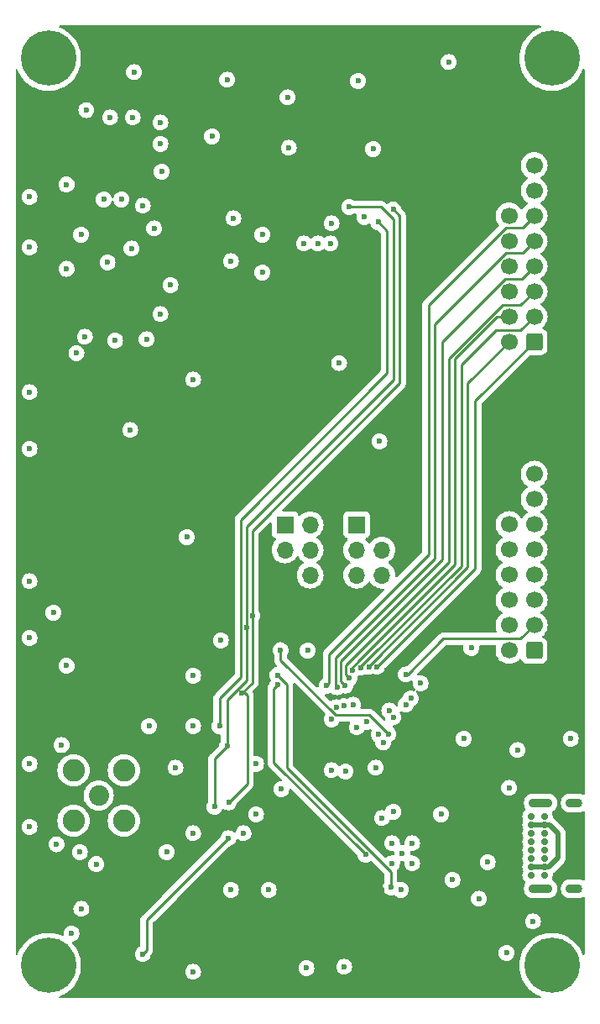
<source format=gbr>
%TF.GenerationSoftware,KiCad,Pcbnew,8.0.1*%
%TF.CreationDate,2024-04-20T11:28:48-04:00*%
%TF.ProjectId,Bridge_Controller,42726964-6765-45f4-936f-6e74726f6c6c,v1.0*%
%TF.SameCoordinates,Original*%
%TF.FileFunction,Copper,L3,Inr*%
%TF.FilePolarity,Positive*%
%FSLAX46Y46*%
G04 Gerber Fmt 4.6, Leading zero omitted, Abs format (unit mm)*
G04 Created by KiCad (PCBNEW 8.0.1) date 2024-04-20 11:28:48*
%MOMM*%
%LPD*%
G01*
G04 APERTURE LIST*
G04 Aperture macros list*
%AMRoundRect*
0 Rectangle with rounded corners*
0 $1 Rounding radius*
0 $2 $3 $4 $5 $6 $7 $8 $9 X,Y pos of 4 corners*
0 Add a 4 corners polygon primitive as box body*
4,1,4,$2,$3,$4,$5,$6,$7,$8,$9,$2,$3,0*
0 Add four circle primitives for the rounded corners*
1,1,$1+$1,$2,$3*
1,1,$1+$1,$4,$5*
1,1,$1+$1,$6,$7*
1,1,$1+$1,$8,$9*
0 Add four rect primitives between the rounded corners*
20,1,$1+$1,$2,$3,$4,$5,0*
20,1,$1+$1,$4,$5,$6,$7,0*
20,1,$1+$1,$6,$7,$8,$9,0*
20,1,$1+$1,$8,$9,$2,$3,0*%
G04 Aperture macros list end*
%TA.AperFunction,ComponentPad*%
%ADD10R,1.700000X1.700000*%
%TD*%
%TA.AperFunction,ComponentPad*%
%ADD11O,1.700000X1.700000*%
%TD*%
%TA.AperFunction,ComponentPad*%
%ADD12RoundRect,0.250000X0.600000X0.600000X-0.600000X0.600000X-0.600000X-0.600000X0.600000X-0.600000X0*%
%TD*%
%TA.AperFunction,ComponentPad*%
%ADD13C,1.700000*%
%TD*%
%TA.AperFunction,ComponentPad*%
%ADD14C,5.562600*%
%TD*%
%TA.AperFunction,ComponentPad*%
%ADD15C,0.700000*%
%TD*%
%TA.AperFunction,ComponentPad*%
%ADD16O,2.400000X0.900000*%
%TD*%
%TA.AperFunction,ComponentPad*%
%ADD17O,1.700000X0.900000*%
%TD*%
%TA.AperFunction,ComponentPad*%
%ADD18C,2.050000*%
%TD*%
%TA.AperFunction,ComponentPad*%
%ADD19C,2.250000*%
%TD*%
%TA.AperFunction,ViaPad*%
%ADD20C,0.600000*%
%TD*%
%TA.AperFunction,Conductor*%
%ADD21C,0.508000*%
%TD*%
%TA.AperFunction,Conductor*%
%ADD22C,0.254000*%
%TD*%
G04 APERTURE END LIST*
D10*
%TO.N,UPDI*%
%TO.C,J1*%
X57780000Y-64785000D03*
D11*
%TO.N,+5V*%
X60320000Y-64785000D03*
%TO.N,unconnected-(J1-NC-Pad3)*%
X57780000Y-67325000D03*
%TO.N,unconnected-(J1-NC-Pad4)*%
X60320000Y-67325000D03*
%TO.N,unconnected-(J1-NC-Pad5)*%
X57780000Y-69865000D03*
%TO.N,GND*%
X60320000Y-69865000D03*
%TD*%
D12*
%TO.N,PG0*%
%TO.C,J2*%
X75682500Y-46355000D03*
D13*
%TO.N,PG1*%
X73142500Y-46355000D03*
%TO.N,PG2*%
X75682500Y-43815000D03*
%TO.N,PG3*%
X73142500Y-43815000D03*
%TO.N,PG4*%
X75682500Y-41275000D03*
%TO.N,GND*%
X73142500Y-41275000D03*
%TO.N,PG5*%
X75682500Y-38735000D03*
%TO.N,GND*%
X73142500Y-38735000D03*
%TO.N,PG6*%
X75682500Y-36195000D03*
%TO.N,GND*%
X73142500Y-36195000D03*
%TO.N,PG7*%
X75682500Y-33655000D03*
%TO.N,GND*%
X73142500Y-33655000D03*
%TO.N,AIN0*%
X75682500Y-31115000D03*
%TO.N,+5V*%
X73142500Y-31115000D03*
%TO.N,AIN1*%
X75682500Y-28575000D03*
%TO.N,+5V*%
X73142500Y-28575000D03*
%TD*%
D10*
%TO.N,PB0*%
%TO.C,J4*%
X50541000Y-64785000D03*
D11*
%TO.N,PB1*%
X53081000Y-64785000D03*
%TO.N,PB2*%
X50541000Y-67325000D03*
%TO.N,PB3*%
X53081000Y-67325000D03*
%TO.N,+5V*%
X50541000Y-69865000D03*
%TO.N,GND*%
X53081000Y-69865000D03*
%TD*%
D14*
%TO.N,GND*%
%TO.C,H1*%
X26670000Y-17780000D03*
%TD*%
%TO.N,GND*%
%TO.C,H2*%
X26670000Y-109220000D03*
%TD*%
%TO.N,GND*%
%TO.C,H3*%
X77470000Y-17780000D03*
%TD*%
D15*
%TO.N,GND*%
%TO.C,J5*%
X75350000Y-100130000D03*
%TO.N,VBUS*%
X75350000Y-99280000D03*
%TO.N,Net-(J5-CC1)*%
X75350000Y-98430000D03*
%TO.N,USBDP*%
X75350000Y-97580000D03*
%TO.N,USBDM*%
X75350000Y-96730000D03*
%TO.N,unconnected-(J5-SBU1-PadA8)*%
X75350000Y-95880000D03*
%TO.N,VBUS*%
X75350000Y-95030000D03*
%TO.N,GND*%
X75350000Y-94180000D03*
X76700000Y-94180000D03*
%TO.N,VBUS*%
X76700000Y-95030000D03*
%TO.N,Net-(J5-CC2)*%
X76700000Y-95880000D03*
%TO.N,USBDP*%
X76700000Y-96730000D03*
%TO.N,USBDM*%
X76700000Y-97580000D03*
%TO.N,unconnected-(J5-SBU2-PadB8)*%
X76700000Y-98430000D03*
%TO.N,VBUS*%
X76700000Y-99280000D03*
%TO.N,GND*%
X76700000Y-100130000D03*
D16*
X76330000Y-101480000D03*
D17*
X79710000Y-101480000D03*
D16*
X76330000Y-92830000D03*
D17*
X79710000Y-92830000D03*
%TD*%
D12*
%TO.N,PE0*%
%TO.C,J3*%
X75682500Y-77470000D03*
D13*
%TO.N,PE1*%
X73142500Y-77470000D03*
%TO.N,PE2*%
X75682500Y-74930000D03*
%TO.N,PE3*%
X73142500Y-74930000D03*
%TO.N,PE4*%
X75682500Y-72390000D03*
%TO.N,GND*%
X73142500Y-72390000D03*
%TO.N,PE5*%
X75682500Y-69850000D03*
%TO.N,GND*%
X73142500Y-69850000D03*
%TO.N,PE6*%
X75682500Y-67310000D03*
%TO.N,GND*%
X73142500Y-67310000D03*
%TO.N,PE7*%
X75682500Y-64770000D03*
%TO.N,GND*%
X73142500Y-64770000D03*
%TO.N,AIN2*%
X75682500Y-62230000D03*
%TO.N,+5V*%
X73142500Y-62230000D03*
%TO.N,AIN3*%
X75682500Y-59690000D03*
%TO.N,+5V*%
X73142500Y-59690000D03*
%TD*%
D18*
%TO.N,EXT_REF*%
%TO.C,J6*%
X31750000Y-92075000D03*
D19*
%TO.N,GND*%
X34290000Y-89535000D03*
X29210000Y-89535000D03*
X34290000Y-94615000D03*
X29210000Y-94615000D03*
%TD*%
D14*
%TO.N,GND*%
%TO.C,H4*%
X77470000Y-109220000D03*
%TD*%
D20*
%TO.N,GND*%
X63373000Y-98933000D03*
X55245000Y-89535000D03*
X63373000Y-96901000D03*
X37338000Y-34925000D03*
X29000000Y-106000000D03*
X28500000Y-30500000D03*
X56000000Y-48500000D03*
X50927000Y-26797000D03*
X43180000Y-25654000D03*
X30000000Y-103500000D03*
X66294000Y-93980000D03*
X32639000Y-38354000D03*
X62357000Y-97917000D03*
X47625000Y-93980000D03*
X79375000Y-86360000D03*
X32893000Y-23749000D03*
X50800000Y-21717000D03*
X60071000Y-56388000D03*
X60452000Y-86741000D03*
X28500000Y-39000000D03*
X40640000Y-66040000D03*
X24765000Y-70485000D03*
X41275000Y-50165000D03*
X24765000Y-76200000D03*
X37973000Y-24257000D03*
X27500000Y-97000000D03*
X59436000Y-26924000D03*
X30500000Y-23000000D03*
X35306000Y-19177000D03*
X41275000Y-85090000D03*
X24765000Y-95250000D03*
X24765000Y-36830000D03*
X31500000Y-99000000D03*
X68580000Y-86360000D03*
X69342000Y-77216000D03*
X39497000Y-89281000D03*
X46355000Y-95885000D03*
X61341000Y-96901000D03*
X41275000Y-80010000D03*
X24765000Y-88900000D03*
X75565000Y-104775000D03*
X41275000Y-109855000D03*
X28500000Y-79000000D03*
X35179000Y-23749000D03*
X37973000Y-43561000D03*
X37973000Y-26416000D03*
X48260000Y-35560000D03*
X64227000Y-80772000D03*
X24765000Y-31750000D03*
X67437000Y-100584000D03*
X24765000Y-51435000D03*
X29500000Y-47500000D03*
X30353000Y-45847000D03*
X57912000Y-20066000D03*
X36576000Y-46101000D03*
X45339000Y-33909000D03*
X52832000Y-77470000D03*
X55118000Y-36449000D03*
X61341000Y-98933000D03*
X48260000Y-39370000D03*
X33401000Y-46228000D03*
X35052000Y-36957000D03*
X34925000Y-55245000D03*
X72898000Y-107950000D03*
X34036000Y-32004000D03*
X62230000Y-101600000D03*
X36195000Y-32639000D03*
X29845000Y-97790000D03*
X67056000Y-18161000D03*
X24765000Y-57150000D03*
X32258000Y-32004000D03*
X53848000Y-36449000D03*
X52451000Y-36449000D03*
X55245000Y-34417000D03*
X36830000Y-85090000D03*
X70993000Y-98806000D03*
X50165000Y-91440000D03*
X47625000Y-88900000D03*
X44704000Y-19939000D03*
X28000000Y-87000000D03*
X74000000Y-87500000D03*
X45085000Y-38227000D03*
X29972000Y-35560000D03*
X70104000Y-102489000D03*
X41275000Y-95885000D03*
X55246841Y-84412181D03*
%TO.N,+5V*%
X60325000Y-101600000D03*
X54610000Y-88392000D03*
X52705000Y-101600000D03*
X66421000Y-105664000D03*
X67500500Y-107950000D03*
X51562000Y-94361000D03*
X38100000Y-71120000D03*
X65024000Y-86995000D03*
X61468000Y-92710000D03*
X35941000Y-98679000D03*
X63373000Y-33782000D03*
X37592000Y-107950000D03*
X64643000Y-105664000D03*
X63304000Y-47625000D03*
X37592000Y-91567000D03*
X42418000Y-32512000D03*
X43688000Y-99187000D03*
X62865000Y-105664000D03*
X66802000Y-77597000D03*
X66611500Y-108712000D03*
X66611500Y-107950000D03*
X67500500Y-108712000D03*
X43180000Y-71120000D03*
X56515000Y-101600000D03*
X58420000Y-101346000D03*
X55729508Y-74271508D03*
%TO.N,RX_LED*%
X61468000Y-93726000D03*
X56515000Y-109347000D03*
%TO.N,TX_LED*%
X52705000Y-109474000D03*
X60325000Y-94361000D03*
%TO.N,AIN0*%
X61468000Y-84201000D03*
%TO.N,PG3*%
X57338224Y-79464237D03*
%TO.N,PG7*%
X54737000Y-81026000D03*
%TO.N,PG2*%
X58219583Y-79185300D03*
%TO.N,PG6*%
X55795000Y-81182288D03*
%TO.N,PG0*%
X59817000Y-79121000D03*
%TO.N,PG5*%
X56625658Y-81001980D03*
%TO.N,AIN1*%
X61071000Y-83523589D03*
%TO.N,PG4*%
X57042152Y-80261009D03*
%TO.N,PG1*%
X59016997Y-79121000D03*
%TO.N,AIN3*%
X63246000Y-82296000D03*
%TO.N,AIN2*%
X62738000Y-82931000D03*
%TO.N,PE2*%
X62738000Y-79883000D03*
%TO.N,Net-(J5-CC1)*%
X73152000Y-91313000D03*
%TO.N,MOSI*%
X44870000Y-92780000D03*
X61459000Y-33029000D03*
X47244000Y-73970000D03*
X46159000Y-81788000D03*
%TO.N,MISO*%
X59944000Y-34290000D03*
X43942000Y-85090000D03*
%TO.N,SCLK*%
X44704000Y-87122000D03*
X46667000Y-75184000D03*
X43434000Y-93218000D03*
X57023000Y-32766000D03*
%TO.N,RUN_LED*%
X56642000Y-89662000D03*
X45085000Y-101600000D03*
%TO.N,ERROR_LED*%
X59690000Y-89281000D03*
X48895000Y-101600000D03*
%TO.N,XO_EN*%
X59986000Y-85936000D03*
X38608000Y-97790000D03*
%TO.N,Net-(U3-VOUT_A)*%
X27178000Y-73660000D03*
X44069000Y-76454000D03*
%TO.N,Net-(U4-VOUT)*%
X36195000Y-108077000D03*
X44831000Y-96393000D03*
%TO.N,+2V5*%
X38100000Y-29210000D03*
X38989000Y-40640000D03*
%TO.N,TX*%
X61214000Y-101346000D03*
X49779076Y-79946499D03*
%TO.N,~{CS_DAC}*%
X60983030Y-85896393D03*
X50091000Y-77435788D03*
%TO.N,RX*%
X49787108Y-80911954D03*
X58674000Y-98044000D03*
%TO.N,~{CS_ADC}*%
X58547000Y-33782000D03*
X58755688Y-84663682D03*
%TO.N,PB1*%
X56515000Y-83058000D03*
%TO.N,PB0*%
X55753000Y-83185000D03*
%TO.N,PB2*%
X57404000Y-82931000D03*
%TO.N,PB3*%
X57785000Y-85217000D03*
%TD*%
D21*
%TO.N,VBUS*%
X77194974Y-99280000D02*
X76700000Y-99280000D01*
X75350000Y-95030000D02*
X76700000Y-95030000D01*
X76700000Y-95030000D02*
X77250000Y-95030000D01*
X78105000Y-98369974D02*
X77194974Y-99280000D01*
X78105000Y-95885000D02*
X78105000Y-98369974D01*
X77250000Y-95030000D02*
X78105000Y-95885000D01*
X76700000Y-99280000D02*
X75350000Y-99280000D01*
D22*
%TO.N,PG3*%
X57338224Y-79179947D02*
X57338224Y-79464237D01*
X71940419Y-43815000D02*
X67691000Y-48064419D01*
X67691000Y-68834000D02*
X57966700Y-78558300D01*
X57959871Y-78558300D02*
X57338224Y-79179947D01*
X67691000Y-48064419D02*
X67691000Y-68834000D01*
X73142500Y-43815000D02*
X71940419Y-43815000D01*
X57966700Y-78558300D02*
X57959871Y-78558300D01*
%TO.N,PG7*%
X54991000Y-77851000D02*
X65024000Y-67818000D01*
X54991000Y-80772000D02*
X54991000Y-77851000D01*
X54737000Y-81026000D02*
X54991000Y-80772000D01*
X72840970Y-34832000D02*
X74505500Y-34832000D01*
X65024000Y-67818000D02*
X65024000Y-42648970D01*
X74505500Y-34832000D02*
X75682500Y-33655000D01*
X65024000Y-42648970D02*
X72840970Y-34832000D01*
%TO.N,PG2*%
X58219583Y-79185300D02*
X58219583Y-79031702D01*
X74319500Y-45178000D02*
X75682500Y-43815000D01*
X58757285Y-78494000D02*
X58793000Y-78494000D01*
X58219583Y-79031702D02*
X58757285Y-78494000D01*
X58793000Y-78494000D02*
X68326000Y-68961000D01*
X68326000Y-48641000D02*
X71789000Y-45178000D01*
X71789000Y-45178000D02*
X74319500Y-45178000D01*
X68326000Y-68961000D02*
X68326000Y-48641000D01*
%TO.N,PG6*%
X75682500Y-36195000D02*
X74505500Y-37372000D01*
X55626000Y-78232000D02*
X55626000Y-81013288D01*
X74505500Y-37372000D02*
X72840970Y-37372000D01*
X65659000Y-44553970D02*
X65659000Y-68199000D01*
X65659000Y-68199000D02*
X55626000Y-78232000D01*
X55626000Y-81013288D02*
X55795000Y-81182288D01*
X72840970Y-37372000D02*
X65659000Y-44553970D01*
%TO.N,PG0*%
X69723000Y-52314500D02*
X75682500Y-46355000D01*
X59817000Y-79121000D02*
X69723000Y-69215000D01*
X69723000Y-69215000D02*
X69723000Y-52314500D01*
%TO.N,PG5*%
X66421000Y-46331970D02*
X66421000Y-68326000D01*
X56196000Y-78551000D02*
X56196000Y-80572322D01*
X56196000Y-80572322D02*
X56625658Y-81001980D01*
X74412500Y-40005000D02*
X72747970Y-40005000D01*
X66421000Y-68326000D02*
X56196000Y-78551000D01*
X72747970Y-40005000D02*
X66421000Y-46331970D01*
X75682500Y-38735000D02*
X74412500Y-40005000D01*
%TO.N,PG4*%
X67056000Y-48057367D02*
X67056000Y-68580000D01*
X56650000Y-79868857D02*
X57042152Y-80261009D01*
X74319500Y-42638000D02*
X72475367Y-42638000D01*
X72475367Y-42638000D02*
X67056000Y-48057367D01*
X56650000Y-78986000D02*
X56650000Y-79868857D01*
X67056000Y-68580000D02*
X56650000Y-78986000D01*
X75682500Y-41275000D02*
X74319500Y-42638000D01*
%TO.N,PG1*%
X68961000Y-50536500D02*
X73142500Y-46355000D01*
X68961000Y-69088000D02*
X68961000Y-50536500D01*
X59016997Y-79121000D02*
X59016997Y-79032003D01*
X59016997Y-79032003D02*
X68961000Y-69088000D01*
%TO.N,PE2*%
X66523707Y-76293000D02*
X62933707Y-79883000D01*
X62933707Y-79883000D02*
X62738000Y-79883000D01*
X75682500Y-74930000D02*
X74319500Y-76293000D01*
X74319500Y-76293000D02*
X66523707Y-76293000D01*
%TO.N,MOSI*%
X62103000Y-33673000D02*
X62103000Y-50546000D01*
X46519000Y-81788000D02*
X46736000Y-82005000D01*
X46736000Y-82005000D02*
X46736000Y-90914000D01*
X46736000Y-90914000D02*
X44870000Y-92780000D01*
X46159000Y-81788000D02*
X47244000Y-80703000D01*
X47244000Y-80703000D02*
X47244000Y-73970000D01*
X61459000Y-33029000D02*
X62103000Y-33673000D01*
X62103000Y-50546000D02*
X47244000Y-65405000D01*
X46159000Y-81788000D02*
X46519000Y-81788000D01*
X47244000Y-65405000D02*
X47244000Y-73970000D01*
%TO.N,MISO*%
X60833000Y-49530000D02*
X46090000Y-64273000D01*
X46090000Y-64273000D02*
X46090000Y-80148000D01*
X60833000Y-35179000D02*
X60833000Y-49530000D01*
X59944000Y-34290000D02*
X60833000Y-35179000D01*
X43942000Y-82296000D02*
X43942000Y-85090000D01*
X46090000Y-80148000D02*
X43942000Y-82296000D01*
%TO.N,SCLK*%
X46667000Y-64966000D02*
X46667000Y-75184000D01*
X61468000Y-50165000D02*
X46667000Y-64966000D01*
X44704000Y-87122000D02*
X43434000Y-88392000D01*
X44704000Y-87122000D02*
X44704000Y-82426998D01*
X60198000Y-32766000D02*
X61468000Y-34036000D01*
X43434000Y-88392000D02*
X43434000Y-93218000D01*
X44704000Y-82426998D02*
X46667000Y-80463998D01*
X57023000Y-32766000D02*
X60198000Y-32766000D01*
X46667000Y-80463998D02*
X46667000Y-75184000D01*
X61468000Y-34036000D02*
X61468000Y-50165000D01*
%TO.N,Net-(U4-VOUT)*%
X44831000Y-96393000D02*
X36576000Y-104648000D01*
X36576000Y-104648000D02*
X36576000Y-107696000D01*
X36576000Y-107696000D02*
X36195000Y-108077000D01*
%TO.N,TX*%
X61214000Y-101346000D02*
X61214000Y-99767998D01*
X50715000Y-80882423D02*
X49779076Y-79946499D01*
X50715000Y-89268998D02*
X50715000Y-80882423D01*
X61214000Y-99767998D02*
X50715000Y-89268998D01*
%TO.N,~{CS_DAC}*%
X55655844Y-83986691D02*
X50091000Y-78421847D01*
X60983030Y-85896393D02*
X59073328Y-83986691D01*
X50091000Y-78421847D02*
X50091000Y-77435788D01*
X59073328Y-83986691D02*
X55655844Y-83986691D01*
%TO.N,RX*%
X49403000Y-88773000D02*
X49403000Y-81296062D01*
X49403000Y-81296062D02*
X49787108Y-80911954D01*
X58674000Y-98044000D02*
X49403000Y-88773000D01*
%TD*%
%TA.AperFunction,Conductor*%
%TO.N,+5V*%
G36*
X76324862Y-14490185D02*
G01*
X76370617Y-14542989D01*
X76380561Y-14612147D01*
X76351536Y-14675703D01*
X76297418Y-14712008D01*
X76253497Y-14726807D01*
X76253494Y-14726808D01*
X76253486Y-14726811D01*
X75930527Y-14876227D01*
X75930514Y-14876234D01*
X75625611Y-15059687D01*
X75625595Y-15059698D01*
X75342296Y-15275055D01*
X75342287Y-15275063D01*
X75083928Y-15519793D01*
X74853544Y-15791022D01*
X74653837Y-16085568D01*
X74653831Y-16085577D01*
X74487148Y-16399975D01*
X74487139Y-16399993D01*
X74355422Y-16730580D01*
X74355420Y-16730587D01*
X74260222Y-17073460D01*
X74260216Y-17073486D01*
X74202647Y-17424639D01*
X74202646Y-17424656D01*
X74183380Y-17779997D01*
X74183380Y-17780002D01*
X74202646Y-18135343D01*
X74202647Y-18135360D01*
X74260216Y-18486513D01*
X74260222Y-18486539D01*
X74355420Y-18829412D01*
X74355422Y-18829419D01*
X74487139Y-19160006D01*
X74487148Y-19160024D01*
X74653831Y-19474422D01*
X74653834Y-19474427D01*
X74653836Y-19474430D01*
X74731839Y-19589476D01*
X74853544Y-19768977D01*
X74997966Y-19939003D01*
X75083929Y-20040207D01*
X75342287Y-20284937D01*
X75625591Y-20500299D01*
X75625599Y-20500304D01*
X75625611Y-20500312D01*
X75930514Y-20683765D01*
X75930519Y-20683768D01*
X75930523Y-20683769D01*
X75930527Y-20683772D01*
X76061930Y-20744565D01*
X76253497Y-20833193D01*
X76590736Y-20946823D01*
X76590741Y-20946824D01*
X76590744Y-20946825D01*
X76771686Y-20986653D01*
X76938284Y-21023324D01*
X77292066Y-21061800D01*
X77292072Y-21061800D01*
X77647928Y-21061800D01*
X77647934Y-21061800D01*
X78001716Y-21023324D01*
X78349264Y-20946823D01*
X78686503Y-20833193D01*
X79009481Y-20683768D01*
X79201454Y-20568262D01*
X79314388Y-20500312D01*
X79314392Y-20500309D01*
X79314409Y-20500299D01*
X79597713Y-20284937D01*
X79856071Y-20040207D01*
X80086455Y-19768978D01*
X80286164Y-19474430D01*
X80452856Y-19160016D01*
X80540307Y-18940529D01*
X80583407Y-18885538D01*
X80649396Y-18862577D01*
X80717323Y-18878938D01*
X80765622Y-18929426D01*
X80779500Y-18986427D01*
X80779500Y-91902200D01*
X80759815Y-91969239D01*
X80707011Y-92014994D01*
X80637853Y-92024938D01*
X80586611Y-92005303D01*
X80560240Y-91987683D01*
X80560228Y-91987676D01*
X80387251Y-91916027D01*
X80387243Y-91916025D01*
X80203620Y-91879500D01*
X80203616Y-91879500D01*
X79216384Y-91879500D01*
X79216379Y-91879500D01*
X79032756Y-91916025D01*
X79032748Y-91916027D01*
X78859771Y-91987676D01*
X78859762Y-91987681D01*
X78704092Y-92091697D01*
X78704088Y-92091700D01*
X78571700Y-92224088D01*
X78571697Y-92224092D01*
X78467681Y-92379762D01*
X78467676Y-92379771D01*
X78396027Y-92552748D01*
X78396025Y-92552756D01*
X78359500Y-92736379D01*
X78359500Y-92923620D01*
X78396025Y-93107243D01*
X78396027Y-93107251D01*
X78467676Y-93280228D01*
X78467681Y-93280237D01*
X78571697Y-93435907D01*
X78571700Y-93435911D01*
X78704088Y-93568299D01*
X78704092Y-93568302D01*
X78859762Y-93672318D01*
X78859768Y-93672321D01*
X78859769Y-93672322D01*
X79032749Y-93743973D01*
X79216379Y-93780499D01*
X79216383Y-93780500D01*
X79216384Y-93780500D01*
X80203617Y-93780500D01*
X80203618Y-93780499D01*
X80387251Y-93743973D01*
X80560231Y-93672322D01*
X80586609Y-93654696D01*
X80653285Y-93633819D01*
X80720666Y-93652303D01*
X80767356Y-93704281D01*
X80779500Y-93757799D01*
X80779500Y-100552200D01*
X80759815Y-100619239D01*
X80707011Y-100664994D01*
X80637853Y-100674938D01*
X80586611Y-100655303D01*
X80560240Y-100637683D01*
X80560228Y-100637676D01*
X80387251Y-100566027D01*
X80387243Y-100566025D01*
X80203620Y-100529500D01*
X80203616Y-100529500D01*
X79216384Y-100529500D01*
X79216379Y-100529500D01*
X79032756Y-100566025D01*
X79032748Y-100566027D01*
X78859771Y-100637676D01*
X78859762Y-100637681D01*
X78704092Y-100741697D01*
X78704088Y-100741700D01*
X78571700Y-100874088D01*
X78571697Y-100874092D01*
X78467681Y-101029762D01*
X78467676Y-101029771D01*
X78396027Y-101202748D01*
X78396025Y-101202756D01*
X78359500Y-101386379D01*
X78359500Y-101573620D01*
X78396025Y-101757243D01*
X78396027Y-101757251D01*
X78467676Y-101930228D01*
X78467681Y-101930237D01*
X78571697Y-102085907D01*
X78571700Y-102085911D01*
X78704088Y-102218299D01*
X78704092Y-102218302D01*
X78859762Y-102322318D01*
X78859771Y-102322323D01*
X78868139Y-102325789D01*
X79032749Y-102393973D01*
X79216379Y-102430499D01*
X79216383Y-102430500D01*
X79216384Y-102430500D01*
X80203617Y-102430500D01*
X80203618Y-102430499D01*
X80387251Y-102393973D01*
X80560231Y-102322322D01*
X80586609Y-102304696D01*
X80653285Y-102283819D01*
X80720666Y-102302303D01*
X80767356Y-102354281D01*
X80779500Y-102407799D01*
X80779500Y-108013572D01*
X80759815Y-108080611D01*
X80707011Y-108126366D01*
X80637853Y-108136310D01*
X80574297Y-108107285D01*
X80540307Y-108059469D01*
X80452860Y-107839993D01*
X80452851Y-107839975D01*
X80286168Y-107525577D01*
X80286166Y-107525574D01*
X80286164Y-107525570D01*
X80086455Y-107231022D01*
X79856071Y-106959793D01*
X79597713Y-106715063D01*
X79597706Y-106715057D01*
X79597703Y-106715055D01*
X79485571Y-106629815D01*
X79314409Y-106499701D01*
X79314403Y-106499697D01*
X79314388Y-106499687D01*
X79009485Y-106316234D01*
X79009472Y-106316227D01*
X78686513Y-106166811D01*
X78686508Y-106166809D01*
X78686503Y-106166807D01*
X78349264Y-106053177D01*
X78349263Y-106053176D01*
X78349255Y-106053174D01*
X78001714Y-105976675D01*
X77647935Y-105938200D01*
X77647934Y-105938200D01*
X77292066Y-105938200D01*
X77292064Y-105938200D01*
X76938285Y-105976675D01*
X76590744Y-106053174D01*
X76419062Y-106111020D01*
X76253497Y-106166807D01*
X76253494Y-106166808D01*
X76253486Y-106166811D01*
X75930527Y-106316227D01*
X75930514Y-106316234D01*
X75625611Y-106499687D01*
X75625595Y-106499698D01*
X75342296Y-106715055D01*
X75342287Y-106715063D01*
X75083928Y-106959793D01*
X74853544Y-107231022D01*
X74653837Y-107525568D01*
X74653831Y-107525577D01*
X74487148Y-107839975D01*
X74487139Y-107839993D01*
X74355422Y-108170580D01*
X74355420Y-108170587D01*
X74260222Y-108513460D01*
X74260216Y-108513486D01*
X74202647Y-108864639D01*
X74202646Y-108864656D01*
X74186953Y-109154108D01*
X74183380Y-109220000D01*
X74199984Y-109526255D01*
X74202646Y-109575343D01*
X74202647Y-109575360D01*
X74260216Y-109926513D01*
X74260222Y-109926539D01*
X74355420Y-110269412D01*
X74355422Y-110269419D01*
X74487139Y-110600006D01*
X74487148Y-110600024D01*
X74653831Y-110914422D01*
X74653837Y-110914431D01*
X74823913Y-111165275D01*
X74853545Y-111208978D01*
X75083929Y-111480207D01*
X75342287Y-111724937D01*
X75625591Y-111940299D01*
X75625599Y-111940304D01*
X75625611Y-111940312D01*
X75930514Y-112123765D01*
X75930519Y-112123768D01*
X75930523Y-112123769D01*
X75930527Y-112123772D01*
X76189055Y-112243379D01*
X76253497Y-112273193D01*
X76297418Y-112287991D01*
X76354661Y-112328051D01*
X76381161Y-112392701D01*
X76368501Y-112461414D01*
X76320702Y-112512375D01*
X76257823Y-112529500D01*
X27882177Y-112529500D01*
X27815138Y-112509815D01*
X27769383Y-112457011D01*
X27759439Y-112387853D01*
X27788464Y-112324297D01*
X27842581Y-112287991D01*
X27886503Y-112273193D01*
X28209481Y-112123768D01*
X28453927Y-111976690D01*
X28514388Y-111940312D01*
X28514392Y-111940309D01*
X28514409Y-111940299D01*
X28797713Y-111724937D01*
X29056071Y-111480207D01*
X29286455Y-111208978D01*
X29486164Y-110914430D01*
X29652856Y-110600016D01*
X29784576Y-110269423D01*
X29879781Y-109926526D01*
X29891507Y-109855003D01*
X40469435Y-109855003D01*
X40489630Y-110034249D01*
X40489631Y-110034254D01*
X40549211Y-110204523D01*
X40645184Y-110357262D01*
X40772738Y-110484816D01*
X40863080Y-110541582D01*
X40902092Y-110566095D01*
X40925478Y-110580789D01*
X41095745Y-110640368D01*
X41095750Y-110640369D01*
X41274996Y-110660565D01*
X41275000Y-110660565D01*
X41275004Y-110660565D01*
X41454249Y-110640369D01*
X41454252Y-110640368D01*
X41454255Y-110640368D01*
X41624522Y-110580789D01*
X41777262Y-110484816D01*
X41904816Y-110357262D01*
X42000789Y-110204522D01*
X42060368Y-110034255D01*
X42066840Y-109976815D01*
X42080565Y-109855003D01*
X42080565Y-109854996D01*
X42060369Y-109675750D01*
X42060368Y-109675745D01*
X42025236Y-109575343D01*
X42000789Y-109505478D01*
X41981012Y-109474003D01*
X51899435Y-109474003D01*
X51919630Y-109653249D01*
X51919631Y-109653254D01*
X51979211Y-109823523D01*
X52043933Y-109926526D01*
X52075184Y-109976262D01*
X52202738Y-110103816D01*
X52355478Y-110199789D01*
X52378787Y-110207945D01*
X52525745Y-110259368D01*
X52525750Y-110259369D01*
X52704996Y-110279565D01*
X52705000Y-110279565D01*
X52705004Y-110279565D01*
X52884249Y-110259369D01*
X52884252Y-110259368D01*
X52884255Y-110259368D01*
X53054522Y-110199789D01*
X53207262Y-110103816D01*
X53334816Y-109976262D01*
X53430789Y-109823522D01*
X53490368Y-109653255D01*
X53499146Y-109575346D01*
X53510565Y-109474003D01*
X53510565Y-109473996D01*
X53496256Y-109347003D01*
X55709435Y-109347003D01*
X55729630Y-109526249D01*
X55729631Y-109526254D01*
X55789211Y-109696523D01*
X55864384Y-109816159D01*
X55885184Y-109849262D01*
X56012738Y-109976816D01*
X56165478Y-110072789D01*
X56254148Y-110103816D01*
X56335745Y-110132368D01*
X56335750Y-110132369D01*
X56514996Y-110152565D01*
X56515000Y-110152565D01*
X56515004Y-110152565D01*
X56694249Y-110132369D01*
X56694252Y-110132368D01*
X56694255Y-110132368D01*
X56864522Y-110072789D01*
X57017262Y-109976816D01*
X57144816Y-109849262D01*
X57240789Y-109696522D01*
X57300368Y-109526255D01*
X57302709Y-109505478D01*
X57320565Y-109347003D01*
X57320565Y-109346996D01*
X57300369Y-109167750D01*
X57300368Y-109167745D01*
X57285228Y-109124478D01*
X57240789Y-108997478D01*
X57224615Y-108971738D01*
X57157330Y-108864654D01*
X57144816Y-108844738D01*
X57017262Y-108717184D01*
X56864523Y-108621211D01*
X56694254Y-108561631D01*
X56694249Y-108561630D01*
X56515004Y-108541435D01*
X56514996Y-108541435D01*
X56335750Y-108561630D01*
X56335745Y-108561631D01*
X56165476Y-108621211D01*
X56012737Y-108717184D01*
X55885184Y-108844737D01*
X55789211Y-108997476D01*
X55729631Y-109167745D01*
X55729630Y-109167750D01*
X55709435Y-109346996D01*
X55709435Y-109347003D01*
X53496256Y-109347003D01*
X53490369Y-109294750D01*
X53490368Y-109294745D01*
X53430789Y-109124478D01*
X53334816Y-108971738D01*
X53207262Y-108844184D01*
X53054523Y-108748211D01*
X52884254Y-108688631D01*
X52884249Y-108688630D01*
X52705004Y-108668435D01*
X52704996Y-108668435D01*
X52525750Y-108688630D01*
X52525745Y-108688631D01*
X52355476Y-108748211D01*
X52202737Y-108844184D01*
X52075184Y-108971737D01*
X51979211Y-109124476D01*
X51919631Y-109294745D01*
X51919630Y-109294750D01*
X51899435Y-109473996D01*
X51899435Y-109474003D01*
X41981012Y-109474003D01*
X41904816Y-109352738D01*
X41777262Y-109225184D01*
X41769007Y-109219997D01*
X41624523Y-109129211D01*
X41454254Y-109069631D01*
X41454249Y-109069630D01*
X41275004Y-109049435D01*
X41274996Y-109049435D01*
X41095750Y-109069630D01*
X41095745Y-109069631D01*
X40925476Y-109129211D01*
X40772737Y-109225184D01*
X40645184Y-109352737D01*
X40549211Y-109505476D01*
X40489631Y-109675745D01*
X40489630Y-109675750D01*
X40469435Y-109854996D01*
X40469435Y-109855003D01*
X29891507Y-109855003D01*
X29920894Y-109675750D01*
X29937352Y-109575360D01*
X29937352Y-109575357D01*
X29937354Y-109575346D01*
X29956620Y-109220000D01*
X29937354Y-108864654D01*
X29936979Y-108862369D01*
X29879783Y-108513486D01*
X29879782Y-108513485D01*
X29879781Y-108513474D01*
X29820378Y-108299523D01*
X29784579Y-108170587D01*
X29784577Y-108170580D01*
X29747293Y-108077003D01*
X35389435Y-108077003D01*
X35409630Y-108256249D01*
X35409631Y-108256254D01*
X35469211Y-108426523D01*
X35523854Y-108513486D01*
X35565184Y-108579262D01*
X35692738Y-108706816D01*
X35845478Y-108802789D01*
X36015745Y-108862368D01*
X36015750Y-108862369D01*
X36194996Y-108882565D01*
X36195000Y-108882565D01*
X36195004Y-108882565D01*
X36374249Y-108862369D01*
X36374252Y-108862368D01*
X36374255Y-108862368D01*
X36544522Y-108802789D01*
X36697262Y-108706816D01*
X36824816Y-108579262D01*
X36920789Y-108426522D01*
X36980368Y-108256255D01*
X36985313Y-108212363D01*
X37012378Y-108147951D01*
X37020853Y-108138565D01*
X37023108Y-108136310D01*
X37063411Y-108096008D01*
X37132083Y-107993233D01*
X37149989Y-107950003D01*
X72092435Y-107950003D01*
X72112630Y-108129249D01*
X72112631Y-108129254D01*
X72172211Y-108299523D01*
X72252010Y-108426522D01*
X72268184Y-108452262D01*
X72395738Y-108579816D01*
X72548478Y-108675789D01*
X72637148Y-108706816D01*
X72718745Y-108735368D01*
X72718750Y-108735369D01*
X72897996Y-108755565D01*
X72898000Y-108755565D01*
X72898004Y-108755565D01*
X73077249Y-108735369D01*
X73077252Y-108735368D01*
X73077255Y-108735368D01*
X73247522Y-108675789D01*
X73400262Y-108579816D01*
X73527816Y-108452262D01*
X73623789Y-108299522D01*
X73683368Y-108129255D01*
X73683694Y-108126366D01*
X73703565Y-107950003D01*
X73703565Y-107949996D01*
X73683369Y-107770750D01*
X73683368Y-107770745D01*
X73668228Y-107727478D01*
X73623789Y-107600478D01*
X73607615Y-107574738D01*
X73584582Y-107538080D01*
X73527816Y-107447738D01*
X73400262Y-107320184D01*
X73358936Y-107294217D01*
X73247523Y-107224211D01*
X73077254Y-107164631D01*
X73077249Y-107164630D01*
X72898004Y-107144435D01*
X72897996Y-107144435D01*
X72718750Y-107164630D01*
X72718745Y-107164631D01*
X72548476Y-107224211D01*
X72395737Y-107320184D01*
X72268184Y-107447737D01*
X72172211Y-107600476D01*
X72112631Y-107770745D01*
X72112630Y-107770750D01*
X72092435Y-107949996D01*
X72092435Y-107950003D01*
X37149989Y-107950003D01*
X37179385Y-107879035D01*
X37203500Y-107757804D01*
X37203500Y-107634197D01*
X37203500Y-104959280D01*
X37223185Y-104892241D01*
X37239814Y-104871604D01*
X37336415Y-104775003D01*
X74759435Y-104775003D01*
X74779630Y-104954249D01*
X74779631Y-104954254D01*
X74839211Y-105124523D01*
X74895830Y-105214631D01*
X74935184Y-105277262D01*
X75062738Y-105404816D01*
X75153080Y-105461582D01*
X75210620Y-105497737D01*
X75215478Y-105500789D01*
X75385745Y-105560368D01*
X75385750Y-105560369D01*
X75564996Y-105580565D01*
X75565000Y-105580565D01*
X75565004Y-105580565D01*
X75744249Y-105560369D01*
X75744252Y-105560368D01*
X75744255Y-105560368D01*
X75914522Y-105500789D01*
X76067262Y-105404816D01*
X76194816Y-105277262D01*
X76290789Y-105124522D01*
X76350368Y-104954255D01*
X76355589Y-104907919D01*
X76370565Y-104775003D01*
X76370565Y-104774996D01*
X76350369Y-104595750D01*
X76350368Y-104595745D01*
X76347025Y-104586192D01*
X76290789Y-104425478D01*
X76194816Y-104272738D01*
X76067262Y-104145184D01*
X76042804Y-104129816D01*
X75914523Y-104049211D01*
X75744254Y-103989631D01*
X75744249Y-103989630D01*
X75565004Y-103969435D01*
X75564996Y-103969435D01*
X75385750Y-103989630D01*
X75385745Y-103989631D01*
X75215476Y-104049211D01*
X75062737Y-104145184D01*
X74935184Y-104272737D01*
X74839211Y-104425476D01*
X74779631Y-104595745D01*
X74779630Y-104595750D01*
X74759435Y-104774996D01*
X74759435Y-104775003D01*
X37336415Y-104775003D01*
X39622415Y-102489003D01*
X69298435Y-102489003D01*
X69318630Y-102668249D01*
X69318631Y-102668254D01*
X69378211Y-102838523D01*
X69474184Y-102991262D01*
X69601738Y-103118816D01*
X69754478Y-103214789D01*
X69924745Y-103274368D01*
X69924750Y-103274369D01*
X70103996Y-103294565D01*
X70104000Y-103294565D01*
X70104004Y-103294565D01*
X70283249Y-103274369D01*
X70283252Y-103274368D01*
X70283255Y-103274368D01*
X70453522Y-103214789D01*
X70606262Y-103118816D01*
X70733816Y-102991262D01*
X70829789Y-102838522D01*
X70889368Y-102668255D01*
X70909565Y-102489000D01*
X70900164Y-102405565D01*
X70889369Y-102309750D01*
X70889368Y-102309745D01*
X70880296Y-102283819D01*
X70829789Y-102139478D01*
X70733816Y-101986738D01*
X70606262Y-101859184D01*
X70588880Y-101848262D01*
X70453523Y-101763211D01*
X70283254Y-101703631D01*
X70283249Y-101703630D01*
X70104004Y-101683435D01*
X70103996Y-101683435D01*
X69924750Y-101703630D01*
X69924745Y-101703631D01*
X69754476Y-101763211D01*
X69601737Y-101859184D01*
X69474184Y-101986737D01*
X69378211Y-102139476D01*
X69318631Y-102309745D01*
X69318630Y-102309750D01*
X69298435Y-102488996D01*
X69298435Y-102489003D01*
X39622415Y-102489003D01*
X40511415Y-101600003D01*
X44279435Y-101600003D01*
X44299630Y-101779249D01*
X44299631Y-101779254D01*
X44359211Y-101949523D01*
X44444907Y-102085907D01*
X44455184Y-102102262D01*
X44582738Y-102229816D01*
X44668683Y-102283819D01*
X44729958Y-102322321D01*
X44735478Y-102325789D01*
X44905745Y-102385368D01*
X44905750Y-102385369D01*
X45084996Y-102405565D01*
X45085000Y-102405565D01*
X45085004Y-102405565D01*
X45264249Y-102385369D01*
X45264252Y-102385368D01*
X45264255Y-102385368D01*
X45434522Y-102325789D01*
X45587262Y-102229816D01*
X45714816Y-102102262D01*
X45810789Y-101949522D01*
X45870368Y-101779255D01*
X45872176Y-101763211D01*
X45890565Y-101600003D01*
X48089435Y-101600003D01*
X48109630Y-101779249D01*
X48109631Y-101779254D01*
X48169211Y-101949523D01*
X48254907Y-102085907D01*
X48265184Y-102102262D01*
X48392738Y-102229816D01*
X48478683Y-102283819D01*
X48539958Y-102322321D01*
X48545478Y-102325789D01*
X48715745Y-102385368D01*
X48715750Y-102385369D01*
X48894996Y-102405565D01*
X48895000Y-102405565D01*
X48895004Y-102405565D01*
X49074249Y-102385369D01*
X49074252Y-102385368D01*
X49074255Y-102385368D01*
X49244522Y-102325789D01*
X49397262Y-102229816D01*
X49524816Y-102102262D01*
X49620789Y-101949522D01*
X49680368Y-101779255D01*
X49682176Y-101763211D01*
X49700565Y-101600003D01*
X49700565Y-101599996D01*
X49680369Y-101420750D01*
X49680368Y-101420745D01*
X49654215Y-101346003D01*
X49620789Y-101250478D01*
X49524816Y-101097738D01*
X49397262Y-100970184D01*
X49244523Y-100874211D01*
X49074254Y-100814631D01*
X49074249Y-100814630D01*
X48895004Y-100794435D01*
X48894996Y-100794435D01*
X48715750Y-100814630D01*
X48715745Y-100814631D01*
X48545476Y-100874211D01*
X48392737Y-100970184D01*
X48265184Y-101097737D01*
X48169211Y-101250476D01*
X48109631Y-101420745D01*
X48109630Y-101420750D01*
X48089435Y-101599996D01*
X48089435Y-101600003D01*
X45890565Y-101600003D01*
X45890565Y-101599996D01*
X45870369Y-101420750D01*
X45870368Y-101420745D01*
X45844215Y-101346003D01*
X45810789Y-101250478D01*
X45714816Y-101097738D01*
X45587262Y-100970184D01*
X45434523Y-100874211D01*
X45264254Y-100814631D01*
X45264249Y-100814630D01*
X45085004Y-100794435D01*
X45084996Y-100794435D01*
X44905750Y-100814630D01*
X44905745Y-100814631D01*
X44735476Y-100874211D01*
X44582737Y-100970184D01*
X44455184Y-101097737D01*
X44359211Y-101250476D01*
X44299631Y-101420745D01*
X44299630Y-101420750D01*
X44279435Y-101599996D01*
X44279435Y-101600003D01*
X40511415Y-101600003D01*
X44892567Y-97218850D01*
X44953888Y-97185367D01*
X44966345Y-97183315D01*
X45010255Y-97178368D01*
X45180522Y-97118789D01*
X45333262Y-97022816D01*
X45460816Y-96895262D01*
X45556789Y-96742522D01*
X45616368Y-96572255D01*
X45616369Y-96572249D01*
X45617291Y-96564069D01*
X45644357Y-96499654D01*
X45701951Y-96460099D01*
X45771788Y-96457960D01*
X45828192Y-96490270D01*
X45852738Y-96514816D01*
X46005478Y-96610789D01*
X46118897Y-96650476D01*
X46175745Y-96670368D01*
X46175750Y-96670369D01*
X46354996Y-96690565D01*
X46355000Y-96690565D01*
X46355004Y-96690565D01*
X46534249Y-96670369D01*
X46534252Y-96670368D01*
X46534255Y-96670368D01*
X46704522Y-96610789D01*
X46857262Y-96514816D01*
X46984816Y-96387262D01*
X47080789Y-96234522D01*
X47140368Y-96064255D01*
X47151501Y-95965446D01*
X47160565Y-95885003D01*
X47160565Y-95884996D01*
X47140369Y-95705750D01*
X47140368Y-95705745D01*
X47080789Y-95535478D01*
X47078707Y-95532165D01*
X47030221Y-95455000D01*
X46984816Y-95382738D01*
X46857262Y-95255184D01*
X46704523Y-95159211D01*
X46534254Y-95099631D01*
X46534249Y-95099630D01*
X46355004Y-95079435D01*
X46354996Y-95079435D01*
X46175750Y-95099630D01*
X46175745Y-95099631D01*
X46005476Y-95159211D01*
X45852737Y-95255184D01*
X45725184Y-95382737D01*
X45629211Y-95535476D01*
X45569631Y-95705745D01*
X45569629Y-95705755D01*
X45568707Y-95713939D01*
X45541637Y-95778352D01*
X45484039Y-95817903D01*
X45414202Y-95820036D01*
X45357807Y-95787729D01*
X45333262Y-95763184D01*
X45180523Y-95667211D01*
X45010254Y-95607631D01*
X45010249Y-95607630D01*
X44831004Y-95587435D01*
X44830996Y-95587435D01*
X44651750Y-95607630D01*
X44651745Y-95607631D01*
X44481476Y-95667211D01*
X44328737Y-95763184D01*
X44201184Y-95890737D01*
X44105210Y-96043478D01*
X44045632Y-96213745D01*
X44040686Y-96257637D01*
X44013618Y-96322051D01*
X44005147Y-96331432D01*
X38118282Y-102218299D01*
X36175992Y-104160589D01*
X36132289Y-104204292D01*
X36088586Y-104247994D01*
X36088585Y-104247996D01*
X36019233Y-104351789D01*
X36017586Y-104356393D01*
X35972614Y-104464964D01*
X35972612Y-104464972D01*
X35948500Y-104586192D01*
X35948500Y-107227178D01*
X35928815Y-107294217D01*
X35876011Y-107339972D01*
X35865458Y-107344218D01*
X35845481Y-107351208D01*
X35692737Y-107447184D01*
X35565184Y-107574737D01*
X35469211Y-107727476D01*
X35409631Y-107897745D01*
X35409630Y-107897750D01*
X35389435Y-108076996D01*
X35389435Y-108077003D01*
X29747293Y-108077003D01*
X29652860Y-107839993D01*
X29652851Y-107839975D01*
X29486168Y-107525577D01*
X29486166Y-107525574D01*
X29486164Y-107525570D01*
X29286455Y-107231022D01*
X29082323Y-106990699D01*
X29053926Y-106926863D01*
X29064550Y-106857806D01*
X29110823Y-106805455D01*
X29162949Y-106787205D01*
X29179255Y-106785368D01*
X29349522Y-106725789D01*
X29502262Y-106629816D01*
X29629816Y-106502262D01*
X29725789Y-106349522D01*
X29785368Y-106179255D01*
X29793470Y-106107348D01*
X29805565Y-106000003D01*
X29805565Y-105999996D01*
X29785369Y-105820750D01*
X29785368Y-105820745D01*
X29725788Y-105650476D01*
X29629815Y-105497737D01*
X29502262Y-105370184D01*
X29349523Y-105274211D01*
X29179254Y-105214631D01*
X29179249Y-105214630D01*
X29000004Y-105194435D01*
X28999996Y-105194435D01*
X28820750Y-105214630D01*
X28820745Y-105214631D01*
X28650476Y-105274211D01*
X28497737Y-105370184D01*
X28370184Y-105497737D01*
X28274211Y-105650476D01*
X28214631Y-105820745D01*
X28214630Y-105820750D01*
X28194435Y-105999996D01*
X28194435Y-106000004D01*
X28206529Y-106107348D01*
X28194474Y-106176170D01*
X28147125Y-106227549D01*
X28079514Y-106245173D01*
X28031243Y-106233770D01*
X27886513Y-106166811D01*
X27886508Y-106166809D01*
X27886503Y-106166807D01*
X27549264Y-106053177D01*
X27549263Y-106053176D01*
X27549255Y-106053174D01*
X27201714Y-105976675D01*
X26847935Y-105938200D01*
X26847934Y-105938200D01*
X26492066Y-105938200D01*
X26492064Y-105938200D01*
X26138285Y-105976675D01*
X25790744Y-106053174D01*
X25619062Y-106111020D01*
X25453497Y-106166807D01*
X25453494Y-106166808D01*
X25453486Y-106166811D01*
X25130527Y-106316227D01*
X25130514Y-106316234D01*
X24825611Y-106499687D01*
X24825595Y-106499698D01*
X24542296Y-106715055D01*
X24542287Y-106715063D01*
X24283928Y-106959793D01*
X24053544Y-107231022D01*
X23853837Y-107525568D01*
X23853831Y-107525577D01*
X23687148Y-107839975D01*
X23687139Y-107839993D01*
X23599693Y-108059469D01*
X23556593Y-108114461D01*
X23490604Y-108137422D01*
X23422676Y-108121061D01*
X23374378Y-108070573D01*
X23360500Y-108013572D01*
X23360500Y-103500003D01*
X29194435Y-103500003D01*
X29214630Y-103679249D01*
X29214631Y-103679254D01*
X29274211Y-103849523D01*
X29349557Y-103969435D01*
X29370184Y-104002262D01*
X29497738Y-104129816D01*
X29650478Y-104225789D01*
X29713942Y-104247996D01*
X29820745Y-104285368D01*
X29820750Y-104285369D01*
X29999996Y-104305565D01*
X30000000Y-104305565D01*
X30000004Y-104305565D01*
X30179249Y-104285369D01*
X30179252Y-104285368D01*
X30179255Y-104285368D01*
X30349522Y-104225789D01*
X30502262Y-104129816D01*
X30629816Y-104002262D01*
X30725789Y-103849522D01*
X30785368Y-103679255D01*
X30805565Y-103500000D01*
X30785368Y-103320745D01*
X30725789Y-103150478D01*
X30705894Y-103118816D01*
X30629815Y-102997737D01*
X30502262Y-102870184D01*
X30349523Y-102774211D01*
X30179254Y-102714631D01*
X30179249Y-102714630D01*
X30000004Y-102694435D01*
X29999996Y-102694435D01*
X29820750Y-102714630D01*
X29820745Y-102714631D01*
X29650476Y-102774211D01*
X29497737Y-102870184D01*
X29370184Y-102997737D01*
X29274211Y-103150476D01*
X29214631Y-103320745D01*
X29214630Y-103320750D01*
X29194435Y-103499996D01*
X29194435Y-103500003D01*
X23360500Y-103500003D01*
X23360500Y-99000003D01*
X30694435Y-99000003D01*
X30714630Y-99179249D01*
X30714631Y-99179254D01*
X30774211Y-99349523D01*
X30842250Y-99457805D01*
X30870184Y-99502262D01*
X30997738Y-99629816D01*
X31088080Y-99686582D01*
X31138667Y-99718368D01*
X31150478Y-99725789D01*
X31186990Y-99738565D01*
X31320745Y-99785368D01*
X31320750Y-99785369D01*
X31499996Y-99805565D01*
X31500000Y-99805565D01*
X31500004Y-99805565D01*
X31679249Y-99785369D01*
X31679252Y-99785368D01*
X31679255Y-99785368D01*
X31849522Y-99725789D01*
X32002262Y-99629816D01*
X32129816Y-99502262D01*
X32225789Y-99349522D01*
X32285368Y-99179255D01*
X32292918Y-99112249D01*
X32305565Y-99000003D01*
X32305565Y-98999996D01*
X32285369Y-98820750D01*
X32285368Y-98820745D01*
X32280210Y-98806003D01*
X32225789Y-98650478D01*
X32222816Y-98645747D01*
X32160306Y-98546262D01*
X32129816Y-98497738D01*
X32002262Y-98370184D01*
X31916933Y-98316568D01*
X31849523Y-98274211D01*
X31679254Y-98214631D01*
X31679249Y-98214630D01*
X31500004Y-98194435D01*
X31499996Y-98194435D01*
X31320750Y-98214630D01*
X31320745Y-98214631D01*
X31150476Y-98274211D01*
X30997737Y-98370184D01*
X30870184Y-98497737D01*
X30774211Y-98650476D01*
X30714631Y-98820745D01*
X30714630Y-98820750D01*
X30694435Y-98999996D01*
X30694435Y-99000003D01*
X23360500Y-99000003D01*
X23360500Y-97000003D01*
X26694435Y-97000003D01*
X26714630Y-97179249D01*
X26714631Y-97179254D01*
X26774211Y-97349523D01*
X26870184Y-97502262D01*
X26997738Y-97629816D01*
X27087740Y-97686368D01*
X27124248Y-97709308D01*
X27150478Y-97725789D01*
X27264066Y-97765535D01*
X27320745Y-97785368D01*
X27320750Y-97785369D01*
X27499996Y-97805565D01*
X27500000Y-97805565D01*
X27500004Y-97805565D01*
X27638121Y-97790003D01*
X29039435Y-97790003D01*
X29059630Y-97969249D01*
X29059631Y-97969254D01*
X29119211Y-98139523D01*
X29190009Y-98252197D01*
X29215184Y-98292262D01*
X29342738Y-98419816D01*
X29495478Y-98515789D01*
X29582565Y-98546262D01*
X29665745Y-98575368D01*
X29665750Y-98575369D01*
X29844996Y-98595565D01*
X29845000Y-98595565D01*
X29845004Y-98595565D01*
X30024249Y-98575369D01*
X30024252Y-98575368D01*
X30024255Y-98575368D01*
X30194522Y-98515789D01*
X30347262Y-98419816D01*
X30474816Y-98292262D01*
X30570789Y-98139522D01*
X30630368Y-97969255D01*
X30636255Y-97917005D01*
X30650565Y-97790003D01*
X37802435Y-97790003D01*
X37822630Y-97969249D01*
X37822631Y-97969254D01*
X37882211Y-98139523D01*
X37953009Y-98252197D01*
X37978184Y-98292262D01*
X38105738Y-98419816D01*
X38258478Y-98515789D01*
X38345565Y-98546262D01*
X38428745Y-98575368D01*
X38428750Y-98575369D01*
X38607996Y-98595565D01*
X38608000Y-98595565D01*
X38608004Y-98595565D01*
X38787249Y-98575369D01*
X38787252Y-98575368D01*
X38787255Y-98575368D01*
X38957522Y-98515789D01*
X39110262Y-98419816D01*
X39237816Y-98292262D01*
X39333789Y-98139522D01*
X39393368Y-97969255D01*
X39399255Y-97917005D01*
X39413565Y-97790003D01*
X39413565Y-97789996D01*
X39393369Y-97610750D01*
X39393368Y-97610745D01*
X39382610Y-97580000D01*
X39333789Y-97440478D01*
X39309735Y-97402197D01*
X39237815Y-97287737D01*
X39110262Y-97160184D01*
X38957523Y-97064211D01*
X38787254Y-97004631D01*
X38787249Y-97004630D01*
X38608004Y-96984435D01*
X38607996Y-96984435D01*
X38428750Y-97004630D01*
X38428745Y-97004631D01*
X38258476Y-97064211D01*
X38105737Y-97160184D01*
X37978184Y-97287737D01*
X37882211Y-97440476D01*
X37822631Y-97610745D01*
X37822630Y-97610750D01*
X37802435Y-97789996D01*
X37802435Y-97790003D01*
X30650565Y-97790003D01*
X30650565Y-97789996D01*
X30630369Y-97610750D01*
X30630368Y-97610745D01*
X30619610Y-97580000D01*
X30570789Y-97440478D01*
X30546735Y-97402197D01*
X30474815Y-97287737D01*
X30347262Y-97160184D01*
X30194523Y-97064211D01*
X30024254Y-97004631D01*
X30024249Y-97004630D01*
X29845004Y-96984435D01*
X29844996Y-96984435D01*
X29665750Y-97004630D01*
X29665745Y-97004631D01*
X29495476Y-97064211D01*
X29342737Y-97160184D01*
X29215184Y-97287737D01*
X29119211Y-97440476D01*
X29059631Y-97610745D01*
X29059630Y-97610750D01*
X29039435Y-97789996D01*
X29039435Y-97790003D01*
X27638121Y-97790003D01*
X27679249Y-97785369D01*
X27679252Y-97785368D01*
X27679255Y-97785368D01*
X27849522Y-97725789D01*
X28002262Y-97629816D01*
X28129816Y-97502262D01*
X28225789Y-97349522D01*
X28285368Y-97179255D01*
X28291879Y-97121467D01*
X28305565Y-97000003D01*
X28305565Y-96999996D01*
X28285369Y-96820750D01*
X28285368Y-96820745D01*
X28257997Y-96742523D01*
X28225789Y-96650478D01*
X28129816Y-96497738D01*
X28002262Y-96370184D01*
X27907919Y-96310904D01*
X27849523Y-96274211D01*
X27679254Y-96214631D01*
X27679249Y-96214630D01*
X27500004Y-96194435D01*
X27499996Y-96194435D01*
X27320750Y-96214630D01*
X27320745Y-96214631D01*
X27150476Y-96274211D01*
X26997737Y-96370184D01*
X26870184Y-96497737D01*
X26774211Y-96650476D01*
X26714631Y-96820745D01*
X26714630Y-96820750D01*
X26694435Y-96999996D01*
X26694435Y-97000003D01*
X23360500Y-97000003D01*
X23360500Y-95250003D01*
X23959435Y-95250003D01*
X23979630Y-95429249D01*
X23979631Y-95429254D01*
X24039211Y-95599523D01*
X24111104Y-95713939D01*
X24135184Y-95752262D01*
X24262738Y-95879816D01*
X24415478Y-95975789D01*
X24585745Y-96035368D01*
X24585750Y-96035369D01*
X24764996Y-96055565D01*
X24765000Y-96055565D01*
X24765004Y-96055565D01*
X24944249Y-96035369D01*
X24944252Y-96035368D01*
X24944255Y-96035368D01*
X25114522Y-95975789D01*
X25267262Y-95879816D01*
X25394816Y-95752262D01*
X25490789Y-95599522D01*
X25550368Y-95429255D01*
X25553209Y-95404039D01*
X25570565Y-95250003D01*
X25570565Y-95249996D01*
X25550369Y-95070750D01*
X25550368Y-95070745D01*
X25536111Y-95030000D01*
X25490789Y-94900478D01*
X25394816Y-94747738D01*
X25267262Y-94620184D01*
X25259012Y-94615000D01*
X27579474Y-94615000D01*
X27599547Y-94870064D01*
X27599547Y-94870067D01*
X27599548Y-94870070D01*
X27654662Y-95099632D01*
X27659279Y-95118864D01*
X27757188Y-95355239D01*
X27757190Y-95355242D01*
X27890875Y-95573396D01*
X27890878Y-95573401D01*
X27966200Y-95661591D01*
X28057044Y-95767956D01*
X28181579Y-95874319D01*
X28251598Y-95934121D01*
X28251600Y-95934122D01*
X28251601Y-95934123D01*
X28302716Y-95965446D01*
X28469757Y-96067809D01*
X28469760Y-96067811D01*
X28706135Y-96165720D01*
X28706140Y-96165722D01*
X28954930Y-96225452D01*
X29210000Y-96245526D01*
X29465070Y-96225452D01*
X29713860Y-96165722D01*
X29883548Y-96095435D01*
X29950239Y-96067811D01*
X29950240Y-96067810D01*
X29950243Y-96067809D01*
X30168399Y-95934123D01*
X30362956Y-95767956D01*
X30529123Y-95573399D01*
X30662809Y-95355243D01*
X30760722Y-95118860D01*
X30820452Y-94870070D01*
X30840526Y-94615000D01*
X32659474Y-94615000D01*
X32679547Y-94870064D01*
X32679547Y-94870067D01*
X32679548Y-94870070D01*
X32734662Y-95099632D01*
X32739279Y-95118864D01*
X32837188Y-95355239D01*
X32837190Y-95355242D01*
X32970875Y-95573396D01*
X32970878Y-95573401D01*
X33046200Y-95661591D01*
X33137044Y-95767956D01*
X33261579Y-95874319D01*
X33331598Y-95934121D01*
X33331600Y-95934122D01*
X33331601Y-95934123D01*
X33382716Y-95965446D01*
X33549757Y-96067809D01*
X33549760Y-96067811D01*
X33786135Y-96165720D01*
X33786140Y-96165722D01*
X34034930Y-96225452D01*
X34290000Y-96245526D01*
X34545070Y-96225452D01*
X34793860Y-96165722D01*
X34963548Y-96095435D01*
X35030239Y-96067811D01*
X35030240Y-96067810D01*
X35030243Y-96067809D01*
X35248399Y-95934123D01*
X35305911Y-95885003D01*
X40469435Y-95885003D01*
X40489630Y-96064249D01*
X40489631Y-96064254D01*
X40549211Y-96234523D01*
X40632451Y-96366997D01*
X40645184Y-96387262D01*
X40772738Y-96514816D01*
X40925478Y-96610789D01*
X41038897Y-96650476D01*
X41095745Y-96670368D01*
X41095750Y-96670369D01*
X41274996Y-96690565D01*
X41275000Y-96690565D01*
X41275004Y-96690565D01*
X41454249Y-96670369D01*
X41454252Y-96670368D01*
X41454255Y-96670368D01*
X41624522Y-96610789D01*
X41777262Y-96514816D01*
X41904816Y-96387262D01*
X42000789Y-96234522D01*
X42060368Y-96064255D01*
X42071501Y-95965446D01*
X42080565Y-95885003D01*
X42080565Y-95884996D01*
X42060369Y-95705750D01*
X42060368Y-95705745D01*
X42000789Y-95535478D01*
X41998707Y-95532165D01*
X41950221Y-95455000D01*
X41904816Y-95382738D01*
X41777262Y-95255184D01*
X41624523Y-95159211D01*
X41454254Y-95099631D01*
X41454249Y-95099630D01*
X41275004Y-95079435D01*
X41274996Y-95079435D01*
X41095750Y-95099630D01*
X41095745Y-95099631D01*
X40925476Y-95159211D01*
X40772737Y-95255184D01*
X40645184Y-95382737D01*
X40549211Y-95535476D01*
X40489631Y-95705745D01*
X40489630Y-95705750D01*
X40469435Y-95884996D01*
X40469435Y-95885003D01*
X35305911Y-95885003D01*
X35442956Y-95767956D01*
X35609123Y-95573399D01*
X35742809Y-95355243D01*
X35840722Y-95118860D01*
X35900452Y-94870070D01*
X35920526Y-94615000D01*
X35900452Y-94359930D01*
X35840722Y-94111140D01*
X35825969Y-94075522D01*
X35742811Y-93874760D01*
X35742809Y-93874757D01*
X35712848Y-93825865D01*
X35609123Y-93656601D01*
X35609122Y-93656600D01*
X35609121Y-93656598D01*
X35533706Y-93568299D01*
X35442956Y-93462044D01*
X35336591Y-93371200D01*
X35248401Y-93295878D01*
X35248396Y-93295875D01*
X35121320Y-93218003D01*
X42628435Y-93218003D01*
X42648630Y-93397249D01*
X42648631Y-93397254D01*
X42708211Y-93567523D01*
X42777211Y-93677335D01*
X42804184Y-93720262D01*
X42931738Y-93847816D01*
X43084478Y-93943789D01*
X43187952Y-93979996D01*
X43254745Y-94003368D01*
X43254750Y-94003369D01*
X43433996Y-94023565D01*
X43434000Y-94023565D01*
X43434004Y-94023565D01*
X43613249Y-94003369D01*
X43613252Y-94003368D01*
X43613255Y-94003368D01*
X43680028Y-93980003D01*
X46819435Y-93980003D01*
X46839630Y-94159249D01*
X46839631Y-94159254D01*
X46899211Y-94329523D01*
X46976429Y-94452414D01*
X46995184Y-94482262D01*
X47122738Y-94609816D01*
X47139239Y-94620184D01*
X47237880Y-94682165D01*
X47275478Y-94705789D01*
X47445745Y-94765368D01*
X47445750Y-94765369D01*
X47624996Y-94785565D01*
X47625000Y-94785565D01*
X47625004Y-94785565D01*
X47804249Y-94765369D01*
X47804252Y-94765368D01*
X47804255Y-94765368D01*
X47974522Y-94705789D01*
X48127262Y-94609816D01*
X48254816Y-94482262D01*
X48350789Y-94329522D01*
X48410368Y-94159255D01*
X48410369Y-94159249D01*
X48430565Y-93980003D01*
X48430565Y-93979996D01*
X48410369Y-93800750D01*
X48410368Y-93800745D01*
X48396234Y-93760352D01*
X48350789Y-93630478D01*
X48334916Y-93605217D01*
X48293238Y-93538886D01*
X48254816Y-93477738D01*
X48127262Y-93350184D01*
X48040835Y-93295878D01*
X47974523Y-93254211D01*
X47804254Y-93194631D01*
X47804249Y-93194630D01*
X47625004Y-93174435D01*
X47624996Y-93174435D01*
X47445750Y-93194630D01*
X47445745Y-93194631D01*
X47275476Y-93254211D01*
X47122737Y-93350184D01*
X46995184Y-93477737D01*
X46899211Y-93630476D01*
X46839631Y-93800745D01*
X46839630Y-93800750D01*
X46819435Y-93979996D01*
X46819435Y-93980003D01*
X43680028Y-93980003D01*
X43783522Y-93943789D01*
X43936262Y-93847816D01*
X44063816Y-93720262D01*
X44159789Y-93567522D01*
X44191151Y-93477893D01*
X44231873Y-93421118D01*
X44296825Y-93395370D01*
X44365387Y-93408826D01*
X44374158Y-93413850D01*
X44520478Y-93505789D01*
X44637524Y-93546745D01*
X44690745Y-93565368D01*
X44690750Y-93565369D01*
X44869996Y-93585565D01*
X44870000Y-93585565D01*
X44870004Y-93585565D01*
X45049249Y-93565369D01*
X45049252Y-93565368D01*
X45049255Y-93565368D01*
X45219522Y-93505789D01*
X45372262Y-93409816D01*
X45499816Y-93282262D01*
X45595789Y-93129522D01*
X45655368Y-92959255D01*
X45660313Y-92915361D01*
X45687378Y-92850951D01*
X45695842Y-92841575D01*
X47223411Y-91314008D01*
X47259261Y-91260354D01*
X47292083Y-91211233D01*
X47311327Y-91164773D01*
X47323462Y-91135478D01*
X47339384Y-91097038D01*
X47339386Y-91097034D01*
X47363500Y-90975803D01*
X47363500Y-90852196D01*
X47363500Y-89814857D01*
X47383185Y-89747818D01*
X47435989Y-89702063D01*
X47501384Y-89691637D01*
X47624997Y-89705565D01*
X47625000Y-89705565D01*
X47625004Y-89705565D01*
X47804249Y-89685369D01*
X47804252Y-89685368D01*
X47804255Y-89685368D01*
X47974522Y-89625789D01*
X48127262Y-89529816D01*
X48254816Y-89402262D01*
X48350789Y-89249522D01*
X48410368Y-89079255D01*
X48415609Y-89032738D01*
X48430565Y-88900003D01*
X48430565Y-88899996D01*
X48423220Y-88834807D01*
X48775500Y-88834807D01*
X48799612Y-88956028D01*
X48799614Y-88956035D01*
X48825903Y-89019500D01*
X48831387Y-89032740D01*
X48846916Y-89070232D01*
X48852945Y-89079254D01*
X48867121Y-89100470D01*
X48875923Y-89113643D01*
X48915587Y-89173006D01*
X48915591Y-89173011D01*
X50173474Y-90430893D01*
X50206959Y-90492216D01*
X50201975Y-90561908D01*
X50160103Y-90617841D01*
X50099677Y-90641794D01*
X49985749Y-90654630D01*
X49985745Y-90654631D01*
X49815476Y-90714211D01*
X49662737Y-90810184D01*
X49535184Y-90937737D01*
X49439211Y-91090476D01*
X49379631Y-91260745D01*
X49379630Y-91260750D01*
X49359435Y-91439996D01*
X49359435Y-91440003D01*
X49379630Y-91619249D01*
X49379631Y-91619254D01*
X49439211Y-91789523D01*
X49468174Y-91835617D01*
X49535184Y-91942262D01*
X49662738Y-92069816D01*
X49815478Y-92165789D01*
X49982087Y-92224088D01*
X49985745Y-92225368D01*
X49985750Y-92225369D01*
X50164996Y-92245565D01*
X50165000Y-92245565D01*
X50165004Y-92245565D01*
X50344249Y-92225369D01*
X50344252Y-92225368D01*
X50344255Y-92225368D01*
X50514522Y-92165789D01*
X50667262Y-92069816D01*
X50794816Y-91942262D01*
X50890789Y-91789522D01*
X50950368Y-91619255D01*
X50963205Y-91505323D01*
X50990271Y-91440909D01*
X51047866Y-91401354D01*
X51117703Y-91399216D01*
X51174106Y-91431525D01*
X57848146Y-98105565D01*
X57881631Y-98166888D01*
X57883685Y-98179361D01*
X57888630Y-98223249D01*
X57948210Y-98393521D01*
X58031138Y-98525499D01*
X58044184Y-98546262D01*
X58171738Y-98673816D01*
X58324478Y-98769789D01*
X58390820Y-98793003D01*
X58494745Y-98829368D01*
X58494750Y-98829369D01*
X58673996Y-98849565D01*
X58674000Y-98849565D01*
X58674004Y-98849565D01*
X58853249Y-98829369D01*
X58853252Y-98829368D01*
X58853255Y-98829368D01*
X59023522Y-98769789D01*
X59127007Y-98704764D01*
X59194243Y-98685764D01*
X59261078Y-98706131D01*
X59280660Y-98722077D01*
X60550181Y-99991598D01*
X60583666Y-100052921D01*
X60586500Y-100079279D01*
X60586500Y-100804328D01*
X60567494Y-100870300D01*
X60488211Y-100996476D01*
X60428631Y-101166745D01*
X60428630Y-101166750D01*
X60408435Y-101345996D01*
X60408435Y-101346003D01*
X60428630Y-101525249D01*
X60428631Y-101525254D01*
X60488211Y-101695523D01*
X60526993Y-101757243D01*
X60584184Y-101848262D01*
X60711738Y-101975816D01*
X60802080Y-102032582D01*
X60851919Y-102063898D01*
X60864478Y-102071789D01*
X60933435Y-102095918D01*
X61034745Y-102131368D01*
X61034750Y-102131369D01*
X61213996Y-102151565D01*
X61214000Y-102151565D01*
X61214004Y-102151565D01*
X61393249Y-102131369D01*
X61393252Y-102131368D01*
X61393255Y-102131368D01*
X61393256Y-102131367D01*
X61393259Y-102131367D01*
X61427073Y-102119534D01*
X61494565Y-102095917D01*
X61564342Y-102092355D01*
X61623200Y-102125278D01*
X61727738Y-102229816D01*
X61813683Y-102283819D01*
X61874958Y-102322321D01*
X61880478Y-102325789D01*
X62050745Y-102385368D01*
X62050750Y-102385369D01*
X62229996Y-102405565D01*
X62230000Y-102405565D01*
X62230004Y-102405565D01*
X62409249Y-102385369D01*
X62409252Y-102385368D01*
X62409255Y-102385368D01*
X62579522Y-102325789D01*
X62732262Y-102229816D01*
X62859816Y-102102262D01*
X62955789Y-101949522D01*
X63015368Y-101779255D01*
X63017176Y-101763211D01*
X63035565Y-101600003D01*
X63035565Y-101599996D01*
X63015369Y-101420750D01*
X63015368Y-101420745D01*
X62989215Y-101346003D01*
X62955789Y-101250478D01*
X62859816Y-101097738D01*
X62732262Y-100970184D01*
X62579523Y-100874211D01*
X62409254Y-100814631D01*
X62409249Y-100814630D01*
X62230004Y-100794435D01*
X62229996Y-100794435D01*
X62050750Y-100814630D01*
X62050738Y-100814633D01*
X62006453Y-100830129D01*
X61936674Y-100833690D01*
X61876047Y-100798960D01*
X61843821Y-100736966D01*
X61841500Y-100713087D01*
X61841500Y-100584003D01*
X66631435Y-100584003D01*
X66651630Y-100763249D01*
X66651631Y-100763254D01*
X66711211Y-100933523D01*
X66771684Y-101029764D01*
X66807184Y-101086262D01*
X66934738Y-101213816D01*
X67087478Y-101309789D01*
X67190952Y-101345996D01*
X67257745Y-101369368D01*
X67257750Y-101369369D01*
X67436996Y-101389565D01*
X67437000Y-101389565D01*
X67437004Y-101389565D01*
X67616249Y-101369369D01*
X67616252Y-101369368D01*
X67616255Y-101369368D01*
X67786522Y-101309789D01*
X67939262Y-101213816D01*
X68066816Y-101086262D01*
X68162789Y-100933522D01*
X68222368Y-100763255D01*
X68232319Y-100674938D01*
X68242565Y-100584003D01*
X68242565Y-100583996D01*
X68222369Y-100404750D01*
X68222368Y-100404745D01*
X68188447Y-100307805D01*
X68162789Y-100234478D01*
X68097141Y-100130000D01*
X74494815Y-100130000D01*
X74513503Y-100307805D01*
X74513504Y-100307807D01*
X74568747Y-100477829D01*
X74568750Y-100477835D01*
X74658141Y-100632665D01*
X74696204Y-100674938D01*
X74777764Y-100765521D01*
X74782594Y-100769869D01*
X74780714Y-100771957D01*
X74815853Y-100817529D01*
X74821829Y-100887143D01*
X74803403Y-100931403D01*
X74737680Y-101029764D01*
X74737676Y-101029771D01*
X74666027Y-101202748D01*
X74666025Y-101202756D01*
X74629500Y-101386379D01*
X74629500Y-101573620D01*
X74666025Y-101757243D01*
X74666027Y-101757251D01*
X74737676Y-101930228D01*
X74737681Y-101930237D01*
X74841697Y-102085907D01*
X74841700Y-102085911D01*
X74974088Y-102218299D01*
X74974092Y-102218302D01*
X75129762Y-102322318D01*
X75129771Y-102322323D01*
X75138139Y-102325789D01*
X75302749Y-102393973D01*
X75486379Y-102430499D01*
X75486383Y-102430500D01*
X75486384Y-102430500D01*
X77173617Y-102430500D01*
X77173618Y-102430499D01*
X77357251Y-102393973D01*
X77530231Y-102322322D01*
X77685908Y-102218302D01*
X77818302Y-102085908D01*
X77922322Y-101930231D01*
X77993973Y-101757251D01*
X78030500Y-101573616D01*
X78030500Y-101386384D01*
X77993973Y-101202749D01*
X77922322Y-101029769D01*
X77922319Y-101029764D01*
X77922318Y-101029762D01*
X77818302Y-100874092D01*
X77818299Y-100874088D01*
X77685911Y-100741700D01*
X77685907Y-100741697D01*
X77525166Y-100634293D01*
X77526651Y-100632070D01*
X77485062Y-100591177D01*
X77469634Y-100523032D01*
X77480113Y-100480387D01*
X77481245Y-100477843D01*
X77481250Y-100477835D01*
X77536497Y-100307803D01*
X77555185Y-100130000D01*
X77545014Y-100033234D01*
X77557583Y-99964505D01*
X77599442Y-99917172D01*
X77675940Y-99866059D01*
X78691059Y-98850940D01*
X78773629Y-98727364D01*
X78812166Y-98634328D01*
X78830505Y-98590054D01*
X78843346Y-98525500D01*
X78859501Y-98444286D01*
X78859501Y-98295662D01*
X78859501Y-98290552D01*
X78859500Y-98290526D01*
X78859500Y-95965446D01*
X78859501Y-95965425D01*
X78859501Y-95810685D01*
X78830963Y-95667220D01*
X78830505Y-95664920D01*
X78803416Y-95599523D01*
X78803416Y-95599521D01*
X78773633Y-95527618D01*
X78773632Y-95527617D01*
X78773630Y-95527611D01*
X78710719Y-95433458D01*
X78710719Y-95433457D01*
X78691062Y-95404039D01*
X78691060Y-95404036D01*
X78691059Y-95404034D01*
X78585966Y-95298941D01*
X78585965Y-95298940D01*
X78581635Y-95294610D01*
X78581624Y-95294600D01*
X77730969Y-94443943D01*
X77730961Y-94443937D01*
X77603056Y-94358474D01*
X77558250Y-94304862D01*
X77548625Y-94242410D01*
X77550112Y-94228262D01*
X77555185Y-94180000D01*
X77536497Y-94002197D01*
X77481250Y-93832165D01*
X77481248Y-93832161D01*
X77480109Y-93829602D01*
X77479892Y-93827985D01*
X77479242Y-93825984D01*
X77479607Y-93825865D01*
X77470823Y-93760352D01*
X77500451Y-93697075D01*
X77525974Y-93676917D01*
X77525165Y-93675707D01*
X77685908Y-93568302D01*
X77818299Y-93435911D01*
X77818302Y-93435908D01*
X77922322Y-93280231D01*
X77993973Y-93107251D01*
X78030500Y-92923616D01*
X78030500Y-92736384D01*
X77993973Y-92552749D01*
X77922322Y-92379769D01*
X77922321Y-92379768D01*
X77922318Y-92379762D01*
X77818302Y-92224092D01*
X77818299Y-92224088D01*
X77685911Y-92091700D01*
X77685907Y-92091697D01*
X77530237Y-91987681D01*
X77530228Y-91987676D01*
X77357251Y-91916027D01*
X77357243Y-91916025D01*
X77173620Y-91879500D01*
X77173616Y-91879500D01*
X75486384Y-91879500D01*
X75486379Y-91879500D01*
X75302756Y-91916025D01*
X75302748Y-91916027D01*
X75129771Y-91987676D01*
X75129762Y-91987681D01*
X74974092Y-92091697D01*
X74974088Y-92091700D01*
X74841700Y-92224088D01*
X74841697Y-92224092D01*
X74737681Y-92379762D01*
X74737676Y-92379771D01*
X74666027Y-92552748D01*
X74666025Y-92552756D01*
X74629500Y-92736379D01*
X74629500Y-92923620D01*
X74666025Y-93107243D01*
X74666027Y-93107251D01*
X74737676Y-93280228D01*
X74737681Y-93280237D01*
X74803402Y-93378595D01*
X74824280Y-93445273D01*
X74805795Y-93512653D01*
X74781482Y-93538886D01*
X74782599Y-93540126D01*
X74777770Y-93544473D01*
X74658140Y-93677336D01*
X74568750Y-93832164D01*
X74568747Y-93832170D01*
X74513504Y-94002192D01*
X74513503Y-94002194D01*
X74494815Y-94180000D01*
X74513503Y-94357805D01*
X74513504Y-94357807D01*
X74568750Y-94527836D01*
X74577506Y-94543003D01*
X74593976Y-94610904D01*
X74577506Y-94666997D01*
X74568750Y-94682163D01*
X74513504Y-94852192D01*
X74513503Y-94852194D01*
X74494815Y-95030000D01*
X74513503Y-95207805D01*
X74513504Y-95207807D01*
X74568750Y-95377836D01*
X74577506Y-95393003D01*
X74593976Y-95460904D01*
X74577506Y-95516997D01*
X74568750Y-95532163D01*
X74513504Y-95702192D01*
X74513503Y-95702194D01*
X74494815Y-95880000D01*
X74513503Y-96057805D01*
X74513504Y-96057807D01*
X74568750Y-96227836D01*
X74577506Y-96243003D01*
X74593976Y-96310904D01*
X74577506Y-96366997D01*
X74568750Y-96382163D01*
X74513504Y-96552192D01*
X74513503Y-96552194D01*
X74494815Y-96730000D01*
X74513503Y-96907805D01*
X74513504Y-96907807D01*
X74568750Y-97077836D01*
X74577506Y-97093003D01*
X74593976Y-97160904D01*
X74577506Y-97216997D01*
X74568750Y-97232163D01*
X74513504Y-97402192D01*
X74513503Y-97402194D01*
X74494815Y-97580000D01*
X74513503Y-97757805D01*
X74513504Y-97757807D01*
X74568750Y-97927836D01*
X74577506Y-97943003D01*
X74593976Y-98010904D01*
X74577506Y-98066997D01*
X74568750Y-98082163D01*
X74513504Y-98252192D01*
X74513503Y-98252194D01*
X74494815Y-98430000D01*
X74513503Y-98607805D01*
X74513504Y-98607807D01*
X74568750Y-98777836D01*
X74577506Y-98793003D01*
X74593976Y-98860904D01*
X74577506Y-98916997D01*
X74568750Y-98932163D01*
X74513504Y-99102192D01*
X74513503Y-99102194D01*
X74494815Y-99280000D01*
X74513503Y-99457805D01*
X74513504Y-99457807D01*
X74568750Y-99627836D01*
X74577506Y-99643003D01*
X74593976Y-99710904D01*
X74577506Y-99766997D01*
X74568750Y-99782163D01*
X74513504Y-99952192D01*
X74513503Y-99952194D01*
X74494815Y-100130000D01*
X68097141Y-100130000D01*
X68066816Y-100081738D01*
X67939262Y-99954184D01*
X67880355Y-99917170D01*
X67786523Y-99858211D01*
X67616254Y-99798631D01*
X67616249Y-99798630D01*
X67437004Y-99778435D01*
X67436996Y-99778435D01*
X67257750Y-99798630D01*
X67257745Y-99798631D01*
X67087476Y-99858211D01*
X66934737Y-99954184D01*
X66807184Y-100081737D01*
X66711211Y-100234476D01*
X66651631Y-100404745D01*
X66651630Y-100404750D01*
X66631435Y-100583996D01*
X66631435Y-100584003D01*
X61841500Y-100584003D01*
X61841500Y-99706192D01*
X61830935Y-99653080D01*
X61837162Y-99583488D01*
X61864871Y-99541207D01*
X61903816Y-99502262D01*
X61970816Y-99435262D01*
X62066789Y-99282522D01*
X62126368Y-99112255D01*
X62126369Y-99112249D01*
X62146565Y-98933003D01*
X62146565Y-98932996D01*
X62137254Y-98850357D01*
X62149309Y-98781535D01*
X62196658Y-98730156D01*
X62264268Y-98712532D01*
X62274357Y-98713254D01*
X62356996Y-98722565D01*
X62357000Y-98722565D01*
X62357004Y-98722565D01*
X62439642Y-98713254D01*
X62508463Y-98725308D01*
X62559843Y-98772658D01*
X62577467Y-98840268D01*
X62576745Y-98850356D01*
X62567435Y-98932994D01*
X62567435Y-98933003D01*
X62587630Y-99112249D01*
X62587631Y-99112254D01*
X62647211Y-99282523D01*
X62743184Y-99435262D01*
X62870738Y-99562816D01*
X63023478Y-99658789D01*
X63158948Y-99706192D01*
X63193745Y-99718368D01*
X63193750Y-99718369D01*
X63372996Y-99738565D01*
X63373000Y-99738565D01*
X63373004Y-99738565D01*
X63552249Y-99718369D01*
X63552252Y-99718368D01*
X63552255Y-99718368D01*
X63722522Y-99658789D01*
X63875262Y-99562816D01*
X64002816Y-99435262D01*
X64098789Y-99282522D01*
X64158368Y-99112255D01*
X64158369Y-99112249D01*
X64178565Y-98933003D01*
X64178565Y-98932996D01*
X64164256Y-98806003D01*
X70187435Y-98806003D01*
X70207630Y-98985249D01*
X70207631Y-98985254D01*
X70267211Y-99155523D01*
X70282123Y-99179255D01*
X70363184Y-99308262D01*
X70490738Y-99435816D01*
X70643478Y-99531789D01*
X70732148Y-99562816D01*
X70813745Y-99591368D01*
X70813750Y-99591369D01*
X70992996Y-99611565D01*
X70993000Y-99611565D01*
X70993004Y-99611565D01*
X71172249Y-99591369D01*
X71172252Y-99591368D01*
X71172255Y-99591368D01*
X71342522Y-99531789D01*
X71495262Y-99435816D01*
X71622816Y-99308262D01*
X71718789Y-99155522D01*
X71778368Y-98985255D01*
X71778369Y-98985249D01*
X71798565Y-98806003D01*
X71798565Y-98805996D01*
X71778369Y-98626750D01*
X71778368Y-98626745D01*
X71763228Y-98583478D01*
X71718789Y-98456478D01*
X71702615Y-98430738D01*
X71648784Y-98345066D01*
X71622816Y-98303738D01*
X71495262Y-98176184D01*
X71449822Y-98147632D01*
X71342523Y-98080211D01*
X71172254Y-98020631D01*
X71172249Y-98020630D01*
X70993004Y-98000435D01*
X70992996Y-98000435D01*
X70813750Y-98020630D01*
X70813745Y-98020631D01*
X70643476Y-98080211D01*
X70490737Y-98176184D01*
X70363184Y-98303737D01*
X70267211Y-98456476D01*
X70207631Y-98626745D01*
X70207630Y-98626750D01*
X70187435Y-98805996D01*
X70187435Y-98806003D01*
X64164256Y-98806003D01*
X64158369Y-98753750D01*
X64158368Y-98753745D01*
X64134580Y-98685764D01*
X64098789Y-98583478D01*
X64002816Y-98430738D01*
X63875262Y-98303184D01*
X63794109Y-98252192D01*
X63722523Y-98207211D01*
X63552254Y-98147631D01*
X63552249Y-98147630D01*
X63373004Y-98127435D01*
X63372994Y-98127435D01*
X63290356Y-98136745D01*
X63221534Y-98124690D01*
X63170155Y-98077340D01*
X63152532Y-98009730D01*
X63153254Y-97999642D01*
X63162565Y-97917003D01*
X63162565Y-97916996D01*
X63153254Y-97834357D01*
X63165309Y-97765535D01*
X63212658Y-97714156D01*
X63280268Y-97696532D01*
X63290357Y-97697254D01*
X63372996Y-97706565D01*
X63373000Y-97706565D01*
X63373004Y-97706565D01*
X63552249Y-97686369D01*
X63552252Y-97686368D01*
X63552255Y-97686368D01*
X63722522Y-97626789D01*
X63875262Y-97530816D01*
X64002816Y-97403262D01*
X64098789Y-97250522D01*
X64158368Y-97080255D01*
X64160176Y-97064211D01*
X64178565Y-96901003D01*
X64178565Y-96900996D01*
X64158369Y-96721750D01*
X64158368Y-96721745D01*
X64140390Y-96670368D01*
X64098789Y-96551478D01*
X64002816Y-96398738D01*
X63875262Y-96271184D01*
X63834426Y-96245525D01*
X63722523Y-96175211D01*
X63552254Y-96115631D01*
X63552249Y-96115630D01*
X63373004Y-96095435D01*
X63372996Y-96095435D01*
X63193750Y-96115630D01*
X63193745Y-96115631D01*
X63023476Y-96175211D01*
X62870737Y-96271184D01*
X62743184Y-96398737D01*
X62647211Y-96551476D01*
X62587631Y-96721745D01*
X62587630Y-96721750D01*
X62567435Y-96900996D01*
X62567435Y-96901005D01*
X62576745Y-96983643D01*
X62564690Y-97052465D01*
X62517340Y-97103843D01*
X62449730Y-97121467D01*
X62439643Y-97120745D01*
X62357005Y-97111435D01*
X62356994Y-97111435D01*
X62274356Y-97120745D01*
X62205534Y-97108690D01*
X62154155Y-97061340D01*
X62136532Y-96993730D01*
X62137254Y-96983642D01*
X62146565Y-96901003D01*
X62146565Y-96900996D01*
X62126369Y-96721750D01*
X62126368Y-96721745D01*
X62108390Y-96670368D01*
X62066789Y-96551478D01*
X61970816Y-96398738D01*
X61843262Y-96271184D01*
X61802426Y-96245525D01*
X61690523Y-96175211D01*
X61520254Y-96115631D01*
X61520249Y-96115630D01*
X61341004Y-96095435D01*
X61340996Y-96095435D01*
X61161750Y-96115630D01*
X61161745Y-96115631D01*
X60991476Y-96175211D01*
X60838737Y-96271184D01*
X60711184Y-96398737D01*
X60615211Y-96551476D01*
X60555631Y-96721745D01*
X60555630Y-96721750D01*
X60535435Y-96900996D01*
X60535435Y-96901003D01*
X60555630Y-97080249D01*
X60555631Y-97080254D01*
X60615211Y-97250523D01*
X60710512Y-97402192D01*
X60711184Y-97403262D01*
X60838738Y-97530816D01*
X60991478Y-97626789D01*
X61000129Y-97629816D01*
X61161745Y-97686368D01*
X61161750Y-97686369D01*
X61340996Y-97706565D01*
X61341000Y-97706565D01*
X61341004Y-97706565D01*
X61423642Y-97697254D01*
X61492463Y-97709308D01*
X61543843Y-97756658D01*
X61561467Y-97824268D01*
X61560745Y-97834356D01*
X61551435Y-97916994D01*
X61551435Y-97917005D01*
X61560745Y-97999643D01*
X61548690Y-98068465D01*
X61501340Y-98119843D01*
X61433730Y-98137467D01*
X61423643Y-98136745D01*
X61341005Y-98127435D01*
X61340996Y-98127435D01*
X61161750Y-98147630D01*
X61161745Y-98147631D01*
X60991476Y-98207211D01*
X60838734Y-98303186D01*
X60838731Y-98303188D01*
X60825346Y-98316573D01*
X60764021Y-98350055D01*
X60694330Y-98345066D01*
X60649989Y-98316568D01*
X56694424Y-94361003D01*
X59519435Y-94361003D01*
X59539630Y-94540249D01*
X59539631Y-94540254D01*
X59599211Y-94710523D01*
X59688231Y-94852197D01*
X59695184Y-94863262D01*
X59822738Y-94990816D01*
X59975478Y-95086789D01*
X60067132Y-95118860D01*
X60145745Y-95146368D01*
X60145750Y-95146369D01*
X60324996Y-95166565D01*
X60325000Y-95166565D01*
X60325004Y-95166565D01*
X60504249Y-95146369D01*
X60504252Y-95146368D01*
X60504255Y-95146368D01*
X60674522Y-95086789D01*
X60827262Y-94990816D01*
X60954816Y-94863262D01*
X61050789Y-94710522D01*
X61097877Y-94575951D01*
X61138599Y-94519176D01*
X61203551Y-94493428D01*
X61255869Y-94499864D01*
X61288745Y-94511368D01*
X61288752Y-94511368D01*
X61288753Y-94511369D01*
X61467996Y-94531565D01*
X61468000Y-94531565D01*
X61468004Y-94531565D01*
X61647249Y-94511369D01*
X61647252Y-94511368D01*
X61647255Y-94511368D01*
X61817522Y-94451789D01*
X61970262Y-94355816D01*
X62097816Y-94228262D01*
X62193789Y-94075522D01*
X62227213Y-93980003D01*
X65488435Y-93980003D01*
X65508630Y-94159249D01*
X65508631Y-94159254D01*
X65568211Y-94329523D01*
X65645429Y-94452414D01*
X65664184Y-94482262D01*
X65791738Y-94609816D01*
X65808239Y-94620184D01*
X65906880Y-94682165D01*
X65944478Y-94705789D01*
X66114745Y-94765368D01*
X66114750Y-94765369D01*
X66293996Y-94785565D01*
X66294000Y-94785565D01*
X66294004Y-94785565D01*
X66473249Y-94765369D01*
X66473252Y-94765368D01*
X66473255Y-94765368D01*
X66643522Y-94705789D01*
X66796262Y-94609816D01*
X66923816Y-94482262D01*
X67019789Y-94329522D01*
X67079368Y-94159255D01*
X67079369Y-94159249D01*
X67099565Y-93980003D01*
X67099565Y-93979996D01*
X67079369Y-93800750D01*
X67079368Y-93800745D01*
X67065234Y-93760352D01*
X67019789Y-93630478D01*
X67003916Y-93605217D01*
X66962238Y-93538886D01*
X66923816Y-93477738D01*
X66796262Y-93350184D01*
X66709835Y-93295878D01*
X66643523Y-93254211D01*
X66473254Y-93194631D01*
X66473249Y-93194630D01*
X66294004Y-93174435D01*
X66293996Y-93174435D01*
X66114750Y-93194630D01*
X66114745Y-93194631D01*
X65944476Y-93254211D01*
X65791737Y-93350184D01*
X65664184Y-93477737D01*
X65568211Y-93630476D01*
X65508631Y-93800745D01*
X65508630Y-93800750D01*
X65488435Y-93979996D01*
X65488435Y-93980003D01*
X62227213Y-93980003D01*
X62253368Y-93905255D01*
X62256804Y-93874760D01*
X62273565Y-93726003D01*
X62273565Y-93725996D01*
X62253369Y-93546750D01*
X62253368Y-93546745D01*
X62239037Y-93505789D01*
X62193789Y-93376478D01*
X62177267Y-93350184D01*
X62097815Y-93223737D01*
X61970262Y-93096184D01*
X61817523Y-93000211D01*
X61647254Y-92940631D01*
X61647249Y-92940630D01*
X61468004Y-92920435D01*
X61467996Y-92920435D01*
X61288750Y-92940630D01*
X61288745Y-92940631D01*
X61118476Y-93000211D01*
X60965737Y-93096184D01*
X60838184Y-93223737D01*
X60742209Y-93376480D01*
X60695122Y-93511047D01*
X60654401Y-93567823D01*
X60589448Y-93593570D01*
X60537127Y-93587134D01*
X60504252Y-93575631D01*
X60325004Y-93555435D01*
X60324996Y-93555435D01*
X60145750Y-93575630D01*
X60145745Y-93575631D01*
X59975476Y-93635211D01*
X59822737Y-93731184D01*
X59695184Y-93858737D01*
X59599211Y-94011476D01*
X59539631Y-94181745D01*
X59539630Y-94181750D01*
X59519435Y-94360996D01*
X59519435Y-94361003D01*
X56694424Y-94361003D01*
X53646424Y-91313003D01*
X72346435Y-91313003D01*
X72366630Y-91492249D01*
X72366631Y-91492254D01*
X72426211Y-91662523D01*
X72506010Y-91789522D01*
X72522184Y-91815262D01*
X72649738Y-91942816D01*
X72721140Y-91987681D01*
X72764608Y-92014994D01*
X72802478Y-92038789D01*
X72891148Y-92069816D01*
X72972745Y-92098368D01*
X72972750Y-92098369D01*
X73151996Y-92118565D01*
X73152000Y-92118565D01*
X73152004Y-92118565D01*
X73331249Y-92098369D01*
X73331252Y-92098368D01*
X73331255Y-92098368D01*
X73501522Y-92038789D01*
X73654262Y-91942816D01*
X73781816Y-91815262D01*
X73877789Y-91662522D01*
X73937368Y-91492255D01*
X73937369Y-91492249D01*
X73957565Y-91313003D01*
X73957565Y-91312996D01*
X73937369Y-91133750D01*
X73937368Y-91133745D01*
X73922228Y-91090478D01*
X73877789Y-90963478D01*
X73861615Y-90937738D01*
X73809077Y-90854124D01*
X73781816Y-90810738D01*
X73654262Y-90683184D01*
X73608822Y-90654632D01*
X73501523Y-90587211D01*
X73331254Y-90527631D01*
X73331249Y-90527630D01*
X73152004Y-90507435D01*
X73151996Y-90507435D01*
X72972750Y-90527630D01*
X72972745Y-90527631D01*
X72802476Y-90587211D01*
X72649737Y-90683184D01*
X72522184Y-90810737D01*
X72426211Y-90963476D01*
X72366631Y-91133745D01*
X72366630Y-91133750D01*
X72346435Y-91312996D01*
X72346435Y-91313003D01*
X53646424Y-91313003D01*
X51868424Y-89535003D01*
X54439435Y-89535003D01*
X54459630Y-89714249D01*
X54459631Y-89714254D01*
X54519211Y-89884523D01*
X54599010Y-90011522D01*
X54615184Y-90037262D01*
X54742738Y-90164816D01*
X54895478Y-90260789D01*
X54984148Y-90291816D01*
X55065745Y-90320368D01*
X55065750Y-90320369D01*
X55244996Y-90340565D01*
X55245000Y-90340565D01*
X55245004Y-90340565D01*
X55424249Y-90320369D01*
X55424252Y-90320368D01*
X55424255Y-90320368D01*
X55594522Y-90260789D01*
X55747262Y-90164816D01*
X55800222Y-90111855D01*
X55861543Y-90078371D01*
X55931235Y-90083355D01*
X55987168Y-90125226D01*
X55992893Y-90133561D01*
X56012184Y-90164262D01*
X56139738Y-90291816D01*
X56292478Y-90387789D01*
X56415662Y-90430893D01*
X56462745Y-90447368D01*
X56462750Y-90447369D01*
X56641996Y-90467565D01*
X56642000Y-90467565D01*
X56642004Y-90467565D01*
X56821249Y-90447369D01*
X56821252Y-90447368D01*
X56821255Y-90447368D01*
X56991522Y-90387789D01*
X57144262Y-90291816D01*
X57271816Y-90164262D01*
X57367789Y-90011522D01*
X57427368Y-89841255D01*
X57427369Y-89841249D01*
X57447565Y-89662003D01*
X57447565Y-89661996D01*
X57427369Y-89482750D01*
X57427368Y-89482745D01*
X57399206Y-89402262D01*
X57367789Y-89312478D01*
X57348012Y-89281003D01*
X58884435Y-89281003D01*
X58904630Y-89460249D01*
X58904631Y-89460254D01*
X58964211Y-89630523D01*
X59016820Y-89714249D01*
X59060184Y-89783262D01*
X59187738Y-89910816D01*
X59340478Y-90006789D01*
X59427565Y-90037262D01*
X59510745Y-90066368D01*
X59510750Y-90066369D01*
X59689996Y-90086565D01*
X59690000Y-90086565D01*
X59690004Y-90086565D01*
X59869249Y-90066369D01*
X59869252Y-90066368D01*
X59869255Y-90066368D01*
X60039522Y-90006789D01*
X60192262Y-89910816D01*
X60319816Y-89783262D01*
X60415789Y-89630522D01*
X60475368Y-89460255D01*
X60475369Y-89460249D01*
X60495565Y-89281003D01*
X60495565Y-89280996D01*
X60475369Y-89101750D01*
X60475368Y-89101745D01*
X60451221Y-89032737D01*
X60415789Y-88931478D01*
X60399267Y-88905184D01*
X60368636Y-88856435D01*
X60319816Y-88778738D01*
X60192262Y-88651184D01*
X60039523Y-88555211D01*
X59869254Y-88495631D01*
X59869249Y-88495630D01*
X59690004Y-88475435D01*
X59689996Y-88475435D01*
X59510750Y-88495630D01*
X59510745Y-88495631D01*
X59340476Y-88555211D01*
X59187737Y-88651184D01*
X59060184Y-88778737D01*
X58964211Y-88931476D01*
X58904631Y-89101745D01*
X58904630Y-89101750D01*
X58884435Y-89280996D01*
X58884435Y-89281003D01*
X57348012Y-89281003D01*
X57271816Y-89159738D01*
X57144262Y-89032184D01*
X57107491Y-89009079D01*
X56991523Y-88936211D01*
X56821254Y-88876631D01*
X56821249Y-88876630D01*
X56642004Y-88856435D01*
X56641996Y-88856435D01*
X56462750Y-88876630D01*
X56462745Y-88876631D01*
X56292476Y-88936211D01*
X56139737Y-89032184D01*
X56086777Y-89085144D01*
X56025454Y-89118628D01*
X55955762Y-89113643D01*
X55899829Y-89071772D01*
X55894103Y-89063433D01*
X55874818Y-89032740D01*
X55747262Y-88905184D01*
X55594523Y-88809211D01*
X55424254Y-88749631D01*
X55424249Y-88749630D01*
X55245004Y-88729435D01*
X55244996Y-88729435D01*
X55065750Y-88749630D01*
X55065745Y-88749631D01*
X54895476Y-88809211D01*
X54742737Y-88905184D01*
X54615184Y-89032737D01*
X54519211Y-89185476D01*
X54459631Y-89355745D01*
X54459630Y-89355750D01*
X54439435Y-89534996D01*
X54439435Y-89535003D01*
X51868424Y-89535003D01*
X51378819Y-89045398D01*
X51345334Y-88984075D01*
X51342500Y-88957717D01*
X51342500Y-80860128D01*
X51362185Y-80793089D01*
X51414989Y-80747334D01*
X51484147Y-80737390D01*
X51547703Y-80766415D01*
X51554181Y-80772447D01*
X54575898Y-83794164D01*
X54609383Y-83855487D01*
X54604399Y-83925179D01*
X54593211Y-83947817D01*
X54521052Y-84062657D01*
X54461472Y-84232926D01*
X54461471Y-84232931D01*
X54441276Y-84412177D01*
X54441276Y-84412184D01*
X54461471Y-84591430D01*
X54461472Y-84591435D01*
X54521052Y-84761704D01*
X54587515Y-84867478D01*
X54617025Y-84914443D01*
X54744579Y-85041997D01*
X54897319Y-85137970D01*
X55067586Y-85197549D01*
X55067591Y-85197550D01*
X55246837Y-85217746D01*
X55246841Y-85217746D01*
X55246845Y-85217746D01*
X55426090Y-85197550D01*
X55426093Y-85197549D01*
X55426096Y-85197549D01*
X55596363Y-85137970D01*
X55749103Y-85041997D01*
X55876657Y-84914443D01*
X55972630Y-84761703D01*
X55995189Y-84697232D01*
X56035909Y-84640460D01*
X56100862Y-84614713D01*
X56112229Y-84614191D01*
X56994000Y-84614191D01*
X57061039Y-84633876D01*
X57106794Y-84686680D01*
X57116738Y-84755838D01*
X57098994Y-84804163D01*
X57059211Y-84867476D01*
X56999631Y-85037745D01*
X56999630Y-85037750D01*
X56979435Y-85216996D01*
X56979435Y-85217003D01*
X56999630Y-85396249D01*
X56999631Y-85396254D01*
X57059211Y-85566523D01*
X57101743Y-85634211D01*
X57155184Y-85719262D01*
X57282738Y-85846816D01*
X57435478Y-85942789D01*
X57605745Y-86002368D01*
X57605750Y-86002369D01*
X57784996Y-86022565D01*
X57785000Y-86022565D01*
X57785004Y-86022565D01*
X57964249Y-86002369D01*
X57964252Y-86002368D01*
X57964255Y-86002368D01*
X58134522Y-85942789D01*
X58287262Y-85846816D01*
X58414816Y-85719262D01*
X58510789Y-85566522D01*
X58520164Y-85539728D01*
X58560885Y-85482953D01*
X58625837Y-85457204D01*
X58651090Y-85457462D01*
X58755685Y-85469247D01*
X58755688Y-85469247D01*
X58755692Y-85469247D01*
X58934937Y-85449051D01*
X58934940Y-85449050D01*
X58934943Y-85449050D01*
X59105210Y-85389471D01*
X59105855Y-85389065D01*
X59106337Y-85388929D01*
X59111483Y-85386451D01*
X59111916Y-85387351D01*
X59173088Y-85370058D01*
X59239925Y-85390418D01*
X59285146Y-85443680D01*
X59294392Y-85512935D01*
X59276833Y-85560022D01*
X59260211Y-85586475D01*
X59200631Y-85756745D01*
X59200630Y-85756750D01*
X59180435Y-85935996D01*
X59180435Y-85936003D01*
X59200630Y-86115249D01*
X59200631Y-86115254D01*
X59260211Y-86285523D01*
X59331297Y-86398655D01*
X59356184Y-86438262D01*
X59483738Y-86565816D01*
X59588408Y-86631585D01*
X59634698Y-86683917D01*
X59646435Y-86736577D01*
X59646435Y-86741003D01*
X59666630Y-86920249D01*
X59666631Y-86920254D01*
X59726211Y-87090523D01*
X59822184Y-87243262D01*
X59949738Y-87370816D01*
X60102478Y-87466789D01*
X60203854Y-87502262D01*
X60272745Y-87526368D01*
X60272750Y-87526369D01*
X60451996Y-87546565D01*
X60452000Y-87546565D01*
X60452004Y-87546565D01*
X60631249Y-87526369D01*
X60631252Y-87526368D01*
X60631255Y-87526368D01*
X60706602Y-87500003D01*
X73194435Y-87500003D01*
X73214630Y-87679249D01*
X73214631Y-87679254D01*
X73274211Y-87849523D01*
X73359427Y-87985142D01*
X73370184Y-88002262D01*
X73497738Y-88129816D01*
X73519373Y-88143410D01*
X73634704Y-88215878D01*
X73650478Y-88225789D01*
X73777352Y-88270184D01*
X73820745Y-88285368D01*
X73820750Y-88285369D01*
X73999996Y-88305565D01*
X74000000Y-88305565D01*
X74000004Y-88305565D01*
X74179249Y-88285369D01*
X74179252Y-88285368D01*
X74179255Y-88285368D01*
X74349522Y-88225789D01*
X74502262Y-88129816D01*
X74629816Y-88002262D01*
X74725789Y-87849522D01*
X74785368Y-87679255D01*
X74785369Y-87679249D01*
X74805565Y-87500003D01*
X74805565Y-87499996D01*
X74785369Y-87320750D01*
X74785368Y-87320745D01*
X74778546Y-87301249D01*
X74725789Y-87150478D01*
X74629816Y-86997738D01*
X74502262Y-86870184D01*
X74489654Y-86862262D01*
X74349523Y-86774211D01*
X74179254Y-86714631D01*
X74179249Y-86714630D01*
X74000004Y-86694435D01*
X73999996Y-86694435D01*
X73820750Y-86714630D01*
X73820745Y-86714631D01*
X73650476Y-86774211D01*
X73497737Y-86870184D01*
X73370184Y-86997737D01*
X73274211Y-87150476D01*
X73214631Y-87320745D01*
X73214630Y-87320750D01*
X73194435Y-87499996D01*
X73194435Y-87500003D01*
X60706602Y-87500003D01*
X60801522Y-87466789D01*
X60954262Y-87370816D01*
X61081816Y-87243262D01*
X61177789Y-87090522D01*
X61237368Y-86920255D01*
X61248580Y-86820750D01*
X61257565Y-86741002D01*
X61257565Y-86736208D01*
X61277250Y-86669169D01*
X61327765Y-86624487D01*
X61332548Y-86622183D01*
X61332552Y-86622182D01*
X61485292Y-86526209D01*
X61612846Y-86398655D01*
X61637133Y-86360003D01*
X67774435Y-86360003D01*
X67794630Y-86539249D01*
X67794631Y-86539254D01*
X67854211Y-86709523D01*
X67924097Y-86820745D01*
X67950184Y-86862262D01*
X68077738Y-86989816D01*
X68093946Y-87000000D01*
X68190122Y-87060432D01*
X68230478Y-87085789D01*
X68333952Y-87121996D01*
X68400745Y-87145368D01*
X68400750Y-87145369D01*
X68579996Y-87165565D01*
X68580000Y-87165565D01*
X68580004Y-87165565D01*
X68759249Y-87145369D01*
X68759252Y-87145368D01*
X68759255Y-87145368D01*
X68929522Y-87085789D01*
X69082262Y-86989816D01*
X69209816Y-86862262D01*
X69305789Y-86709522D01*
X69365368Y-86539255D01*
X69385565Y-86360003D01*
X78569435Y-86360003D01*
X78589630Y-86539249D01*
X78589631Y-86539254D01*
X78649211Y-86709523D01*
X78719097Y-86820745D01*
X78745184Y-86862262D01*
X78872738Y-86989816D01*
X78888946Y-87000000D01*
X78985122Y-87060432D01*
X79025478Y-87085789D01*
X79128952Y-87121996D01*
X79195745Y-87145368D01*
X79195750Y-87145369D01*
X79374996Y-87165565D01*
X79375000Y-87165565D01*
X79375004Y-87165565D01*
X79554249Y-87145369D01*
X79554252Y-87145368D01*
X79554255Y-87145368D01*
X79724522Y-87085789D01*
X79877262Y-86989816D01*
X80004816Y-86862262D01*
X80100789Y-86709522D01*
X80160368Y-86539255D01*
X80180565Y-86360000D01*
X80172173Y-86285522D01*
X80160369Y-86180750D01*
X80160368Y-86180745D01*
X80123593Y-86075648D01*
X80100789Y-86010478D01*
X80004816Y-85857738D01*
X79877262Y-85730184D01*
X79724523Y-85634211D01*
X79554254Y-85574631D01*
X79554249Y-85574630D01*
X79375004Y-85554435D01*
X79374996Y-85554435D01*
X79195750Y-85574630D01*
X79195745Y-85574631D01*
X79025476Y-85634211D01*
X78872737Y-85730184D01*
X78745184Y-85857737D01*
X78649211Y-86010476D01*
X78589631Y-86180745D01*
X78589630Y-86180750D01*
X78569435Y-86359996D01*
X78569435Y-86360003D01*
X69385565Y-86360003D01*
X69385565Y-86360000D01*
X69377173Y-86285522D01*
X69365369Y-86180750D01*
X69365368Y-86180745D01*
X69328593Y-86075648D01*
X69305789Y-86010478D01*
X69209816Y-85857738D01*
X69082262Y-85730184D01*
X68929523Y-85634211D01*
X68759254Y-85574631D01*
X68759249Y-85574630D01*
X68580004Y-85554435D01*
X68579996Y-85554435D01*
X68400750Y-85574630D01*
X68400745Y-85574631D01*
X68230476Y-85634211D01*
X68077737Y-85730184D01*
X67950184Y-85857737D01*
X67854211Y-86010476D01*
X67794631Y-86180745D01*
X67794630Y-86180750D01*
X67774435Y-86359996D01*
X67774435Y-86360003D01*
X61637133Y-86360003D01*
X61708819Y-86245915D01*
X61768398Y-86075648D01*
X61775741Y-86010476D01*
X61788595Y-85896396D01*
X61788595Y-85896389D01*
X61768399Y-85717143D01*
X61768398Y-85717138D01*
X61708819Y-85546871D01*
X61704331Y-85539729D01*
X61668657Y-85482953D01*
X61612846Y-85394131D01*
X61485292Y-85266577D01*
X61485290Y-85266575D01*
X61431830Y-85232984D01*
X61385540Y-85180650D01*
X61374892Y-85111596D01*
X61403267Y-85047748D01*
X61461657Y-85009376D01*
X61483917Y-85004771D01*
X61557175Y-84996517D01*
X61647249Y-84986369D01*
X61647252Y-84986368D01*
X61647255Y-84986368D01*
X61817522Y-84926789D01*
X61970262Y-84830816D01*
X62097816Y-84703262D01*
X62193789Y-84550522D01*
X62253368Y-84380255D01*
X62261889Y-84304630D01*
X62273565Y-84201003D01*
X62273565Y-84200996D01*
X62253369Y-84021750D01*
X62253368Y-84021745D01*
X62193788Y-83851475D01*
X62153682Y-83787648D01*
X62134681Y-83720411D01*
X62155048Y-83653576D01*
X62208316Y-83608361D01*
X62277572Y-83599123D01*
X62324648Y-83616682D01*
X62388475Y-83656788D01*
X62558745Y-83716368D01*
X62558750Y-83716369D01*
X62737996Y-83736565D01*
X62738000Y-83736565D01*
X62738004Y-83736565D01*
X62917249Y-83716369D01*
X62917252Y-83716368D01*
X62917255Y-83716368D01*
X63087522Y-83656789D01*
X63240262Y-83560816D01*
X63367816Y-83433262D01*
X63463789Y-83280522D01*
X63523368Y-83110255D01*
X63523369Y-83110245D01*
X63523852Y-83108131D01*
X63524544Y-83106892D01*
X63525668Y-83103682D01*
X63526230Y-83103878D01*
X63557956Y-83047150D01*
X63590953Y-83023989D01*
X63595514Y-83021791D01*
X63595522Y-83021789D01*
X63748262Y-82925816D01*
X63875816Y-82798262D01*
X63971789Y-82645522D01*
X64031368Y-82475255D01*
X64034353Y-82448764D01*
X64051565Y-82296003D01*
X64051565Y-82295996D01*
X64031369Y-82116750D01*
X64031368Y-82116745D01*
X63986267Y-81987853D01*
X63971789Y-81946478D01*
X63969727Y-81943197D01*
X63896680Y-81826943D01*
X63875816Y-81793738D01*
X63803831Y-81721753D01*
X63770346Y-81660430D01*
X63775330Y-81590738D01*
X63817202Y-81534805D01*
X63882666Y-81510388D01*
X63932467Y-81517031D01*
X64047737Y-81557366D01*
X64047743Y-81557367D01*
X64047745Y-81557368D01*
X64047746Y-81557368D01*
X64047750Y-81557369D01*
X64226996Y-81577565D01*
X64227000Y-81577565D01*
X64227004Y-81577565D01*
X64406249Y-81557369D01*
X64406252Y-81557368D01*
X64406255Y-81557368D01*
X64576522Y-81497789D01*
X64729262Y-81401816D01*
X64856816Y-81274262D01*
X64952789Y-81121522D01*
X65012368Y-80951255D01*
X65016796Y-80911954D01*
X65032565Y-80772003D01*
X65032565Y-80771996D01*
X65012369Y-80592750D01*
X65012368Y-80592745D01*
X64988221Y-80523737D01*
X64952789Y-80422478D01*
X64936267Y-80396184D01*
X64873331Y-80296022D01*
X64856816Y-80269738D01*
X64729262Y-80142184D01*
X64703104Y-80125748D01*
X64576523Y-80046211D01*
X64406254Y-79986631D01*
X64406249Y-79986630D01*
X64227004Y-79966435D01*
X64226996Y-79966435D01*
X64047750Y-79986630D01*
X64040953Y-79988182D01*
X64040361Y-79985588D01*
X63982700Y-79988510D01*
X63922086Y-79953758D01*
X63889881Y-79891753D01*
X63896312Y-79822180D01*
X63923885Y-79780239D01*
X66747307Y-76956819D01*
X66808630Y-76923334D01*
X66834988Y-76920500D01*
X68430973Y-76920500D01*
X68498012Y-76940185D01*
X68543767Y-76992989D01*
X68554193Y-77058383D01*
X68536435Y-77215996D01*
X68536435Y-77216003D01*
X68556630Y-77395249D01*
X68556631Y-77395254D01*
X68616211Y-77565523D01*
X68704104Y-77705403D01*
X68712184Y-77718262D01*
X68839738Y-77845816D01*
X68930080Y-77902582D01*
X68979545Y-77933663D01*
X68992478Y-77941789D01*
X69079565Y-77972262D01*
X69162745Y-78001368D01*
X69162750Y-78001369D01*
X69341996Y-78021565D01*
X69342000Y-78021565D01*
X69342004Y-78021565D01*
X69521249Y-78001369D01*
X69521252Y-78001368D01*
X69521255Y-78001368D01*
X69691522Y-77941789D01*
X69844262Y-77845816D01*
X69971816Y-77718262D01*
X70067789Y-77565522D01*
X70127368Y-77395255D01*
X70139143Y-77290750D01*
X70147565Y-77216003D01*
X70147565Y-77215996D01*
X70129807Y-77058383D01*
X70141862Y-76989561D01*
X70189211Y-76938182D01*
X70253027Y-76920500D01*
X71729997Y-76920500D01*
X71797036Y-76940185D01*
X71842791Y-76992989D01*
X71852735Y-77062147D01*
X71849772Y-77076593D01*
X71807438Y-77234586D01*
X71807436Y-77234596D01*
X71786841Y-77469999D01*
X71786841Y-77470000D01*
X71807436Y-77705403D01*
X71807438Y-77705413D01*
X71868594Y-77933655D01*
X71868596Y-77933659D01*
X71868597Y-77933663D01*
X71952999Y-78114663D01*
X71968465Y-78147830D01*
X71968467Y-78147834D01*
X72056958Y-78274211D01*
X72104005Y-78341401D01*
X72271099Y-78508495D01*
X72314175Y-78538657D01*
X72464665Y-78644032D01*
X72464667Y-78644033D01*
X72464670Y-78644035D01*
X72678837Y-78743903D01*
X72907092Y-78805063D01*
X73083534Y-78820500D01*
X73142499Y-78825659D01*
X73142500Y-78825659D01*
X73142501Y-78825659D01*
X73185979Y-78821855D01*
X73377908Y-78805063D01*
X73606163Y-78743903D01*
X73820330Y-78644035D01*
X74013901Y-78508495D01*
X74180995Y-78341401D01*
X74181004Y-78341388D01*
X74182136Y-78340040D01*
X74182793Y-78339602D01*
X74184823Y-78337573D01*
X74185230Y-78337980D01*
X74240305Y-78301334D01*
X74310166Y-78300220D01*
X74369538Y-78337053D01*
X74394835Y-78380733D01*
X74397686Y-78389334D01*
X74489788Y-78538656D01*
X74613844Y-78662712D01*
X74763166Y-78754814D01*
X74929703Y-78809999D01*
X75032491Y-78820500D01*
X76332508Y-78820499D01*
X76435297Y-78809999D01*
X76601834Y-78754814D01*
X76751156Y-78662712D01*
X76875212Y-78538656D01*
X76967314Y-78389334D01*
X77022499Y-78222797D01*
X77033000Y-78120009D01*
X77032999Y-76819992D01*
X77022499Y-76717203D01*
X76967314Y-76550666D01*
X76875212Y-76401344D01*
X76751156Y-76277288D01*
X76658388Y-76220069D01*
X76601836Y-76185187D01*
X76601831Y-76185185D01*
X76601715Y-76185146D01*
X76593233Y-76182336D01*
X76535790Y-76142564D01*
X76508967Y-76078048D01*
X76521282Y-76009272D01*
X76550267Y-75972517D01*
X76550073Y-75972323D01*
X76551719Y-75970676D01*
X76552540Y-75969636D01*
X76553888Y-75968504D01*
X76553901Y-75968495D01*
X76720995Y-75801401D01*
X76856535Y-75607830D01*
X76956403Y-75393663D01*
X77017563Y-75165408D01*
X77038159Y-74930000D01*
X77017563Y-74694592D01*
X76956403Y-74466337D01*
X76856535Y-74252171D01*
X76850925Y-74244158D01*
X76720994Y-74058597D01*
X76553902Y-73891506D01*
X76553896Y-73891501D01*
X76368342Y-73761575D01*
X76324717Y-73706998D01*
X76317523Y-73637500D01*
X76349046Y-73575145D01*
X76368342Y-73558425D01*
X76497856Y-73467738D01*
X76553901Y-73428495D01*
X76720995Y-73261401D01*
X76856535Y-73067830D01*
X76956403Y-72853663D01*
X77017563Y-72625408D01*
X77038159Y-72390000D01*
X77017563Y-72154592D01*
X76956403Y-71926337D01*
X76856535Y-71712171D01*
X76850925Y-71704158D01*
X76720994Y-71518597D01*
X76553902Y-71351506D01*
X76553896Y-71351501D01*
X76368342Y-71221575D01*
X76324717Y-71166998D01*
X76317523Y-71097500D01*
X76349046Y-71035145D01*
X76368342Y-71018425D01*
X76412847Y-70987262D01*
X76553901Y-70888495D01*
X76720995Y-70721401D01*
X76856535Y-70527830D01*
X76956403Y-70313663D01*
X77017563Y-70085408D01*
X77038159Y-69850000D01*
X77017563Y-69614592D01*
X76959535Y-69398026D01*
X76956405Y-69386344D01*
X76956404Y-69386343D01*
X76956403Y-69386337D01*
X76856535Y-69172171D01*
X76850925Y-69164158D01*
X76720994Y-68978597D01*
X76553902Y-68811506D01*
X76553896Y-68811501D01*
X76368342Y-68681575D01*
X76324717Y-68626998D01*
X76317523Y-68557500D01*
X76349046Y-68495145D01*
X76368342Y-68478425D01*
X76390526Y-68462891D01*
X76553901Y-68348495D01*
X76720995Y-68181401D01*
X76856535Y-67987830D01*
X76956403Y-67773663D01*
X77017563Y-67545408D01*
X77038159Y-67310000D01*
X77017563Y-67074592D01*
X76960422Y-66861335D01*
X76956405Y-66846344D01*
X76956404Y-66846343D01*
X76956403Y-66846337D01*
X76856535Y-66632171D01*
X76850925Y-66624158D01*
X76720994Y-66438597D01*
X76553902Y-66271506D01*
X76553896Y-66271501D01*
X76368342Y-66141575D01*
X76324717Y-66086998D01*
X76317523Y-66017500D01*
X76349046Y-65955145D01*
X76368342Y-65938425D01*
X76479280Y-65860745D01*
X76553901Y-65808495D01*
X76720995Y-65641401D01*
X76856535Y-65447830D01*
X76956403Y-65233663D01*
X77017563Y-65005408D01*
X77038159Y-64770000D01*
X77017563Y-64534592D01*
X76956403Y-64306337D01*
X76856535Y-64092171D01*
X76854994Y-64089969D01*
X76720994Y-63898597D01*
X76553902Y-63731506D01*
X76553896Y-63731501D01*
X76368342Y-63601575D01*
X76324717Y-63546998D01*
X76317523Y-63477500D01*
X76349046Y-63415145D01*
X76368342Y-63398425D01*
X76519114Y-63292853D01*
X76553901Y-63268495D01*
X76720995Y-63101401D01*
X76856535Y-62907830D01*
X76956403Y-62693663D01*
X77017563Y-62465408D01*
X77038159Y-62230000D01*
X77017563Y-61994592D01*
X76956403Y-61766337D01*
X76856535Y-61552171D01*
X76720995Y-61358599D01*
X76720994Y-61358597D01*
X76553902Y-61191506D01*
X76553896Y-61191501D01*
X76368342Y-61061575D01*
X76324717Y-61006998D01*
X76317523Y-60937500D01*
X76349046Y-60875145D01*
X76368342Y-60858425D01*
X76390526Y-60842891D01*
X76553901Y-60728495D01*
X76720995Y-60561401D01*
X76856535Y-60367830D01*
X76956403Y-60153663D01*
X77017563Y-59925408D01*
X77038159Y-59690000D01*
X77017563Y-59454592D01*
X76956403Y-59226337D01*
X76856535Y-59012171D01*
X76720995Y-58818599D01*
X76720994Y-58818597D01*
X76553902Y-58651506D01*
X76553895Y-58651501D01*
X76360334Y-58515967D01*
X76360330Y-58515965D01*
X76360328Y-58515964D01*
X76146163Y-58416097D01*
X76146159Y-58416096D01*
X76146155Y-58416094D01*
X75917913Y-58354938D01*
X75917903Y-58354936D01*
X75682501Y-58334341D01*
X75682499Y-58334341D01*
X75447096Y-58354936D01*
X75447086Y-58354938D01*
X75218844Y-58416094D01*
X75218835Y-58416098D01*
X75004671Y-58515964D01*
X75004669Y-58515965D01*
X74811097Y-58651505D01*
X74644005Y-58818597D01*
X74508465Y-59012169D01*
X74508464Y-59012171D01*
X74408598Y-59226335D01*
X74408594Y-59226344D01*
X74347438Y-59454586D01*
X74347436Y-59454596D01*
X74326841Y-59689999D01*
X74326841Y-59690000D01*
X74347436Y-59925403D01*
X74347438Y-59925413D01*
X74408594Y-60153655D01*
X74408596Y-60153659D01*
X74408597Y-60153663D01*
X74508465Y-60367830D01*
X74508467Y-60367834D01*
X74644001Y-60561395D01*
X74644006Y-60561402D01*
X74811097Y-60728493D01*
X74811103Y-60728498D01*
X74996658Y-60858425D01*
X75040283Y-60913002D01*
X75047477Y-60982500D01*
X75015954Y-61044855D01*
X74996658Y-61061575D01*
X74811097Y-61191505D01*
X74644005Y-61358597D01*
X74508465Y-61552169D01*
X74508464Y-61552171D01*
X74408598Y-61766335D01*
X74408594Y-61766344D01*
X74347438Y-61994586D01*
X74347436Y-61994596D01*
X74326841Y-62229999D01*
X74326841Y-62230000D01*
X74347436Y-62465403D01*
X74347438Y-62465413D01*
X74408594Y-62693655D01*
X74408596Y-62693659D01*
X74408597Y-62693663D01*
X74508465Y-62907830D01*
X74508467Y-62907834D01*
X74644001Y-63101395D01*
X74644006Y-63101402D01*
X74811097Y-63268493D01*
X74811103Y-63268498D01*
X74996658Y-63398425D01*
X75040283Y-63453002D01*
X75047477Y-63522500D01*
X75015954Y-63584855D01*
X74996658Y-63601575D01*
X74811097Y-63731505D01*
X74644005Y-63898597D01*
X74514075Y-64084158D01*
X74459498Y-64127783D01*
X74390000Y-64134977D01*
X74327645Y-64103454D01*
X74310925Y-64084158D01*
X74180994Y-63898597D01*
X74013902Y-63731506D01*
X74013895Y-63731501D01*
X73820334Y-63595967D01*
X73820330Y-63595965D01*
X73820328Y-63595964D01*
X73606163Y-63496097D01*
X73606159Y-63496096D01*
X73606155Y-63496094D01*
X73377913Y-63434938D01*
X73377903Y-63434936D01*
X73142501Y-63414341D01*
X73142499Y-63414341D01*
X72907096Y-63434936D01*
X72907086Y-63434938D01*
X72678844Y-63496094D01*
X72678835Y-63496098D01*
X72464671Y-63595964D01*
X72464669Y-63595965D01*
X72271097Y-63731505D01*
X72104005Y-63898597D01*
X71968465Y-64092169D01*
X71968464Y-64092171D01*
X71868598Y-64306335D01*
X71868594Y-64306344D01*
X71807438Y-64534586D01*
X71807436Y-64534596D01*
X71786841Y-64769999D01*
X71786841Y-64770000D01*
X71807436Y-65005403D01*
X71807438Y-65005413D01*
X71868594Y-65233655D01*
X71868596Y-65233659D01*
X71868597Y-65233663D01*
X71948504Y-65405023D01*
X71968465Y-65447830D01*
X71968467Y-65447834D01*
X72031419Y-65537738D01*
X72104001Y-65641396D01*
X72104006Y-65641402D01*
X72271097Y-65808493D01*
X72271103Y-65808498D01*
X72456658Y-65938425D01*
X72500283Y-65993002D01*
X72507477Y-66062500D01*
X72475954Y-66124855D01*
X72456658Y-66141575D01*
X72271097Y-66271505D01*
X72104005Y-66438597D01*
X71968465Y-66632169D01*
X71968464Y-66632171D01*
X71868598Y-66846335D01*
X71868594Y-66846344D01*
X71807438Y-67074586D01*
X71807436Y-67074596D01*
X71786841Y-67309999D01*
X71786841Y-67310000D01*
X71807436Y-67545403D01*
X71807438Y-67545413D01*
X71868594Y-67773655D01*
X71868596Y-67773659D01*
X71868597Y-67773663D01*
X71948504Y-67945023D01*
X71968465Y-67987830D01*
X71968467Y-67987834D01*
X71984578Y-68010842D01*
X72104001Y-68181396D01*
X72104006Y-68181402D01*
X72271097Y-68348493D01*
X72271103Y-68348498D01*
X72456658Y-68478425D01*
X72500283Y-68533002D01*
X72507477Y-68602500D01*
X72475954Y-68664855D01*
X72456658Y-68681575D01*
X72271097Y-68811505D01*
X72104005Y-68978597D01*
X71968465Y-69172169D01*
X71968464Y-69172171D01*
X71868598Y-69386335D01*
X71868594Y-69386344D01*
X71807438Y-69614586D01*
X71807436Y-69614596D01*
X71786841Y-69849999D01*
X71786841Y-69850000D01*
X71807436Y-70085403D01*
X71807438Y-70085413D01*
X71868594Y-70313655D01*
X71868596Y-70313659D01*
X71868597Y-70313663D01*
X71903564Y-70388650D01*
X71968465Y-70527830D01*
X71968467Y-70527834D01*
X71984578Y-70550842D01*
X72104001Y-70721396D01*
X72104006Y-70721402D01*
X72271097Y-70888493D01*
X72271103Y-70888498D01*
X72456658Y-71018425D01*
X72500283Y-71073002D01*
X72507477Y-71142500D01*
X72475954Y-71204855D01*
X72456658Y-71221575D01*
X72271097Y-71351505D01*
X72104005Y-71518597D01*
X71968465Y-71712169D01*
X71968464Y-71712171D01*
X71868598Y-71926335D01*
X71868594Y-71926344D01*
X71807438Y-72154586D01*
X71807436Y-72154596D01*
X71786841Y-72389999D01*
X71786841Y-72390000D01*
X71807436Y-72625403D01*
X71807438Y-72625413D01*
X71868594Y-72853655D01*
X71868596Y-72853659D01*
X71868597Y-72853663D01*
X71948504Y-73025023D01*
X71968465Y-73067830D01*
X71968467Y-73067834D01*
X72031419Y-73157738D01*
X72104001Y-73261396D01*
X72104006Y-73261402D01*
X72271097Y-73428493D01*
X72271103Y-73428498D01*
X72456658Y-73558425D01*
X72500283Y-73613002D01*
X72507477Y-73682500D01*
X72475954Y-73744855D01*
X72456658Y-73761575D01*
X72271097Y-73891505D01*
X72104005Y-74058597D01*
X71968465Y-74252169D01*
X71968464Y-74252171D01*
X71868598Y-74466335D01*
X71868594Y-74466344D01*
X71807438Y-74694586D01*
X71807436Y-74694596D01*
X71786841Y-74929999D01*
X71786841Y-74930000D01*
X71807436Y-75165403D01*
X71807438Y-75165413D01*
X71868594Y-75393655D01*
X71868596Y-75393659D01*
X71868597Y-75393663D01*
X71913098Y-75489095D01*
X71923590Y-75558173D01*
X71895070Y-75621957D01*
X71836594Y-75660196D01*
X71800716Y-75665500D01*
X66461899Y-75665500D01*
X66340680Y-75689611D01*
X66340680Y-75689612D01*
X66340677Y-75689613D01*
X66340673Y-75689614D01*
X66273777Y-75717323D01*
X66273775Y-75717323D01*
X66226477Y-75736915D01*
X66226467Y-75736920D01*
X66150943Y-75787385D01*
X66150942Y-75787386D01*
X66123696Y-75805590D01*
X62882548Y-79046738D01*
X62821225Y-79080223D01*
X62780985Y-79082278D01*
X62762744Y-79080223D01*
X62738000Y-79077435D01*
X62737998Y-79077435D01*
X62737997Y-79077435D01*
X62737996Y-79077435D01*
X62558750Y-79097630D01*
X62558745Y-79097631D01*
X62388476Y-79157211D01*
X62235737Y-79253184D01*
X62108184Y-79380737D01*
X62012211Y-79533476D01*
X61952631Y-79703745D01*
X61952630Y-79703750D01*
X61932435Y-79882996D01*
X61932435Y-79883003D01*
X61952630Y-80062249D01*
X61952631Y-80062254D01*
X62012211Y-80232523D01*
X62064209Y-80315277D01*
X62108184Y-80385262D01*
X62235738Y-80512816D01*
X62388478Y-80608789D01*
X62477148Y-80639816D01*
X62558745Y-80668368D01*
X62558750Y-80668369D01*
X62737996Y-80688565D01*
X62738000Y-80688565D01*
X62738004Y-80688565D01*
X62917249Y-80668369D01*
X62917252Y-80668368D01*
X62917255Y-80668368D01*
X63087522Y-80608789D01*
X63240262Y-80512816D01*
X63240262Y-80512815D01*
X63246158Y-80509111D01*
X63247375Y-80511048D01*
X63302012Y-80488728D01*
X63370710Y-80501467D01*
X63421616Y-80549325D01*
X63438566Y-80617108D01*
X63437888Y-80625963D01*
X63421435Y-80771995D01*
X63421435Y-80772003D01*
X63441630Y-80951249D01*
X63441631Y-80951254D01*
X63501211Y-81121523D01*
X63597184Y-81274262D01*
X63669168Y-81346246D01*
X63702653Y-81407569D01*
X63697669Y-81477261D01*
X63655797Y-81533194D01*
X63590333Y-81557611D01*
X63540533Y-81550969D01*
X63425257Y-81510632D01*
X63425249Y-81510630D01*
X63246004Y-81490435D01*
X63245996Y-81490435D01*
X63066750Y-81510630D01*
X63066745Y-81510631D01*
X62896476Y-81570211D01*
X62743737Y-81666184D01*
X62616184Y-81793737D01*
X62520210Y-81946478D01*
X62460631Y-82116747D01*
X62460144Y-82118884D01*
X62459450Y-82120124D01*
X62458333Y-82123317D01*
X62457773Y-82123121D01*
X62426033Y-82179861D01*
X62393064Y-82203002D01*
X62388483Y-82205208D01*
X62388478Y-82205210D01*
X62388478Y-82205211D01*
X62360373Y-82222870D01*
X62235737Y-82301184D01*
X62108184Y-82428737D01*
X62012211Y-82581476D01*
X61952631Y-82751745D01*
X61952630Y-82751750D01*
X61932435Y-82930996D01*
X61932435Y-82931004D01*
X61934616Y-82950362D01*
X61922561Y-83019184D01*
X61875212Y-83070563D01*
X61807601Y-83088187D01*
X61741196Y-83066460D01*
X61706403Y-83030219D01*
X61700816Y-83021327D01*
X61573262Y-82893773D01*
X61420523Y-82797800D01*
X61250254Y-82738220D01*
X61250249Y-82738219D01*
X61071004Y-82718024D01*
X61070996Y-82718024D01*
X60891750Y-82738219D01*
X60891745Y-82738220D01*
X60721476Y-82797800D01*
X60568737Y-82893773D01*
X60441184Y-83021326D01*
X60345211Y-83174065D01*
X60285631Y-83344334D01*
X60285630Y-83344339D01*
X60265435Y-83523585D01*
X60265435Y-83523592D01*
X60285630Y-83702838D01*
X60285631Y-83702843D01*
X60345211Y-83873112D01*
X60441184Y-84025851D01*
X60568739Y-84153406D01*
X60613240Y-84181368D01*
X60659530Y-84233702D01*
X60670487Y-84272477D01*
X60682630Y-84380250D01*
X60683955Y-84386052D01*
X60679682Y-84455791D01*
X60638384Y-84512149D01*
X60573172Y-84537233D01*
X60504751Y-84523079D01*
X60475383Y-84501327D01*
X59473339Y-83499282D01*
X59473334Y-83499278D01*
X59463236Y-83492531D01*
X59463234Y-83492530D01*
X59370567Y-83430611D01*
X59370554Y-83430604D01*
X59337113Y-83416753D01*
X59256363Y-83383305D01*
X59256355Y-83383303D01*
X59135135Y-83359191D01*
X59135131Y-83359191D01*
X58277024Y-83359191D01*
X58209985Y-83339506D01*
X58164230Y-83286702D01*
X58154286Y-83217544D01*
X58159982Y-83194237D01*
X58179262Y-83139135D01*
X58189368Y-83110255D01*
X58189369Y-83110249D01*
X58209565Y-82931003D01*
X58209565Y-82930996D01*
X58189369Y-82751750D01*
X58189368Y-82751745D01*
X58184635Y-82738219D01*
X58129789Y-82581478D01*
X58113267Y-82555184D01*
X58087257Y-82513789D01*
X58033816Y-82428738D01*
X57906262Y-82301184D01*
X57900727Y-82297706D01*
X57753523Y-82205211D01*
X57583254Y-82145631D01*
X57583249Y-82145630D01*
X57404004Y-82125435D01*
X57403996Y-82125435D01*
X57224750Y-82145630D01*
X57224745Y-82145631D01*
X57054476Y-82205211D01*
X56907272Y-82297706D01*
X56840035Y-82316706D01*
X56800346Y-82309754D01*
X56694257Y-82272632D01*
X56694249Y-82272630D01*
X56515004Y-82252435D01*
X56514996Y-82252435D01*
X56335750Y-82272630D01*
X56335737Y-82272633D01*
X56165482Y-82332208D01*
X56063697Y-82396163D01*
X55996460Y-82415162D01*
X55956774Y-82408211D01*
X55932251Y-82399630D01*
X55753004Y-82379435D01*
X55752996Y-82379435D01*
X55573750Y-82399630D01*
X55573745Y-82399631D01*
X55403476Y-82459211D01*
X55249115Y-82556203D01*
X55181878Y-82575203D01*
X55115043Y-82554835D01*
X55095462Y-82538890D01*
X54594416Y-82037844D01*
X54560931Y-81976521D01*
X54565915Y-81906829D01*
X54607787Y-81850896D01*
X54673251Y-81826479D01*
X54695977Y-81826942D01*
X54728393Y-81830595D01*
X54736999Y-81831565D01*
X54737000Y-81831565D01*
X54737004Y-81831565D01*
X54916249Y-81811369D01*
X54916251Y-81811368D01*
X54916255Y-81811368D01*
X54916258Y-81811366D01*
X54916262Y-81811366D01*
X54984900Y-81787348D01*
X55086522Y-81751789D01*
X55092388Y-81748102D01*
X55159623Y-81729099D01*
X55226459Y-81749463D01*
X55246046Y-81765412D01*
X55292738Y-81812104D01*
X55323710Y-81831565D01*
X55443491Y-81906829D01*
X55445478Y-81908077D01*
X55555216Y-81946476D01*
X55615745Y-81967656D01*
X55615750Y-81967657D01*
X55794996Y-81987853D01*
X55795000Y-81987853D01*
X55795004Y-81987853D01*
X55974249Y-81967657D01*
X55974252Y-81967656D01*
X55974255Y-81967656D01*
X56144522Y-81908077D01*
X56297262Y-81812104D01*
X56299162Y-81810203D01*
X56300695Y-81809366D01*
X56302706Y-81807763D01*
X56302986Y-81808115D01*
X56360481Y-81776716D01*
X56427801Y-81780838D01*
X56446403Y-81787348D01*
X56446407Y-81787348D01*
X56446409Y-81787349D01*
X56625654Y-81807545D01*
X56625658Y-81807545D01*
X56625662Y-81807545D01*
X56804907Y-81787349D01*
X56804910Y-81787348D01*
X56804913Y-81787348D01*
X56975180Y-81727769D01*
X57127920Y-81631796D01*
X57255474Y-81504242D01*
X57351447Y-81351502D01*
X57411026Y-81181235D01*
X57418712Y-81113024D01*
X57428516Y-81026004D01*
X57429391Y-81018236D01*
X57456457Y-80953823D01*
X57486634Y-80927129D01*
X57544414Y-80890825D01*
X57671968Y-80763271D01*
X57767941Y-80610531D01*
X57827520Y-80440264D01*
X57829524Y-80422478D01*
X57847717Y-80261012D01*
X57847717Y-80261006D01*
X57836764Y-80163800D01*
X57848818Y-80094978D01*
X57872300Y-80062238D01*
X57929620Y-80004918D01*
X57990941Y-79971435D01*
X58033208Y-79971651D01*
X58033407Y-79969889D01*
X58219579Y-79990865D01*
X58219583Y-79990865D01*
X58219587Y-79990865D01*
X58398832Y-79970669D01*
X58398835Y-79970668D01*
X58398838Y-79970668D01*
X58569105Y-79911089D01*
X58619458Y-79879449D01*
X58686692Y-79860449D01*
X58726384Y-79867402D01*
X58770969Y-79883003D01*
X58837742Y-79906368D01*
X58837748Y-79906368D01*
X58837750Y-79906369D01*
X59016993Y-79926565D01*
X59016997Y-79926565D01*
X59017001Y-79926565D01*
X59196246Y-79906369D01*
X59196248Y-79906368D01*
X59196252Y-79906368D01*
X59196255Y-79906366D01*
X59196259Y-79906366D01*
X59373092Y-79844489D01*
X59373843Y-79846637D01*
X59432125Y-79837035D01*
X59460589Y-79845391D01*
X59460905Y-79844489D01*
X59637745Y-79906368D01*
X59637750Y-79906369D01*
X59816996Y-79926565D01*
X59817000Y-79926565D01*
X59817004Y-79926565D01*
X59996249Y-79906369D01*
X59996252Y-79906368D01*
X59996255Y-79906368D01*
X60166522Y-79846789D01*
X60319262Y-79750816D01*
X60446816Y-79623262D01*
X60542789Y-79470522D01*
X60602368Y-79300255D01*
X60607313Y-79256361D01*
X60634378Y-79191951D01*
X60642842Y-79182575D01*
X70210411Y-69615008D01*
X70219351Y-69601627D01*
X70236869Y-69575412D01*
X70236869Y-69575411D01*
X70279083Y-69512233D01*
X70310086Y-69437385D01*
X70326386Y-69398034D01*
X70350500Y-69276803D01*
X70350500Y-69153196D01*
X70350500Y-52625780D01*
X70370185Y-52558741D01*
X70386814Y-52538104D01*
X75183100Y-47741817D01*
X75244423Y-47708333D01*
X75270781Y-47705499D01*
X76332502Y-47705499D01*
X76332508Y-47705499D01*
X76435297Y-47694999D01*
X76601834Y-47639814D01*
X76751156Y-47547712D01*
X76875212Y-47423656D01*
X76967314Y-47274334D01*
X77022499Y-47107797D01*
X77033000Y-47005009D01*
X77032999Y-45704992D01*
X77022499Y-45602203D01*
X76967314Y-45435666D01*
X76875212Y-45286344D01*
X76751156Y-45162288D01*
X76601834Y-45070186D01*
X76593233Y-45067336D01*
X76535790Y-45027564D01*
X76508967Y-44963048D01*
X76521282Y-44894272D01*
X76550267Y-44857517D01*
X76550073Y-44857323D01*
X76551719Y-44855676D01*
X76552540Y-44854636D01*
X76553888Y-44853504D01*
X76553901Y-44853495D01*
X76720995Y-44686401D01*
X76856535Y-44492830D01*
X76956403Y-44278663D01*
X77017563Y-44050408D01*
X77038159Y-43815000D01*
X77017563Y-43579592D01*
X76956403Y-43351337D01*
X76856535Y-43137171D01*
X76801616Y-43058737D01*
X76720994Y-42943597D01*
X76553902Y-42776506D01*
X76553896Y-42776501D01*
X76368342Y-42646575D01*
X76324717Y-42591998D01*
X76317523Y-42522500D01*
X76349046Y-42460145D01*
X76368342Y-42443425D01*
X76499284Y-42351738D01*
X76553901Y-42313495D01*
X76720995Y-42146401D01*
X76856535Y-41952830D01*
X76956403Y-41738663D01*
X77017563Y-41510408D01*
X77038159Y-41275000D01*
X77037705Y-41269816D01*
X77017563Y-41039596D01*
X77017563Y-41039592D01*
X76956403Y-40811337D01*
X76856535Y-40597171D01*
X76761013Y-40460750D01*
X76720994Y-40403597D01*
X76553902Y-40236506D01*
X76553896Y-40236501D01*
X76368342Y-40106575D01*
X76324717Y-40051998D01*
X76317523Y-39982500D01*
X76349046Y-39920145D01*
X76368342Y-39903425D01*
X76438028Y-39854630D01*
X76553901Y-39773495D01*
X76720995Y-39606401D01*
X76856535Y-39412830D01*
X76956403Y-39198663D01*
X77017563Y-38970408D01*
X77038159Y-38735000D01*
X77017563Y-38499592D01*
X76956403Y-38271337D01*
X76856535Y-38057171D01*
X76849939Y-38047750D01*
X76720994Y-37863597D01*
X76553902Y-37696506D01*
X76553896Y-37696501D01*
X76368342Y-37566575D01*
X76324717Y-37511998D01*
X76317523Y-37442500D01*
X76349046Y-37380145D01*
X76368342Y-37363425D01*
X76449606Y-37306523D01*
X76553901Y-37233495D01*
X76720995Y-37066401D01*
X76856535Y-36872830D01*
X76956403Y-36658663D01*
X77017563Y-36430408D01*
X77038159Y-36195000D01*
X77037705Y-36189816D01*
X77029802Y-36099478D01*
X77017563Y-35959592D01*
X76956403Y-35731337D01*
X76856535Y-35517171D01*
X76837707Y-35490281D01*
X76720994Y-35323597D01*
X76553902Y-35156506D01*
X76553896Y-35156501D01*
X76368342Y-35026575D01*
X76324717Y-34971998D01*
X76317523Y-34902500D01*
X76349046Y-34840145D01*
X76368342Y-34823425D01*
X76449606Y-34766523D01*
X76553901Y-34693495D01*
X76720995Y-34526401D01*
X76856535Y-34332830D01*
X76956403Y-34118663D01*
X77017563Y-33890408D01*
X77038159Y-33655000D01*
X77017563Y-33419592D01*
X76956403Y-33191337D01*
X76856535Y-32977171D01*
X76850925Y-32969158D01*
X76720994Y-32783597D01*
X76553902Y-32616506D01*
X76553896Y-32616501D01*
X76368342Y-32486575D01*
X76324717Y-32431998D01*
X76317523Y-32362500D01*
X76349046Y-32300145D01*
X76368342Y-32283425D01*
X76425172Y-32243632D01*
X76553901Y-32153495D01*
X76720995Y-31986401D01*
X76856535Y-31792830D01*
X76956403Y-31578663D01*
X77017563Y-31350408D01*
X77038159Y-31115000D01*
X77017563Y-30879592D01*
X76956403Y-30651337D01*
X76856535Y-30437171D01*
X76775017Y-30320750D01*
X76720994Y-30243597D01*
X76553902Y-30076506D01*
X76553896Y-30076501D01*
X76368342Y-29946575D01*
X76324717Y-29891998D01*
X76317523Y-29822500D01*
X76349046Y-29760145D01*
X76368342Y-29743425D01*
X76390526Y-29727891D01*
X76553901Y-29613495D01*
X76720995Y-29446401D01*
X76856535Y-29252830D01*
X76956403Y-29038663D01*
X77017563Y-28810408D01*
X77038159Y-28575000D01*
X77017563Y-28339592D01*
X76956403Y-28111337D01*
X76856535Y-27897171D01*
X76725036Y-27709369D01*
X76720994Y-27703597D01*
X76553902Y-27536506D01*
X76553895Y-27536501D01*
X76534312Y-27522789D01*
X76515021Y-27509281D01*
X76360334Y-27400967D01*
X76360330Y-27400965D01*
X76360328Y-27400964D01*
X76146163Y-27301097D01*
X76146159Y-27301096D01*
X76146155Y-27301094D01*
X75917913Y-27239938D01*
X75917903Y-27239936D01*
X75682501Y-27219341D01*
X75682499Y-27219341D01*
X75447096Y-27239936D01*
X75447086Y-27239938D01*
X75218844Y-27301094D01*
X75218835Y-27301098D01*
X75004671Y-27400964D01*
X75004669Y-27400965D01*
X74811097Y-27536505D01*
X74644005Y-27703597D01*
X74508465Y-27897169D01*
X74508464Y-27897171D01*
X74408598Y-28111335D01*
X74408594Y-28111344D01*
X74347438Y-28339586D01*
X74347436Y-28339596D01*
X74326841Y-28574999D01*
X74326841Y-28575000D01*
X74347436Y-28810403D01*
X74347438Y-28810413D01*
X74408594Y-29038655D01*
X74408596Y-29038659D01*
X74408597Y-29038663D01*
X74488491Y-29209996D01*
X74508465Y-29252830D01*
X74508467Y-29252834D01*
X74644001Y-29446395D01*
X74644006Y-29446402D01*
X74811097Y-29613493D01*
X74811103Y-29613498D01*
X74996658Y-29743425D01*
X75040283Y-29798002D01*
X75047477Y-29867500D01*
X75015954Y-29929855D01*
X74996658Y-29946575D01*
X74811097Y-30076505D01*
X74644005Y-30243597D01*
X74508465Y-30437169D01*
X74508464Y-30437171D01*
X74408598Y-30651335D01*
X74408594Y-30651344D01*
X74347438Y-30879586D01*
X74347436Y-30879596D01*
X74326841Y-31114999D01*
X74326841Y-31115000D01*
X74347436Y-31350403D01*
X74347438Y-31350413D01*
X74408594Y-31578655D01*
X74408596Y-31578659D01*
X74408597Y-31578663D01*
X74443951Y-31654480D01*
X74508465Y-31792830D01*
X74508467Y-31792834D01*
X74592757Y-31913211D01*
X74639965Y-31980632D01*
X74644001Y-31986395D01*
X74644006Y-31986402D01*
X74811097Y-32153493D01*
X74811103Y-32153498D01*
X74996658Y-32283425D01*
X75040283Y-32338002D01*
X75047477Y-32407500D01*
X75015954Y-32469855D01*
X74996658Y-32486575D01*
X74811097Y-32616505D01*
X74644005Y-32783597D01*
X74514075Y-32969158D01*
X74459498Y-33012783D01*
X74390000Y-33019977D01*
X74327645Y-32988454D01*
X74310925Y-32969158D01*
X74180994Y-32783597D01*
X74013902Y-32616506D01*
X74013895Y-32616501D01*
X73820334Y-32480967D01*
X73820330Y-32480965D01*
X73809228Y-32475788D01*
X73606163Y-32381097D01*
X73606159Y-32381096D01*
X73606155Y-32381094D01*
X73377913Y-32319938D01*
X73377903Y-32319936D01*
X73142501Y-32299341D01*
X73142499Y-32299341D01*
X72907096Y-32319936D01*
X72907086Y-32319938D01*
X72678844Y-32381094D01*
X72678835Y-32381098D01*
X72464671Y-32480964D01*
X72464669Y-32480965D01*
X72271097Y-32616505D01*
X72104005Y-32783597D01*
X71968465Y-32977169D01*
X71968464Y-32977171D01*
X71868598Y-33191335D01*
X71868594Y-33191344D01*
X71807438Y-33419586D01*
X71807436Y-33419596D01*
X71786841Y-33654999D01*
X71786841Y-33655000D01*
X71807436Y-33890403D01*
X71807438Y-33890413D01*
X71868594Y-34118655D01*
X71868596Y-34118659D01*
X71868597Y-34118663D01*
X71933815Y-34258522D01*
X71968465Y-34332830D01*
X71968467Y-34332834D01*
X72107110Y-34530836D01*
X72105390Y-34532040D01*
X72129763Y-34587698D01*
X72118739Y-34656693D01*
X72094445Y-34691104D01*
X66381954Y-40403597D01*
X64623992Y-42161559D01*
X64580289Y-42205262D01*
X64536586Y-42248964D01*
X64536585Y-42248966D01*
X64467233Y-42352759D01*
X64465586Y-42357363D01*
X64420615Y-42465932D01*
X64420612Y-42465942D01*
X64405663Y-42541098D01*
X64396500Y-42587162D01*
X64396500Y-67506718D01*
X64376815Y-67573757D01*
X64360181Y-67594399D01*
X61876875Y-70077704D01*
X61815552Y-70111189D01*
X61745860Y-70106205D01*
X61689927Y-70064333D01*
X61665510Y-69998869D01*
X61665666Y-69979215D01*
X61675659Y-69865000D01*
X61675659Y-69864999D01*
X61661191Y-69699631D01*
X61655063Y-69629592D01*
X61593903Y-69401337D01*
X61494035Y-69187171D01*
X61491433Y-69183454D01*
X61358494Y-68993597D01*
X61191402Y-68826506D01*
X61191396Y-68826501D01*
X61005842Y-68696575D01*
X60962217Y-68641998D01*
X60955023Y-68572500D01*
X60986546Y-68510145D01*
X61005842Y-68493425D01*
X61028026Y-68477891D01*
X61191401Y-68363495D01*
X61358495Y-68196401D01*
X61494035Y-68002830D01*
X61593903Y-67788663D01*
X61655063Y-67560408D01*
X61675659Y-67325000D01*
X61655063Y-67089592D01*
X61593903Y-66861337D01*
X61494035Y-66647171D01*
X61491433Y-66643454D01*
X61358494Y-66453597D01*
X61191402Y-66286506D01*
X61191395Y-66286501D01*
X60997834Y-66150967D01*
X60997830Y-66150965D01*
X60977693Y-66141575D01*
X60783663Y-66051097D01*
X60783659Y-66051096D01*
X60783655Y-66051094D01*
X60555413Y-65989938D01*
X60555403Y-65989936D01*
X60320001Y-65969341D01*
X60319999Y-65969341D01*
X60084596Y-65989936D01*
X60084586Y-65989938D01*
X59856344Y-66051094D01*
X59856335Y-66051098D01*
X59642171Y-66150964D01*
X59642169Y-66150965D01*
X59448597Y-66286505D01*
X59281505Y-66453597D01*
X59151575Y-66639158D01*
X59096998Y-66682783D01*
X59027500Y-66689977D01*
X58965145Y-66658454D01*
X58948425Y-66639158D01*
X58818496Y-66453600D01*
X58803493Y-66438597D01*
X58696567Y-66331671D01*
X58663084Y-66270351D01*
X58668068Y-66200659D01*
X58709939Y-66144725D01*
X58740915Y-66127810D01*
X58872331Y-66078796D01*
X58987546Y-65992546D01*
X59073796Y-65877331D01*
X59124091Y-65742483D01*
X59130500Y-65682873D01*
X59130499Y-63887128D01*
X59124091Y-63827517D01*
X59122809Y-63824081D01*
X59073797Y-63692671D01*
X59073793Y-63692664D01*
X58987547Y-63577455D01*
X58987544Y-63577452D01*
X58872335Y-63491206D01*
X58872328Y-63491202D01*
X58737482Y-63440908D01*
X58737483Y-63440908D01*
X58677883Y-63434501D01*
X58677881Y-63434500D01*
X58677873Y-63434500D01*
X58677864Y-63434500D01*
X56882129Y-63434500D01*
X56882123Y-63434501D01*
X56822516Y-63440908D01*
X56687671Y-63491202D01*
X56687664Y-63491206D01*
X56572455Y-63577452D01*
X56572452Y-63577455D01*
X56486206Y-63692664D01*
X56486202Y-63692671D01*
X56435908Y-63827517D01*
X56429501Y-63887116D01*
X56429501Y-63887123D01*
X56429500Y-63887135D01*
X56429500Y-65682870D01*
X56429501Y-65682876D01*
X56435908Y-65742483D01*
X56486202Y-65877328D01*
X56486206Y-65877335D01*
X56572452Y-65992544D01*
X56572455Y-65992547D01*
X56687664Y-66078793D01*
X56687671Y-66078797D01*
X56819081Y-66127810D01*
X56875015Y-66169681D01*
X56899432Y-66235145D01*
X56884580Y-66303418D01*
X56863430Y-66331673D01*
X56741503Y-66453600D01*
X56605965Y-66647169D01*
X56605964Y-66647171D01*
X56506098Y-66861335D01*
X56506094Y-66861344D01*
X56444938Y-67089586D01*
X56444936Y-67089596D01*
X56424341Y-67324999D01*
X56424341Y-67325000D01*
X56444936Y-67560403D01*
X56444938Y-67560413D01*
X56506094Y-67788655D01*
X56506096Y-67788659D01*
X56506097Y-67788663D01*
X56510000Y-67797032D01*
X56605965Y-68002830D01*
X56605967Y-68002834D01*
X56714281Y-68157521D01*
X56741501Y-68196396D01*
X56741506Y-68196402D01*
X56908597Y-68363493D01*
X56908603Y-68363498D01*
X57094158Y-68493425D01*
X57137783Y-68548002D01*
X57144977Y-68617500D01*
X57113454Y-68679855D01*
X57094158Y-68696575D01*
X56908597Y-68826505D01*
X56741505Y-68993597D01*
X56605965Y-69187169D01*
X56605964Y-69187171D01*
X56506098Y-69401335D01*
X56506094Y-69401344D01*
X56444938Y-69629586D01*
X56444936Y-69629596D01*
X56424341Y-69864999D01*
X56424341Y-69865000D01*
X56444936Y-70100403D01*
X56444938Y-70100413D01*
X56506094Y-70328655D01*
X56506096Y-70328659D01*
X56506097Y-70328663D01*
X56578998Y-70485000D01*
X56605965Y-70542830D01*
X56605967Y-70542834D01*
X56690987Y-70664254D01*
X56741505Y-70736401D01*
X56908599Y-70903495D01*
X57005384Y-70971265D01*
X57102165Y-71039032D01*
X57102167Y-71039033D01*
X57102170Y-71039035D01*
X57316337Y-71138903D01*
X57544592Y-71200063D01*
X57726349Y-71215965D01*
X57779999Y-71220659D01*
X57780000Y-71220659D01*
X57780001Y-71220659D01*
X57833651Y-71215965D01*
X58015408Y-71200063D01*
X58243663Y-71138903D01*
X58457830Y-71039035D01*
X58651401Y-70903495D01*
X58818495Y-70736401D01*
X58948425Y-70550842D01*
X59003002Y-70507217D01*
X59072500Y-70500023D01*
X59134855Y-70531546D01*
X59151575Y-70550842D01*
X59281500Y-70736395D01*
X59281505Y-70736401D01*
X59448599Y-70903495D01*
X59545384Y-70971265D01*
X59642165Y-71039032D01*
X59642167Y-71039033D01*
X59642170Y-71039035D01*
X59856337Y-71138903D01*
X60084592Y-71200063D01*
X60266349Y-71215965D01*
X60319999Y-71220659D01*
X60320000Y-71220659D01*
X60320001Y-71220659D01*
X60373651Y-71215965D01*
X60434215Y-71210666D01*
X60502715Y-71224432D01*
X60552898Y-71273047D01*
X60568832Y-71341076D01*
X60545457Y-71406920D01*
X60532704Y-71421875D01*
X56002844Y-75951737D01*
X54590992Y-77363589D01*
X54518797Y-77435784D01*
X54503589Y-77450992D01*
X54434916Y-77553769D01*
X54421061Y-77587214D01*
X54421062Y-77587215D01*
X54387615Y-77667962D01*
X54387612Y-77667972D01*
X54377609Y-77718263D01*
X54363500Y-77789192D01*
X54363500Y-80246744D01*
X54343815Y-80313783D01*
X54305473Y-80351737D01*
X54234741Y-80396181D01*
X54234739Y-80396182D01*
X54107184Y-80523737D01*
X54011211Y-80676476D01*
X53951631Y-80846745D01*
X53951630Y-80846750D01*
X53931435Y-81025996D01*
X53931435Y-81026004D01*
X53936056Y-81067019D01*
X53924001Y-81135841D01*
X53876652Y-81187220D01*
X53809041Y-81204844D01*
X53742636Y-81183117D01*
X53725155Y-81168583D01*
X50754819Y-78198247D01*
X50721334Y-78136924D01*
X50718500Y-78110566D01*
X50718500Y-77977459D01*
X50737507Y-77911486D01*
X50816788Y-77785312D01*
X50816789Y-77785310D01*
X50876368Y-77615043D01*
X50876369Y-77615037D01*
X50892710Y-77470003D01*
X52026435Y-77470003D01*
X52046630Y-77649249D01*
X52046631Y-77649254D01*
X52106211Y-77819523D01*
X52202184Y-77972262D01*
X52329738Y-78099816D01*
X52482478Y-78195789D01*
X52652745Y-78255368D01*
X52652750Y-78255369D01*
X52831996Y-78275565D01*
X52832000Y-78275565D01*
X52832004Y-78275565D01*
X53011249Y-78255369D01*
X53011252Y-78255368D01*
X53011255Y-78255368D01*
X53181522Y-78195789D01*
X53334262Y-78099816D01*
X53461816Y-77972262D01*
X53557789Y-77819522D01*
X53617368Y-77649255D01*
X53621223Y-77615042D01*
X53637565Y-77470003D01*
X53637565Y-77469996D01*
X53617369Y-77290750D01*
X53617368Y-77290745D01*
X53591215Y-77216003D01*
X53557789Y-77120478D01*
X53461816Y-76967738D01*
X53334262Y-76840184D01*
X53181523Y-76744211D01*
X53011254Y-76684631D01*
X53011249Y-76684630D01*
X52832004Y-76664435D01*
X52831996Y-76664435D01*
X52652750Y-76684630D01*
X52652745Y-76684631D01*
X52482476Y-76744211D01*
X52329737Y-76840184D01*
X52202184Y-76967737D01*
X52106211Y-77120476D01*
X52046631Y-77290745D01*
X52046630Y-77290750D01*
X52026435Y-77469996D01*
X52026435Y-77470003D01*
X50892710Y-77470003D01*
X50896565Y-77435791D01*
X50896565Y-77435784D01*
X50876369Y-77256538D01*
X50876368Y-77256533D01*
X50868692Y-77234596D01*
X50816789Y-77086266D01*
X50720816Y-76933526D01*
X50593262Y-76805972D01*
X50589363Y-76803522D01*
X50440523Y-76709999D01*
X50270254Y-76650419D01*
X50270249Y-76650418D01*
X50091004Y-76630223D01*
X50090996Y-76630223D01*
X49911750Y-76650418D01*
X49911745Y-76650419D01*
X49741476Y-76709999D01*
X49588737Y-76805972D01*
X49461184Y-76933525D01*
X49365211Y-77086264D01*
X49305631Y-77256533D01*
X49305630Y-77256538D01*
X49285435Y-77435784D01*
X49285435Y-77435791D01*
X49305630Y-77615037D01*
X49305631Y-77615042D01*
X49365211Y-77785312D01*
X49444493Y-77911486D01*
X49463500Y-77977459D01*
X49463500Y-78483654D01*
X49487612Y-78604874D01*
X49487614Y-78604882D01*
X49518261Y-78678870D01*
X49534915Y-78719076D01*
X49534920Y-78719085D01*
X49583128Y-78791233D01*
X49583129Y-78791234D01*
X49603590Y-78821857D01*
X49726054Y-78944321D01*
X49759539Y-79005644D01*
X49754555Y-79075336D01*
X49712683Y-79131269D01*
X49652257Y-79155222D01*
X49599825Y-79161129D01*
X49599821Y-79161130D01*
X49429552Y-79220710D01*
X49276813Y-79316683D01*
X49149260Y-79444236D01*
X49053287Y-79596975D01*
X48993707Y-79767244D01*
X48993706Y-79767249D01*
X48973511Y-79946495D01*
X48973511Y-79946502D01*
X48993706Y-80125748D01*
X48993707Y-80125753D01*
X49053287Y-80296022D01*
X49099548Y-80369645D01*
X49118548Y-80436881D01*
X49099549Y-80501587D01*
X49061319Y-80562431D01*
X49001740Y-80732700D01*
X48996794Y-80776591D01*
X48969726Y-80841005D01*
X48961257Y-80850384D01*
X48915590Y-80896051D01*
X48915588Y-80896055D01*
X48846916Y-80998831D01*
X48833061Y-81032276D01*
X48833062Y-81032277D01*
X48799615Y-81113024D01*
X48799612Y-81113034D01*
X48784221Y-81190412D01*
X48775500Y-81234254D01*
X48775500Y-88834807D01*
X48423220Y-88834807D01*
X48410369Y-88720750D01*
X48410368Y-88720745D01*
X48386285Y-88651919D01*
X48350789Y-88550478D01*
X48254816Y-88397738D01*
X48127262Y-88270184D01*
X48056608Y-88225789D01*
X47974523Y-88174211D01*
X47804254Y-88114631D01*
X47804249Y-88114630D01*
X47625004Y-88094435D01*
X47624996Y-88094435D01*
X47501383Y-88108362D01*
X47432561Y-88096307D01*
X47381182Y-88048958D01*
X47363500Y-87985142D01*
X47363500Y-81943194D01*
X47339386Y-81821970D01*
X47339385Y-81821969D01*
X47339385Y-81821965D01*
X47335301Y-81812106D01*
X47292086Y-81707773D01*
X47292081Y-81707764D01*
X47282358Y-81693213D01*
X47261479Y-81626536D01*
X47279962Y-81559156D01*
X47297769Y-81536648D01*
X47731411Y-81103008D01*
X47749108Y-81076523D01*
X47800083Y-81000233D01*
X47836649Y-80911954D01*
X47847386Y-80886034D01*
X47871500Y-80764803D01*
X47871500Y-80641197D01*
X47871500Y-74511671D01*
X47890507Y-74445698D01*
X47890715Y-74445368D01*
X47969789Y-74319522D01*
X48029368Y-74149255D01*
X48029369Y-74149249D01*
X48049565Y-73970003D01*
X48049565Y-73969996D01*
X48029369Y-73790750D01*
X48029368Y-73790745D01*
X47969788Y-73620476D01*
X47890506Y-73494300D01*
X47871500Y-73428328D01*
X47871500Y-65716280D01*
X47891185Y-65649241D01*
X47907814Y-65628604D01*
X48978821Y-64557596D01*
X49040142Y-64524113D01*
X49109834Y-64529097D01*
X49165767Y-64570969D01*
X49190184Y-64636433D01*
X49190500Y-64645279D01*
X49190500Y-65682870D01*
X49190501Y-65682876D01*
X49196908Y-65742483D01*
X49247202Y-65877328D01*
X49247206Y-65877335D01*
X49333452Y-65992544D01*
X49333455Y-65992547D01*
X49448664Y-66078793D01*
X49448671Y-66078797D01*
X49580081Y-66127810D01*
X49636015Y-66169681D01*
X49660432Y-66235145D01*
X49645580Y-66303418D01*
X49624430Y-66331673D01*
X49502503Y-66453600D01*
X49366965Y-66647169D01*
X49366964Y-66647171D01*
X49267098Y-66861335D01*
X49267094Y-66861344D01*
X49205938Y-67089586D01*
X49205936Y-67089596D01*
X49185341Y-67324999D01*
X49185341Y-67325000D01*
X49205936Y-67560403D01*
X49205938Y-67560413D01*
X49267094Y-67788655D01*
X49267096Y-67788659D01*
X49267097Y-67788663D01*
X49271000Y-67797032D01*
X49366965Y-68002830D01*
X49366967Y-68002834D01*
X49475281Y-68157521D01*
X49502505Y-68196401D01*
X49669599Y-68363495D01*
X49766384Y-68431265D01*
X49863165Y-68499032D01*
X49863167Y-68499033D01*
X49863170Y-68499035D01*
X50077337Y-68598903D01*
X50305592Y-68660063D01*
X50487349Y-68675965D01*
X50540999Y-68680659D01*
X50541000Y-68680659D01*
X50541001Y-68680659D01*
X50594651Y-68675965D01*
X50776408Y-68660063D01*
X51004663Y-68598903D01*
X51218830Y-68499035D01*
X51412401Y-68363495D01*
X51579495Y-68196401D01*
X51709425Y-68010842D01*
X51764002Y-67967217D01*
X51833500Y-67960023D01*
X51895855Y-67991546D01*
X51912575Y-68010842D01*
X52042501Y-68196396D01*
X52042506Y-68196402D01*
X52209597Y-68363493D01*
X52209603Y-68363498D01*
X52395158Y-68493425D01*
X52438783Y-68548002D01*
X52445977Y-68617500D01*
X52414454Y-68679855D01*
X52395158Y-68696575D01*
X52209597Y-68826505D01*
X52042505Y-68993597D01*
X51906965Y-69187169D01*
X51906964Y-69187171D01*
X51807098Y-69401335D01*
X51807094Y-69401344D01*
X51745938Y-69629586D01*
X51745936Y-69629596D01*
X51725341Y-69864999D01*
X51725341Y-69865000D01*
X51745936Y-70100403D01*
X51745938Y-70100413D01*
X51807094Y-70328655D01*
X51807096Y-70328659D01*
X51807097Y-70328663D01*
X51879998Y-70485000D01*
X51906965Y-70542830D01*
X51906967Y-70542834D01*
X51991987Y-70664254D01*
X52042505Y-70736401D01*
X52209599Y-70903495D01*
X52306384Y-70971265D01*
X52403165Y-71039032D01*
X52403167Y-71039033D01*
X52403170Y-71039035D01*
X52617337Y-71138903D01*
X52845592Y-71200063D01*
X53027349Y-71215965D01*
X53080999Y-71220659D01*
X53081000Y-71220659D01*
X53081001Y-71220659D01*
X53134651Y-71215965D01*
X53316408Y-71200063D01*
X53544663Y-71138903D01*
X53758830Y-71039035D01*
X53952401Y-70903495D01*
X54119495Y-70736401D01*
X54255035Y-70542830D01*
X54354903Y-70328663D01*
X54416063Y-70100408D01*
X54436659Y-69865000D01*
X54416063Y-69629592D01*
X54354903Y-69401337D01*
X54255035Y-69187171D01*
X54252433Y-69183454D01*
X54119494Y-68993597D01*
X53952402Y-68826506D01*
X53952396Y-68826501D01*
X53766842Y-68696575D01*
X53723217Y-68641998D01*
X53716023Y-68572500D01*
X53747546Y-68510145D01*
X53766842Y-68493425D01*
X53789026Y-68477891D01*
X53952401Y-68363495D01*
X54119495Y-68196401D01*
X54255035Y-68002830D01*
X54354903Y-67788663D01*
X54416063Y-67560408D01*
X54436659Y-67325000D01*
X54416063Y-67089592D01*
X54354903Y-66861337D01*
X54255035Y-66647171D01*
X54252433Y-66643454D01*
X54119494Y-66453597D01*
X53952402Y-66286506D01*
X53952396Y-66286501D01*
X53766842Y-66156575D01*
X53723217Y-66101998D01*
X53716023Y-66032500D01*
X53747546Y-65970145D01*
X53766842Y-65953425D01*
X53789026Y-65937891D01*
X53952401Y-65823495D01*
X54119495Y-65656401D01*
X54255035Y-65462830D01*
X54354903Y-65248663D01*
X54416063Y-65020408D01*
X54436659Y-64785000D01*
X54416063Y-64549592D01*
X54354903Y-64321337D01*
X54255035Y-64107171D01*
X54185498Y-64007861D01*
X54119494Y-63913597D01*
X53952402Y-63746506D01*
X53952395Y-63746501D01*
X53758834Y-63610967D01*
X53758830Y-63610965D01*
X53702837Y-63584855D01*
X53544663Y-63511097D01*
X53544659Y-63511096D01*
X53544655Y-63511094D01*
X53316413Y-63449938D01*
X53316403Y-63449936D01*
X53081001Y-63429341D01*
X53080999Y-63429341D01*
X52845596Y-63449936D01*
X52845586Y-63449938D01*
X52617344Y-63511094D01*
X52617335Y-63511098D01*
X52403171Y-63610964D01*
X52403169Y-63610965D01*
X52209600Y-63746503D01*
X52087673Y-63868430D01*
X52026350Y-63901914D01*
X51956658Y-63896930D01*
X51900725Y-63855058D01*
X51883810Y-63824081D01*
X51834797Y-63692671D01*
X51834793Y-63692664D01*
X51748547Y-63577455D01*
X51748544Y-63577452D01*
X51633335Y-63491206D01*
X51633328Y-63491202D01*
X51498482Y-63440908D01*
X51498483Y-63440908D01*
X51438883Y-63434501D01*
X51438881Y-63434500D01*
X51438873Y-63434500D01*
X51438865Y-63434500D01*
X50401280Y-63434500D01*
X50334241Y-63414815D01*
X50288486Y-63362011D01*
X50278542Y-63292853D01*
X50307567Y-63229297D01*
X50313599Y-63222819D01*
X56363050Y-57173369D01*
X57148416Y-56388003D01*
X59265435Y-56388003D01*
X59285630Y-56567249D01*
X59285631Y-56567254D01*
X59345211Y-56737523D01*
X59384769Y-56800478D01*
X59441184Y-56890262D01*
X59568738Y-57017816D01*
X59721478Y-57113789D01*
X59824952Y-57149996D01*
X59891745Y-57173368D01*
X59891750Y-57173369D01*
X60070996Y-57193565D01*
X60071000Y-57193565D01*
X60071004Y-57193565D01*
X60250249Y-57173369D01*
X60250252Y-57173368D01*
X60250255Y-57173368D01*
X60420522Y-57113789D01*
X60573262Y-57017816D01*
X60700816Y-56890262D01*
X60796789Y-56737522D01*
X60856368Y-56567255D01*
X60876565Y-56388000D01*
X60873932Y-56364632D01*
X60856369Y-56208750D01*
X60856368Y-56208745D01*
X60796788Y-56038476D01*
X60754257Y-55970789D01*
X60700816Y-55885738D01*
X60573262Y-55758184D01*
X60555880Y-55747262D01*
X60420523Y-55662211D01*
X60250254Y-55602631D01*
X60250249Y-55602630D01*
X60071004Y-55582435D01*
X60070996Y-55582435D01*
X59891750Y-55602630D01*
X59891745Y-55602631D01*
X59721476Y-55662211D01*
X59568737Y-55758184D01*
X59441184Y-55885737D01*
X59345211Y-56038476D01*
X59285631Y-56208745D01*
X59285630Y-56208750D01*
X59265435Y-56387996D01*
X59265435Y-56388003D01*
X57148416Y-56388003D01*
X62590411Y-50946008D01*
X62659083Y-50843233D01*
X62706385Y-50729035D01*
X62730500Y-50607803D01*
X62730500Y-50484197D01*
X62730500Y-33611197D01*
X62721154Y-33564211D01*
X62706386Y-33489966D01*
X62682573Y-33432478D01*
X62672641Y-33408499D01*
X62666428Y-33393500D01*
X62659083Y-33375767D01*
X62594548Y-33279184D01*
X62590414Y-33272996D01*
X62590413Y-33272994D01*
X62585681Y-33268262D01*
X62503008Y-33185589D01*
X62284852Y-32967433D01*
X62251367Y-32906110D01*
X62249314Y-32893648D01*
X62244368Y-32849745D01*
X62184789Y-32679478D01*
X62159352Y-32638996D01*
X62094239Y-32535369D01*
X62088816Y-32526738D01*
X61961262Y-32399184D01*
X61938688Y-32385000D01*
X61808523Y-32303211D01*
X61638254Y-32243631D01*
X61638249Y-32243630D01*
X61459004Y-32223435D01*
X61458996Y-32223435D01*
X61279750Y-32243630D01*
X61279745Y-32243631D01*
X61109476Y-32303211D01*
X60956734Y-32399186D01*
X60925350Y-32430570D01*
X60864026Y-32464055D01*
X60794335Y-32459069D01*
X60749989Y-32430569D01*
X60598010Y-32278590D01*
X60575783Y-32263739D01*
X60575782Y-32263738D01*
X60495239Y-32209920D01*
X60495226Y-32209913D01*
X60461785Y-32196062D01*
X60381035Y-32162614D01*
X60381027Y-32162612D01*
X60259807Y-32138500D01*
X60259803Y-32138500D01*
X57564672Y-32138500D01*
X57498700Y-32119494D01*
X57372523Y-32040211D01*
X57202254Y-31980631D01*
X57202249Y-31980630D01*
X57023004Y-31960435D01*
X57022996Y-31960435D01*
X56843750Y-31980630D01*
X56843745Y-31980631D01*
X56673476Y-32040211D01*
X56520737Y-32136184D01*
X56393184Y-32263737D01*
X56297211Y-32416476D01*
X56237631Y-32586745D01*
X56237630Y-32586750D01*
X56217435Y-32765996D01*
X56217435Y-32766003D01*
X56237630Y-32945249D01*
X56237631Y-32945254D01*
X56297211Y-33115523D01*
X56344853Y-33191344D01*
X56393184Y-33268262D01*
X56520738Y-33395816D01*
X56558584Y-33419596D01*
X56670576Y-33489966D01*
X56673478Y-33491789D01*
X56797388Y-33535147D01*
X56843745Y-33551368D01*
X56843750Y-33551369D01*
X57022996Y-33571565D01*
X57023000Y-33571565D01*
X57023004Y-33571565D01*
X57202249Y-33551369D01*
X57202252Y-33551368D01*
X57202255Y-33551368D01*
X57372522Y-33491789D01*
X57498700Y-33412505D01*
X57564672Y-33393500D01*
X57660088Y-33393500D01*
X57727127Y-33413185D01*
X57772882Y-33465989D01*
X57782826Y-33535147D01*
X57777129Y-33558455D01*
X57761633Y-33602737D01*
X57761630Y-33602750D01*
X57741435Y-33781996D01*
X57741435Y-33782003D01*
X57761630Y-33961249D01*
X57761631Y-33961254D01*
X57821211Y-34131523D01*
X57901010Y-34258522D01*
X57917184Y-34284262D01*
X58044738Y-34411816D01*
X58197478Y-34507789D01*
X58286148Y-34538816D01*
X58367745Y-34567368D01*
X58367750Y-34567369D01*
X58546996Y-34587565D01*
X58547000Y-34587565D01*
X58547004Y-34587565D01*
X58726249Y-34567369D01*
X58726252Y-34567368D01*
X58726255Y-34567368D01*
X58896522Y-34507789D01*
X58990784Y-34448559D01*
X59058021Y-34429559D01*
X59124856Y-34449926D01*
X59170071Y-34503194D01*
X59173796Y-34512593D01*
X59187117Y-34550661D01*
X59218210Y-34639521D01*
X59290416Y-34754435D01*
X59314184Y-34792262D01*
X59441738Y-34919816D01*
X59594478Y-35015789D01*
X59764745Y-35075368D01*
X59808635Y-35080313D01*
X59873048Y-35107378D01*
X59882433Y-35115852D01*
X60169181Y-35402600D01*
X60202666Y-35463923D01*
X60205500Y-35490281D01*
X60205500Y-49218719D01*
X60185815Y-49285758D01*
X60169181Y-49306400D01*
X45689992Y-63785589D01*
X45651500Y-63824081D01*
X45602587Y-63872993D01*
X45533920Y-63975760D01*
X45533915Y-63975770D01*
X45520623Y-64007861D01*
X45486612Y-64089969D01*
X45483194Y-64107163D01*
X45483192Y-64107172D01*
X45462500Y-64211195D01*
X45462500Y-79836719D01*
X45442815Y-79903758D01*
X45426181Y-79924400D01*
X43541992Y-81808589D01*
X43519016Y-81831565D01*
X43454586Y-81895994D01*
X43454585Y-81895996D01*
X43385233Y-81999789D01*
X43383586Y-82004393D01*
X43338615Y-82112962D01*
X43338614Y-82112965D01*
X43320706Y-82203002D01*
X43320267Y-82205208D01*
X43320266Y-82205212D01*
X43314500Y-82234196D01*
X43314500Y-84548328D01*
X43295494Y-84614300D01*
X43216211Y-84740476D01*
X43156631Y-84910745D01*
X43156630Y-84910750D01*
X43136435Y-85089996D01*
X43136435Y-85090003D01*
X43156630Y-85269249D01*
X43156631Y-85269254D01*
X43216211Y-85439523D01*
X43283663Y-85546871D01*
X43312184Y-85592262D01*
X43439738Y-85719816D01*
X43592478Y-85815789D01*
X43762745Y-85875368D01*
X43762750Y-85875369D01*
X43941997Y-85895565D01*
X43948964Y-85895565D01*
X43948964Y-85897762D01*
X44007420Y-85907991D01*
X44058807Y-85955332D01*
X44076500Y-86019166D01*
X44076500Y-86580328D01*
X44057494Y-86646300D01*
X43978210Y-86772478D01*
X43918632Y-86942745D01*
X43913686Y-86986637D01*
X43886618Y-87051051D01*
X43878147Y-87060432D01*
X43212793Y-87725788D01*
X43033992Y-87904589D01*
X42990729Y-87947852D01*
X42946586Y-87991994D01*
X42946585Y-87991996D01*
X42877233Y-88095789D01*
X42875586Y-88100393D01*
X42830614Y-88208964D01*
X42830612Y-88208972D01*
X42806500Y-88330192D01*
X42806500Y-92676328D01*
X42787494Y-92742300D01*
X42708211Y-92868476D01*
X42648631Y-93038745D01*
X42648630Y-93038750D01*
X42628435Y-93217996D01*
X42628435Y-93218003D01*
X35121320Y-93218003D01*
X35030242Y-93162190D01*
X35030239Y-93162188D01*
X34793864Y-93064279D01*
X34793860Y-93064278D01*
X34545070Y-93004548D01*
X34545067Y-93004547D01*
X34545064Y-93004547D01*
X34290000Y-92984474D01*
X34034935Y-93004547D01*
X34034931Y-93004547D01*
X34034930Y-93004548D01*
X33910535Y-93034413D01*
X33786135Y-93064279D01*
X33549760Y-93162188D01*
X33549757Y-93162190D01*
X33331603Y-93295875D01*
X33331598Y-93295878D01*
X33137044Y-93462044D01*
X32970878Y-93656598D01*
X32970875Y-93656603D01*
X32837190Y-93874757D01*
X32837188Y-93874760D01*
X32739279Y-94111135D01*
X32739278Y-94111140D01*
X32686849Y-94329522D01*
X32679547Y-94359935D01*
X32659474Y-94615000D01*
X30840526Y-94615000D01*
X30820452Y-94359930D01*
X30760722Y-94111140D01*
X30745969Y-94075522D01*
X30662811Y-93874760D01*
X30662809Y-93874757D01*
X30632848Y-93825865D01*
X30529123Y-93656601D01*
X30529122Y-93656600D01*
X30529121Y-93656598D01*
X30453706Y-93568299D01*
X30362956Y-93462044D01*
X30256591Y-93371200D01*
X30168401Y-93295878D01*
X30168396Y-93295875D01*
X29950242Y-93162190D01*
X29950239Y-93162188D01*
X29713864Y-93064279D01*
X29713860Y-93064278D01*
X29465070Y-93004548D01*
X29465067Y-93004547D01*
X29465064Y-93004547D01*
X29210000Y-92984474D01*
X28954935Y-93004547D01*
X28954931Y-93004547D01*
X28954930Y-93004548D01*
X28830535Y-93034413D01*
X28706135Y-93064279D01*
X28469760Y-93162188D01*
X28469757Y-93162190D01*
X28251603Y-93295875D01*
X28251598Y-93295878D01*
X28057044Y-93462044D01*
X27890878Y-93656598D01*
X27890875Y-93656603D01*
X27757190Y-93874757D01*
X27757188Y-93874760D01*
X27659279Y-94111135D01*
X27659278Y-94111140D01*
X27606849Y-94329522D01*
X27599547Y-94359935D01*
X27579474Y-94615000D01*
X25259012Y-94615000D01*
X25252493Y-94610904D01*
X25114523Y-94524211D01*
X24944254Y-94464631D01*
X24944249Y-94464630D01*
X24765004Y-94444435D01*
X24764996Y-94444435D01*
X24585750Y-94464630D01*
X24585745Y-94464631D01*
X24415476Y-94524211D01*
X24262737Y-94620184D01*
X24135184Y-94747737D01*
X24039211Y-94900476D01*
X23979631Y-95070745D01*
X23979630Y-95070750D01*
X23959435Y-95249996D01*
X23959435Y-95250003D01*
X23360500Y-95250003D01*
X23360500Y-92075000D01*
X30219783Y-92075000D01*
X30238623Y-92314382D01*
X30294674Y-92547853D01*
X30294676Y-92547859D01*
X30294677Y-92547863D01*
X30296701Y-92552749D01*
X30386565Y-92769702D01*
X30491311Y-92940632D01*
X30512028Y-92974439D01*
X30667973Y-93157027D01*
X30850561Y-93312972D01*
X30850563Y-93312973D01*
X31055297Y-93438434D01*
X31150184Y-93477737D01*
X31277137Y-93530323D01*
X31510621Y-93586377D01*
X31750000Y-93605217D01*
X31989379Y-93586377D01*
X32222863Y-93530323D01*
X32444704Y-93438433D01*
X32649439Y-93312972D01*
X32832027Y-93157027D01*
X32987972Y-92974439D01*
X33113433Y-92769704D01*
X33205323Y-92547863D01*
X33261377Y-92314379D01*
X33280217Y-92075000D01*
X33261377Y-91835621D01*
X33205323Y-91602137D01*
X33138165Y-91440003D01*
X33113434Y-91380297D01*
X33009829Y-91211229D01*
X32987972Y-91175561D01*
X32832027Y-90992973D01*
X32649439Y-90837028D01*
X32649436Y-90837026D01*
X32444702Y-90711565D01*
X32222865Y-90619678D01*
X32222867Y-90619678D01*
X32222863Y-90619677D01*
X32222859Y-90619676D01*
X32222853Y-90619674D01*
X31989382Y-90563623D01*
X31750000Y-90544783D01*
X31510617Y-90563623D01*
X31277146Y-90619674D01*
X31277134Y-90619678D01*
X31055297Y-90711565D01*
X30850563Y-90837026D01*
X30667973Y-90992973D01*
X30512026Y-91175563D01*
X30386565Y-91380297D01*
X30294678Y-91602134D01*
X30294674Y-91602146D01*
X30238623Y-91835617D01*
X30219783Y-92075000D01*
X23360500Y-92075000D01*
X23360500Y-88900003D01*
X23959435Y-88900003D01*
X23979630Y-89079249D01*
X23979631Y-89079254D01*
X24039211Y-89249523D01*
X24135184Y-89402262D01*
X24262738Y-89529816D01*
X24415478Y-89625789D01*
X24518952Y-89661996D01*
X24585745Y-89685368D01*
X24585750Y-89685369D01*
X24764996Y-89705565D01*
X24765000Y-89705565D01*
X24765004Y-89705565D01*
X24944249Y-89685369D01*
X24944252Y-89685368D01*
X24944255Y-89685368D01*
X25114522Y-89625789D01*
X25259012Y-89535000D01*
X27579474Y-89535000D01*
X27599547Y-89790064D01*
X27599547Y-89790067D01*
X27599548Y-89790070D01*
X27628537Y-89910815D01*
X27659279Y-90038864D01*
X27757188Y-90275239D01*
X27757190Y-90275242D01*
X27890875Y-90493396D01*
X27890878Y-90493401D01*
X27934763Y-90544783D01*
X28057044Y-90687956D01*
X28181579Y-90794319D01*
X28251598Y-90854121D01*
X28251600Y-90854122D01*
X28251601Y-90854123D01*
X28469757Y-90987809D01*
X28469760Y-90987811D01*
X28706135Y-91085720D01*
X28706140Y-91085722D01*
X28954930Y-91145452D01*
X29210000Y-91165526D01*
X29465070Y-91145452D01*
X29713860Y-91085722D01*
X29832051Y-91036765D01*
X29950239Y-90987811D01*
X29950240Y-90987810D01*
X29950243Y-90987809D01*
X30168399Y-90854123D01*
X30362956Y-90687956D01*
X30529123Y-90493399D01*
X30662809Y-90275243D01*
X30668797Y-90260788D01*
X30740962Y-90086565D01*
X30760722Y-90038860D01*
X30820452Y-89790070D01*
X30840526Y-89535000D01*
X32659474Y-89535000D01*
X32679547Y-89790064D01*
X32679547Y-89790067D01*
X32679548Y-89790070D01*
X32708537Y-89910815D01*
X32739279Y-90038864D01*
X32837188Y-90275239D01*
X32837190Y-90275242D01*
X32970875Y-90493396D01*
X32970878Y-90493401D01*
X33014763Y-90544783D01*
X33137044Y-90687956D01*
X33261579Y-90794319D01*
X33331598Y-90854121D01*
X33331600Y-90854122D01*
X33331601Y-90854123D01*
X33549757Y-90987809D01*
X33549760Y-90987811D01*
X33786135Y-91085720D01*
X33786140Y-91085722D01*
X34034930Y-91145452D01*
X34290000Y-91165526D01*
X34545070Y-91145452D01*
X34793860Y-91085722D01*
X34912051Y-91036765D01*
X35030239Y-90987811D01*
X35030240Y-90987810D01*
X35030243Y-90987809D01*
X35248399Y-90854123D01*
X35442956Y-90687956D01*
X35609123Y-90493399D01*
X35742809Y-90275243D01*
X35748797Y-90260788D01*
X35820962Y-90086565D01*
X35840722Y-90038860D01*
X35900452Y-89790070D01*
X35920526Y-89535000D01*
X35900536Y-89281003D01*
X38691435Y-89281003D01*
X38711630Y-89460249D01*
X38711631Y-89460254D01*
X38771211Y-89630523D01*
X38823820Y-89714249D01*
X38867184Y-89783262D01*
X38994738Y-89910816D01*
X39147478Y-90006789D01*
X39234565Y-90037262D01*
X39317745Y-90066368D01*
X39317750Y-90066369D01*
X39496996Y-90086565D01*
X39497000Y-90086565D01*
X39497004Y-90086565D01*
X39676249Y-90066369D01*
X39676252Y-90066368D01*
X39676255Y-90066368D01*
X39846522Y-90006789D01*
X39999262Y-89910816D01*
X40126816Y-89783262D01*
X40222789Y-89630522D01*
X40282368Y-89460255D01*
X40282369Y-89460249D01*
X40302565Y-89281003D01*
X40302565Y-89280996D01*
X40282369Y-89101750D01*
X40282368Y-89101745D01*
X40258221Y-89032737D01*
X40222789Y-88931478D01*
X40206267Y-88905184D01*
X40175636Y-88856435D01*
X40126816Y-88778738D01*
X39999262Y-88651184D01*
X39846523Y-88555211D01*
X39676254Y-88495631D01*
X39676249Y-88495630D01*
X39497004Y-88475435D01*
X39496996Y-88475435D01*
X39317750Y-88495630D01*
X39317745Y-88495631D01*
X39147476Y-88555211D01*
X38994737Y-88651184D01*
X38867184Y-88778737D01*
X38771211Y-88931476D01*
X38711631Y-89101745D01*
X38711630Y-89101750D01*
X38691435Y-89280996D01*
X38691435Y-89281003D01*
X35900536Y-89281003D01*
X35900452Y-89279930D01*
X35840722Y-89031140D01*
X35835901Y-89019500D01*
X35742811Y-88794760D01*
X35742809Y-88794757D01*
X35702780Y-88729435D01*
X35609123Y-88576601D01*
X35609122Y-88576600D01*
X35609121Y-88576598D01*
X35522719Y-88475435D01*
X35442956Y-88382044D01*
X35329763Y-88285368D01*
X35248401Y-88215878D01*
X35248396Y-88215875D01*
X35030242Y-88082190D01*
X35030239Y-88082188D01*
X34793864Y-87984279D01*
X34793860Y-87984278D01*
X34545070Y-87924548D01*
X34545067Y-87924547D01*
X34545064Y-87924547D01*
X34290000Y-87904474D01*
X34034935Y-87924547D01*
X34034931Y-87924547D01*
X34034930Y-87924548D01*
X33937863Y-87947852D01*
X33786135Y-87984279D01*
X33549760Y-88082188D01*
X33549757Y-88082190D01*
X33331603Y-88215875D01*
X33331598Y-88215878D01*
X33137044Y-88382044D01*
X32970878Y-88576598D01*
X32970875Y-88576603D01*
X32837190Y-88794757D01*
X32837188Y-88794760D01*
X32739279Y-89031135D01*
X32718274Y-89118628D01*
X32686849Y-89249522D01*
X32679547Y-89279935D01*
X32659474Y-89535000D01*
X30840526Y-89535000D01*
X30820452Y-89279930D01*
X30760722Y-89031140D01*
X30755901Y-89019500D01*
X30662811Y-88794760D01*
X30662809Y-88794757D01*
X30622780Y-88729435D01*
X30529123Y-88576601D01*
X30529122Y-88576600D01*
X30529121Y-88576598D01*
X30442719Y-88475435D01*
X30362956Y-88382044D01*
X30249763Y-88285368D01*
X30168401Y-88215878D01*
X30168396Y-88215875D01*
X29950242Y-88082190D01*
X29950239Y-88082188D01*
X29713864Y-87984279D01*
X29713860Y-87984278D01*
X29465070Y-87924548D01*
X29465067Y-87924547D01*
X29465064Y-87924547D01*
X29210000Y-87904474D01*
X28954935Y-87924547D01*
X28954931Y-87924547D01*
X28954930Y-87924548D01*
X28857863Y-87947852D01*
X28706135Y-87984279D01*
X28469760Y-88082188D01*
X28469757Y-88082190D01*
X28251603Y-88215875D01*
X28251598Y-88215878D01*
X28057044Y-88382044D01*
X27890878Y-88576598D01*
X27890875Y-88576603D01*
X27757190Y-88794757D01*
X27757188Y-88794760D01*
X27659279Y-89031135D01*
X27638274Y-89118628D01*
X27606849Y-89249522D01*
X27599547Y-89279935D01*
X27579474Y-89535000D01*
X25259012Y-89535000D01*
X25267262Y-89529816D01*
X25394816Y-89402262D01*
X25490789Y-89249522D01*
X25550368Y-89079255D01*
X25555609Y-89032738D01*
X25570565Y-88900003D01*
X25570565Y-88899996D01*
X25550369Y-88720750D01*
X25550368Y-88720745D01*
X25526285Y-88651919D01*
X25490789Y-88550478D01*
X25394816Y-88397738D01*
X25267262Y-88270184D01*
X25196608Y-88225789D01*
X25114523Y-88174211D01*
X24944254Y-88114631D01*
X24944249Y-88114630D01*
X24765004Y-88094435D01*
X24764996Y-88094435D01*
X24585750Y-88114630D01*
X24585745Y-88114631D01*
X24415476Y-88174211D01*
X24262737Y-88270184D01*
X24135184Y-88397737D01*
X24039211Y-88550476D01*
X23979631Y-88720745D01*
X23979630Y-88720750D01*
X23959435Y-88899996D01*
X23959435Y-88900003D01*
X23360500Y-88900003D01*
X23360500Y-87000003D01*
X27194435Y-87000003D01*
X27214630Y-87179249D01*
X27214631Y-87179254D01*
X27274211Y-87349523D01*
X27347894Y-87466788D01*
X27370184Y-87502262D01*
X27497738Y-87629816D01*
X27650478Y-87725789D01*
X27724859Y-87751816D01*
X27820745Y-87785368D01*
X27820750Y-87785369D01*
X27999996Y-87805565D01*
X28000000Y-87805565D01*
X28000004Y-87805565D01*
X28179249Y-87785369D01*
X28179252Y-87785368D01*
X28179255Y-87785368D01*
X28349522Y-87725789D01*
X28502262Y-87629816D01*
X28629816Y-87502262D01*
X28725789Y-87349522D01*
X28785368Y-87179255D01*
X28785369Y-87179249D01*
X28805565Y-87000003D01*
X28805565Y-86999996D01*
X28785369Y-86820750D01*
X28785368Y-86820745D01*
X28729747Y-86661789D01*
X28725789Y-86650478D01*
X28713916Y-86631583D01*
X28655899Y-86539249D01*
X28629816Y-86497738D01*
X28502262Y-86370184D01*
X28486048Y-86359996D01*
X28349523Y-86274211D01*
X28179254Y-86214631D01*
X28179249Y-86214630D01*
X28000004Y-86194435D01*
X27999996Y-86194435D01*
X27820750Y-86214630D01*
X27820745Y-86214631D01*
X27650476Y-86274211D01*
X27497737Y-86370184D01*
X27370184Y-86497737D01*
X27274211Y-86650476D01*
X27214631Y-86820745D01*
X27214630Y-86820750D01*
X27194435Y-86999996D01*
X27194435Y-87000003D01*
X23360500Y-87000003D01*
X23360500Y-85090003D01*
X36024435Y-85090003D01*
X36044630Y-85269249D01*
X36044631Y-85269254D01*
X36104211Y-85439523D01*
X36171663Y-85546871D01*
X36200184Y-85592262D01*
X36327738Y-85719816D01*
X36480478Y-85815789D01*
X36650745Y-85875368D01*
X36650750Y-85875369D01*
X36829996Y-85895565D01*
X36830000Y-85895565D01*
X36830004Y-85895565D01*
X37009249Y-85875369D01*
X37009252Y-85875368D01*
X37009255Y-85875368D01*
X37179522Y-85815789D01*
X37332262Y-85719816D01*
X37459816Y-85592262D01*
X37555789Y-85439522D01*
X37615368Y-85269255D01*
X37621172Y-85217746D01*
X37635565Y-85090003D01*
X40469435Y-85090003D01*
X40489630Y-85269249D01*
X40489631Y-85269254D01*
X40549211Y-85439523D01*
X40616663Y-85546871D01*
X40645184Y-85592262D01*
X40772738Y-85719816D01*
X40925478Y-85815789D01*
X41095745Y-85875368D01*
X41095750Y-85875369D01*
X41274996Y-85895565D01*
X41275000Y-85895565D01*
X41275004Y-85895565D01*
X41454249Y-85875369D01*
X41454252Y-85875368D01*
X41454255Y-85875368D01*
X41624522Y-85815789D01*
X41777262Y-85719816D01*
X41904816Y-85592262D01*
X42000789Y-85439522D01*
X42060368Y-85269255D01*
X42066172Y-85217746D01*
X42080565Y-85090003D01*
X42080565Y-85089996D01*
X42060369Y-84910750D01*
X42060368Y-84910745D01*
X42045228Y-84867478D01*
X42000789Y-84740478D01*
X41984615Y-84714738D01*
X41933806Y-84633876D01*
X41904816Y-84587738D01*
X41777262Y-84460184D01*
X41700866Y-84412181D01*
X41624523Y-84364211D01*
X41454254Y-84304631D01*
X41454249Y-84304630D01*
X41275004Y-84284435D01*
X41274996Y-84284435D01*
X41095750Y-84304630D01*
X41095745Y-84304631D01*
X40925476Y-84364211D01*
X40772737Y-84460184D01*
X40645184Y-84587737D01*
X40549211Y-84740476D01*
X40489631Y-84910745D01*
X40489630Y-84910750D01*
X40469435Y-85089996D01*
X40469435Y-85090003D01*
X37635565Y-85090003D01*
X37635565Y-85089996D01*
X37615369Y-84910750D01*
X37615368Y-84910745D01*
X37600228Y-84867478D01*
X37555789Y-84740478D01*
X37539615Y-84714738D01*
X37488806Y-84633876D01*
X37459816Y-84587738D01*
X37332262Y-84460184D01*
X37255866Y-84412181D01*
X37179523Y-84364211D01*
X37009254Y-84304631D01*
X37009249Y-84304630D01*
X36830004Y-84284435D01*
X36829996Y-84284435D01*
X36650750Y-84304630D01*
X36650745Y-84304631D01*
X36480476Y-84364211D01*
X36327737Y-84460184D01*
X36200184Y-84587737D01*
X36104211Y-84740476D01*
X36044631Y-84910745D01*
X36044630Y-84910750D01*
X36024435Y-85089996D01*
X36024435Y-85090003D01*
X23360500Y-85090003D01*
X23360500Y-80010003D01*
X40469435Y-80010003D01*
X40489630Y-80189249D01*
X40489631Y-80189254D01*
X40549211Y-80359523D01*
X40638401Y-80501467D01*
X40645184Y-80512262D01*
X40772738Y-80639816D01*
X40925478Y-80735789D01*
X41089232Y-80793089D01*
X41095745Y-80795368D01*
X41095750Y-80795369D01*
X41274996Y-80815565D01*
X41275000Y-80815565D01*
X41275004Y-80815565D01*
X41454249Y-80795369D01*
X41454252Y-80795368D01*
X41454255Y-80795368D01*
X41624522Y-80735789D01*
X41777262Y-80639816D01*
X41904816Y-80512262D01*
X42000789Y-80359522D01*
X42060368Y-80189255D01*
X42067523Y-80125753D01*
X42080565Y-80010003D01*
X42080565Y-80009996D01*
X42060369Y-79830750D01*
X42060368Y-79830745D01*
X42038148Y-79767244D01*
X42000789Y-79660478D01*
X41904816Y-79507738D01*
X41777262Y-79380184D01*
X41624523Y-79284211D01*
X41454254Y-79224631D01*
X41454249Y-79224630D01*
X41275004Y-79204435D01*
X41274996Y-79204435D01*
X41095750Y-79224630D01*
X41095745Y-79224631D01*
X40925476Y-79284211D01*
X40772737Y-79380184D01*
X40645184Y-79507737D01*
X40549211Y-79660476D01*
X40489631Y-79830745D01*
X40489630Y-79830750D01*
X40469435Y-80009996D01*
X40469435Y-80010003D01*
X23360500Y-80010003D01*
X23360500Y-79000003D01*
X27694435Y-79000003D01*
X27714630Y-79179249D01*
X27714631Y-79179254D01*
X27774211Y-79349523D01*
X27793825Y-79380738D01*
X27870184Y-79502262D01*
X27997738Y-79629816D01*
X28150478Y-79725789D01*
X28268950Y-79767244D01*
X28320745Y-79785368D01*
X28320750Y-79785369D01*
X28499996Y-79805565D01*
X28500000Y-79805565D01*
X28500004Y-79805565D01*
X28679249Y-79785369D01*
X28679252Y-79785368D01*
X28679255Y-79785368D01*
X28849522Y-79725789D01*
X29002262Y-79629816D01*
X29129816Y-79502262D01*
X29225789Y-79349522D01*
X29285368Y-79179255D01*
X29287410Y-79161131D01*
X29305565Y-79000003D01*
X29305565Y-78999996D01*
X29285369Y-78820750D01*
X29285368Y-78820745D01*
X29262297Y-78754812D01*
X29225789Y-78650478D01*
X29129816Y-78497738D01*
X29002262Y-78370184D01*
X28950362Y-78337573D01*
X28849523Y-78274211D01*
X28679254Y-78214631D01*
X28679249Y-78214630D01*
X28500004Y-78194435D01*
X28499996Y-78194435D01*
X28320750Y-78214630D01*
X28320745Y-78214631D01*
X28150476Y-78274211D01*
X27997737Y-78370184D01*
X27870184Y-78497737D01*
X27774211Y-78650476D01*
X27714631Y-78820745D01*
X27714630Y-78820750D01*
X27694435Y-78999996D01*
X27694435Y-79000003D01*
X23360500Y-79000003D01*
X23360500Y-76200003D01*
X23959435Y-76200003D01*
X23979630Y-76379249D01*
X23979631Y-76379254D01*
X24039211Y-76549523D01*
X24089919Y-76630223D01*
X24135184Y-76702262D01*
X24262738Y-76829816D01*
X24279239Y-76840184D01*
X24407060Y-76920500D01*
X24415478Y-76925789D01*
X24585745Y-76985368D01*
X24585750Y-76985369D01*
X24764996Y-77005565D01*
X24765000Y-77005565D01*
X24765004Y-77005565D01*
X24944249Y-76985369D01*
X24944252Y-76985368D01*
X24944255Y-76985368D01*
X25114522Y-76925789D01*
X25267262Y-76829816D01*
X25394816Y-76702262D01*
X25490789Y-76549522D01*
X25524213Y-76454003D01*
X43263435Y-76454003D01*
X43283630Y-76633249D01*
X43283631Y-76633254D01*
X43343211Y-76803523D01*
X43429082Y-76940185D01*
X43439184Y-76956262D01*
X43566738Y-77083816D01*
X43719478Y-77179789D01*
X43822952Y-77215996D01*
X43889745Y-77239368D01*
X43889750Y-77239369D01*
X44068996Y-77259565D01*
X44069000Y-77259565D01*
X44069004Y-77259565D01*
X44248249Y-77239369D01*
X44248252Y-77239368D01*
X44248255Y-77239368D01*
X44418522Y-77179789D01*
X44571262Y-77083816D01*
X44698816Y-76956262D01*
X44794789Y-76803522D01*
X44854368Y-76633255D01*
X44854710Y-76630223D01*
X44874565Y-76454003D01*
X44874565Y-76453996D01*
X44854369Y-76274750D01*
X44854368Y-76274745D01*
X44828215Y-76200003D01*
X44794789Y-76104478D01*
X44698816Y-75951738D01*
X44571262Y-75824184D01*
X44534994Y-75801395D01*
X44418523Y-75728211D01*
X44248254Y-75668631D01*
X44248249Y-75668630D01*
X44069004Y-75648435D01*
X44068996Y-75648435D01*
X43889750Y-75668630D01*
X43889745Y-75668631D01*
X43719476Y-75728211D01*
X43566737Y-75824184D01*
X43439184Y-75951737D01*
X43343211Y-76104476D01*
X43283631Y-76274745D01*
X43283630Y-76274750D01*
X43263435Y-76453996D01*
X43263435Y-76454003D01*
X25524213Y-76454003D01*
X25550368Y-76379255D01*
X25562143Y-76274750D01*
X25570565Y-76200003D01*
X25570565Y-76199996D01*
X25550369Y-76020750D01*
X25550368Y-76020745D01*
X25490788Y-75850476D01*
X25451145Y-75787385D01*
X25394816Y-75697738D01*
X25267262Y-75570184D01*
X25248147Y-75558173D01*
X25114523Y-75474211D01*
X24944254Y-75414631D01*
X24944249Y-75414630D01*
X24765004Y-75394435D01*
X24764996Y-75394435D01*
X24585750Y-75414630D01*
X24585745Y-75414631D01*
X24415476Y-75474211D01*
X24262737Y-75570184D01*
X24135184Y-75697737D01*
X24039211Y-75850476D01*
X23979631Y-76020745D01*
X23979630Y-76020750D01*
X23959435Y-76199996D01*
X23959435Y-76200003D01*
X23360500Y-76200003D01*
X23360500Y-73660003D01*
X26372435Y-73660003D01*
X26392630Y-73839249D01*
X26392631Y-73839254D01*
X26452211Y-74009523D01*
X26540011Y-74149255D01*
X26548184Y-74162262D01*
X26675738Y-74289816D01*
X26828478Y-74385789D01*
X26998745Y-74445368D01*
X26998750Y-74445369D01*
X27177996Y-74465565D01*
X27178000Y-74465565D01*
X27178004Y-74465565D01*
X27357249Y-74445369D01*
X27357252Y-74445368D01*
X27357255Y-74445368D01*
X27527522Y-74385789D01*
X27680262Y-74289816D01*
X27807816Y-74162262D01*
X27903789Y-74009522D01*
X27963368Y-73839255D01*
X27968834Y-73790745D01*
X27983565Y-73660003D01*
X27983565Y-73659996D01*
X27963369Y-73480750D01*
X27963368Y-73480745D01*
X27903788Y-73310476D01*
X27807815Y-73157737D01*
X27680262Y-73030184D01*
X27527523Y-72934211D01*
X27357254Y-72874631D01*
X27357249Y-72874630D01*
X27178004Y-72854435D01*
X27177996Y-72854435D01*
X26998750Y-72874630D01*
X26998745Y-72874631D01*
X26828476Y-72934211D01*
X26675737Y-73030184D01*
X26548184Y-73157737D01*
X26452211Y-73310476D01*
X26392631Y-73480745D01*
X26392630Y-73480750D01*
X26372435Y-73659996D01*
X26372435Y-73660003D01*
X23360500Y-73660003D01*
X23360500Y-70485003D01*
X23959435Y-70485003D01*
X23979630Y-70664249D01*
X23979631Y-70664254D01*
X24039211Y-70834523D01*
X24135184Y-70987262D01*
X24262738Y-71114816D01*
X24306797Y-71142500D01*
X24398407Y-71200063D01*
X24415478Y-71210789D01*
X24585745Y-71270368D01*
X24585750Y-71270369D01*
X24764996Y-71290565D01*
X24765000Y-71290565D01*
X24765004Y-71290565D01*
X24944249Y-71270369D01*
X24944252Y-71270368D01*
X24944255Y-71270368D01*
X25114522Y-71210789D01*
X25267262Y-71114816D01*
X25394816Y-70987262D01*
X25490789Y-70834522D01*
X25550368Y-70664255D01*
X25550369Y-70664249D01*
X25570565Y-70485003D01*
X25570565Y-70484996D01*
X25550369Y-70305750D01*
X25550368Y-70305745D01*
X25490788Y-70135476D01*
X25446086Y-70064333D01*
X25394816Y-69982738D01*
X25267262Y-69855184D01*
X25259010Y-69849999D01*
X25114523Y-69759211D01*
X24944254Y-69699631D01*
X24944249Y-69699630D01*
X24765004Y-69679435D01*
X24764996Y-69679435D01*
X24585750Y-69699630D01*
X24585745Y-69699631D01*
X24415476Y-69759211D01*
X24262737Y-69855184D01*
X24135184Y-69982737D01*
X24039211Y-70135476D01*
X23979631Y-70305745D01*
X23979630Y-70305750D01*
X23959435Y-70484996D01*
X23959435Y-70485003D01*
X23360500Y-70485003D01*
X23360500Y-66040003D01*
X39834435Y-66040003D01*
X39854630Y-66219249D01*
X39854631Y-66219254D01*
X39914211Y-66389523D01*
X39945048Y-66438599D01*
X40010184Y-66542262D01*
X40137738Y-66669816D01*
X40290478Y-66765789D01*
X40460745Y-66825368D01*
X40460750Y-66825369D01*
X40639996Y-66845565D01*
X40640000Y-66845565D01*
X40640004Y-66845565D01*
X40819249Y-66825369D01*
X40819252Y-66825368D01*
X40819255Y-66825368D01*
X40989522Y-66765789D01*
X41142262Y-66669816D01*
X41269816Y-66542262D01*
X41365789Y-66389522D01*
X41425368Y-66219255D01*
X41425369Y-66219249D01*
X41445565Y-66040003D01*
X41445565Y-66039996D01*
X41425369Y-65860750D01*
X41425368Y-65860745D01*
X41383986Y-65742482D01*
X41365789Y-65690478D01*
X41361012Y-65682876D01*
X41269815Y-65537737D01*
X41142262Y-65410184D01*
X40989523Y-65314211D01*
X40819254Y-65254631D01*
X40819249Y-65254630D01*
X40640004Y-65234435D01*
X40639996Y-65234435D01*
X40460750Y-65254630D01*
X40460745Y-65254631D01*
X40290476Y-65314211D01*
X40137737Y-65410184D01*
X40010184Y-65537737D01*
X39914211Y-65690476D01*
X39854631Y-65860745D01*
X39854630Y-65860750D01*
X39834435Y-66039996D01*
X39834435Y-66040003D01*
X23360500Y-66040003D01*
X23360500Y-57150003D01*
X23959435Y-57150003D01*
X23979630Y-57329249D01*
X23979631Y-57329254D01*
X24039211Y-57499523D01*
X24135184Y-57652262D01*
X24262738Y-57779816D01*
X24415478Y-57875789D01*
X24585745Y-57935368D01*
X24585750Y-57935369D01*
X24764996Y-57955565D01*
X24765000Y-57955565D01*
X24765004Y-57955565D01*
X24944249Y-57935369D01*
X24944252Y-57935368D01*
X24944255Y-57935368D01*
X25114522Y-57875789D01*
X25267262Y-57779816D01*
X25394816Y-57652262D01*
X25490789Y-57499522D01*
X25550368Y-57329255D01*
X25550369Y-57329249D01*
X25570565Y-57150003D01*
X25570565Y-57149996D01*
X25550369Y-56970750D01*
X25550368Y-56970745D01*
X25490788Y-56800476D01*
X25394815Y-56647737D01*
X25267262Y-56520184D01*
X25114523Y-56424211D01*
X24944254Y-56364631D01*
X24944249Y-56364630D01*
X24765004Y-56344435D01*
X24764996Y-56344435D01*
X24585750Y-56364630D01*
X24585745Y-56364631D01*
X24415476Y-56424211D01*
X24262737Y-56520184D01*
X24135184Y-56647737D01*
X24039211Y-56800476D01*
X23979631Y-56970745D01*
X23979630Y-56970750D01*
X23959435Y-57149996D01*
X23959435Y-57150003D01*
X23360500Y-57150003D01*
X23360500Y-55245003D01*
X34119435Y-55245003D01*
X34139630Y-55424249D01*
X34139631Y-55424254D01*
X34199211Y-55594523D01*
X34241743Y-55662211D01*
X34295184Y-55747262D01*
X34422738Y-55874816D01*
X34575478Y-55970789D01*
X34745745Y-56030368D01*
X34745750Y-56030369D01*
X34924996Y-56050565D01*
X34925000Y-56050565D01*
X34925004Y-56050565D01*
X35104249Y-56030369D01*
X35104252Y-56030368D01*
X35104255Y-56030368D01*
X35274522Y-55970789D01*
X35427262Y-55874816D01*
X35554816Y-55747262D01*
X35650789Y-55594522D01*
X35710368Y-55424255D01*
X35730565Y-55245000D01*
X35710368Y-55065745D01*
X35650789Y-54895478D01*
X35554816Y-54742738D01*
X35427262Y-54615184D01*
X35274523Y-54519211D01*
X35104254Y-54459631D01*
X35104249Y-54459630D01*
X34925004Y-54439435D01*
X34924996Y-54439435D01*
X34745750Y-54459630D01*
X34745745Y-54459631D01*
X34575476Y-54519211D01*
X34422737Y-54615184D01*
X34295184Y-54742737D01*
X34199211Y-54895476D01*
X34139631Y-55065745D01*
X34139630Y-55065750D01*
X34119435Y-55244996D01*
X34119435Y-55245003D01*
X23360500Y-55245003D01*
X23360500Y-51435003D01*
X23959435Y-51435003D01*
X23979630Y-51614249D01*
X23979631Y-51614254D01*
X24039211Y-51784523D01*
X24135184Y-51937262D01*
X24262738Y-52064816D01*
X24415478Y-52160789D01*
X24585745Y-52220368D01*
X24585750Y-52220369D01*
X24764996Y-52240565D01*
X24765000Y-52240565D01*
X24765004Y-52240565D01*
X24944249Y-52220369D01*
X24944252Y-52220368D01*
X24944255Y-52220368D01*
X25114522Y-52160789D01*
X25267262Y-52064816D01*
X25394816Y-51937262D01*
X25490789Y-51784522D01*
X25550368Y-51614255D01*
X25570565Y-51435000D01*
X25564749Y-51383384D01*
X25550369Y-51255750D01*
X25550368Y-51255745D01*
X25490788Y-51085476D01*
X25405894Y-50950369D01*
X25394816Y-50932738D01*
X25267262Y-50805184D01*
X25253313Y-50796419D01*
X25114523Y-50709211D01*
X24944254Y-50649631D01*
X24944249Y-50649630D01*
X24765004Y-50629435D01*
X24764996Y-50629435D01*
X24585750Y-50649630D01*
X24585745Y-50649631D01*
X24415476Y-50709211D01*
X24262737Y-50805184D01*
X24135184Y-50932737D01*
X24039211Y-51085476D01*
X23979631Y-51255745D01*
X23979630Y-51255750D01*
X23959435Y-51434996D01*
X23959435Y-51435003D01*
X23360500Y-51435003D01*
X23360500Y-50165003D01*
X40469435Y-50165003D01*
X40489630Y-50344249D01*
X40489631Y-50344254D01*
X40549211Y-50514523D01*
X40621416Y-50629435D01*
X40645184Y-50667262D01*
X40772738Y-50794816D01*
X40925478Y-50890789D01*
X41083282Y-50946007D01*
X41095745Y-50950368D01*
X41095750Y-50950369D01*
X41274996Y-50970565D01*
X41275000Y-50970565D01*
X41275004Y-50970565D01*
X41454249Y-50950369D01*
X41454252Y-50950368D01*
X41454255Y-50950368D01*
X41624522Y-50890789D01*
X41777262Y-50794816D01*
X41904816Y-50667262D01*
X42000789Y-50514522D01*
X42060368Y-50344255D01*
X42080565Y-50165000D01*
X42060368Y-49985745D01*
X42000789Y-49815478D01*
X41904816Y-49662738D01*
X41777262Y-49535184D01*
X41624523Y-49439211D01*
X41454254Y-49379631D01*
X41454249Y-49379630D01*
X41275004Y-49359435D01*
X41274996Y-49359435D01*
X41095750Y-49379630D01*
X41095745Y-49379631D01*
X40925476Y-49439211D01*
X40772737Y-49535184D01*
X40645184Y-49662737D01*
X40549211Y-49815476D01*
X40489631Y-49985745D01*
X40489630Y-49985750D01*
X40469435Y-50164996D01*
X40469435Y-50165003D01*
X23360500Y-50165003D01*
X23360500Y-48500003D01*
X55194435Y-48500003D01*
X55214630Y-48679249D01*
X55214631Y-48679254D01*
X55274211Y-48849523D01*
X55338778Y-48952280D01*
X55370184Y-49002262D01*
X55497738Y-49129816D01*
X55650478Y-49225789D01*
X55777057Y-49270081D01*
X55820745Y-49285368D01*
X55820750Y-49285369D01*
X55999996Y-49305565D01*
X56000000Y-49305565D01*
X56000004Y-49305565D01*
X56179249Y-49285369D01*
X56179252Y-49285368D01*
X56179255Y-49285368D01*
X56349522Y-49225789D01*
X56502262Y-49129816D01*
X56629816Y-49002262D01*
X56725789Y-48849522D01*
X56785368Y-48679255D01*
X56805565Y-48500000D01*
X56785368Y-48320745D01*
X56725789Y-48150478D01*
X56629816Y-47997738D01*
X56502262Y-47870184D01*
X56349523Y-47774211D01*
X56179254Y-47714631D01*
X56179249Y-47714630D01*
X56000004Y-47694435D01*
X55999996Y-47694435D01*
X55820750Y-47714630D01*
X55820745Y-47714631D01*
X55650476Y-47774211D01*
X55497737Y-47870184D01*
X55370184Y-47997737D01*
X55274211Y-48150476D01*
X55214631Y-48320745D01*
X55214630Y-48320750D01*
X55194435Y-48499996D01*
X55194435Y-48500003D01*
X23360500Y-48500003D01*
X23360500Y-47500003D01*
X28694435Y-47500003D01*
X28714630Y-47679249D01*
X28714631Y-47679254D01*
X28774211Y-47849523D01*
X28867341Y-47997737D01*
X28870184Y-48002262D01*
X28997738Y-48129816D01*
X29150478Y-48225789D01*
X29320745Y-48285368D01*
X29320750Y-48285369D01*
X29499996Y-48305565D01*
X29500000Y-48305565D01*
X29500004Y-48305565D01*
X29679249Y-48285369D01*
X29679252Y-48285368D01*
X29679255Y-48285368D01*
X29849522Y-48225789D01*
X30002262Y-48129816D01*
X30129816Y-48002262D01*
X30225789Y-47849522D01*
X30285368Y-47679255D01*
X30287273Y-47662350D01*
X30305565Y-47500003D01*
X30305565Y-47499996D01*
X30285369Y-47320750D01*
X30285368Y-47320745D01*
X30225788Y-47150476D01*
X30186582Y-47088080D01*
X30129816Y-46997738D01*
X30002262Y-46870184D01*
X29849523Y-46774211D01*
X29679254Y-46714631D01*
X29679249Y-46714630D01*
X29500004Y-46694435D01*
X29499996Y-46694435D01*
X29320750Y-46714630D01*
X29320745Y-46714631D01*
X29150476Y-46774211D01*
X28997737Y-46870184D01*
X28870184Y-46997737D01*
X28774211Y-47150476D01*
X28714631Y-47320745D01*
X28714630Y-47320750D01*
X28694435Y-47499996D01*
X28694435Y-47500003D01*
X23360500Y-47500003D01*
X23360500Y-45847003D01*
X29547435Y-45847003D01*
X29567630Y-46026249D01*
X29567631Y-46026254D01*
X29627211Y-46196523D01*
X29679820Y-46280249D01*
X29723184Y-46349262D01*
X29850738Y-46476816D01*
X29941080Y-46533582D01*
X29976072Y-46555569D01*
X30003478Y-46572789D01*
X30058063Y-46591889D01*
X30173745Y-46632368D01*
X30173750Y-46632369D01*
X30352996Y-46652565D01*
X30353000Y-46652565D01*
X30353004Y-46652565D01*
X30532249Y-46632369D01*
X30532252Y-46632368D01*
X30532255Y-46632368D01*
X30702522Y-46572789D01*
X30855262Y-46476816D01*
X30982816Y-46349262D01*
X31059008Y-46228003D01*
X32595435Y-46228003D01*
X32615630Y-46407249D01*
X32615631Y-46407254D01*
X32675211Y-46577523D01*
X32745032Y-46688641D01*
X32771184Y-46730262D01*
X32898738Y-46857816D01*
X33051478Y-46953789D01*
X33177074Y-46997737D01*
X33221745Y-47013368D01*
X33221750Y-47013369D01*
X33400996Y-47033565D01*
X33401000Y-47033565D01*
X33401004Y-47033565D01*
X33580249Y-47013369D01*
X33580252Y-47013368D01*
X33580255Y-47013368D01*
X33750522Y-46953789D01*
X33903262Y-46857816D01*
X34030816Y-46730262D01*
X34126789Y-46577522D01*
X34186368Y-46407255D01*
X34186369Y-46407249D01*
X34206565Y-46228003D01*
X34206565Y-46227996D01*
X34192256Y-46101003D01*
X35770435Y-46101003D01*
X35790630Y-46280249D01*
X35790631Y-46280254D01*
X35850211Y-46450523D01*
X35929187Y-46576211D01*
X35946184Y-46603262D01*
X36073738Y-46730816D01*
X36226478Y-46826789D01*
X36396745Y-46886368D01*
X36396750Y-46886369D01*
X36575996Y-46906565D01*
X36576000Y-46906565D01*
X36576004Y-46906565D01*
X36755249Y-46886369D01*
X36755252Y-46886368D01*
X36755255Y-46886368D01*
X36925522Y-46826789D01*
X37078262Y-46730816D01*
X37205816Y-46603262D01*
X37301789Y-46450522D01*
X37361368Y-46280255D01*
X37361369Y-46280249D01*
X37381565Y-46101003D01*
X37381565Y-46100996D01*
X37361369Y-45921750D01*
X37361368Y-45921745D01*
X37346228Y-45878478D01*
X37301789Y-45751478D01*
X37285615Y-45725738D01*
X37205815Y-45598737D01*
X37078262Y-45471184D01*
X36925523Y-45375211D01*
X36755254Y-45315631D01*
X36755249Y-45315630D01*
X36576004Y-45295435D01*
X36575996Y-45295435D01*
X36396750Y-45315630D01*
X36396745Y-45315631D01*
X36226476Y-45375211D01*
X36073737Y-45471184D01*
X35946184Y-45598737D01*
X35850211Y-45751476D01*
X35790631Y-45921745D01*
X35790630Y-45921750D01*
X35770435Y-46100996D01*
X35770435Y-46101003D01*
X34192256Y-46101003D01*
X34186369Y-46048750D01*
X34186368Y-46048745D01*
X34176451Y-46020405D01*
X34126789Y-45878478D01*
X34030816Y-45725738D01*
X33903262Y-45598184D01*
X33872812Y-45579051D01*
X33750523Y-45502211D01*
X33580254Y-45442631D01*
X33580249Y-45442630D01*
X33401004Y-45422435D01*
X33400996Y-45422435D01*
X33221750Y-45442630D01*
X33221745Y-45442631D01*
X33051476Y-45502211D01*
X32898737Y-45598184D01*
X32771184Y-45725737D01*
X32675211Y-45878476D01*
X32615631Y-46048745D01*
X32615630Y-46048750D01*
X32595435Y-46227996D01*
X32595435Y-46228003D01*
X31059008Y-46228003D01*
X31078789Y-46196522D01*
X31138368Y-46026255D01*
X31150143Y-45921750D01*
X31158565Y-45847003D01*
X31158565Y-45846996D01*
X31138369Y-45667750D01*
X31138368Y-45667745D01*
X31114221Y-45598737D01*
X31078789Y-45497478D01*
X31062267Y-45471184D01*
X30982815Y-45344737D01*
X30855262Y-45217184D01*
X30702523Y-45121211D01*
X30532254Y-45061631D01*
X30532249Y-45061630D01*
X30353004Y-45041435D01*
X30352996Y-45041435D01*
X30173750Y-45061630D01*
X30173745Y-45061631D01*
X30003476Y-45121211D01*
X29850737Y-45217184D01*
X29723184Y-45344737D01*
X29627211Y-45497476D01*
X29567631Y-45667745D01*
X29567630Y-45667750D01*
X29547435Y-45846996D01*
X29547435Y-45847003D01*
X23360500Y-45847003D01*
X23360500Y-43561003D01*
X37167435Y-43561003D01*
X37187630Y-43740249D01*
X37187631Y-43740254D01*
X37247211Y-43910523D01*
X37335104Y-44050403D01*
X37343184Y-44063262D01*
X37470738Y-44190816D01*
X37561080Y-44247582D01*
X37610545Y-44278663D01*
X37623478Y-44286789D01*
X37793745Y-44346368D01*
X37793750Y-44346369D01*
X37972996Y-44366565D01*
X37973000Y-44366565D01*
X37973004Y-44366565D01*
X38152249Y-44346369D01*
X38152252Y-44346368D01*
X38152255Y-44346368D01*
X38322522Y-44286789D01*
X38475262Y-44190816D01*
X38602816Y-44063262D01*
X38698789Y-43910522D01*
X38758368Y-43740255D01*
X38758369Y-43740249D01*
X38778565Y-43561003D01*
X38778565Y-43560996D01*
X38758369Y-43381750D01*
X38758368Y-43381745D01*
X38698788Y-43211476D01*
X38652099Y-43137171D01*
X38602816Y-43058738D01*
X38475262Y-42931184D01*
X38439780Y-42908889D01*
X38322523Y-42835211D01*
X38152254Y-42775631D01*
X38152249Y-42775630D01*
X37973004Y-42755435D01*
X37972996Y-42755435D01*
X37793750Y-42775630D01*
X37793745Y-42775631D01*
X37623476Y-42835211D01*
X37470737Y-42931184D01*
X37343184Y-43058737D01*
X37247211Y-43211476D01*
X37187631Y-43381745D01*
X37187630Y-43381750D01*
X37167435Y-43560996D01*
X37167435Y-43561003D01*
X23360500Y-43561003D01*
X23360500Y-40640003D01*
X38183435Y-40640003D01*
X38203630Y-40819249D01*
X38203631Y-40819254D01*
X38263211Y-40989523D01*
X38359184Y-41142262D01*
X38486738Y-41269816D01*
X38639478Y-41365789D01*
X38809745Y-41425368D01*
X38809750Y-41425369D01*
X38988996Y-41445565D01*
X38989000Y-41445565D01*
X38989004Y-41445565D01*
X39168249Y-41425369D01*
X39168252Y-41425368D01*
X39168255Y-41425368D01*
X39338522Y-41365789D01*
X39491262Y-41269816D01*
X39618816Y-41142262D01*
X39714789Y-40989522D01*
X39774368Y-40819255D01*
X39774369Y-40819249D01*
X39794565Y-40640003D01*
X39794565Y-40639996D01*
X39774369Y-40460750D01*
X39774368Y-40460745D01*
X39714788Y-40290476D01*
X39629894Y-40155369D01*
X39618816Y-40137738D01*
X39491262Y-40010184D01*
X39483012Y-40005000D01*
X39338523Y-39914211D01*
X39168254Y-39854631D01*
X39168249Y-39854630D01*
X38989004Y-39834435D01*
X38988996Y-39834435D01*
X38809750Y-39854630D01*
X38809745Y-39854631D01*
X38639476Y-39914211D01*
X38486737Y-40010184D01*
X38359184Y-40137737D01*
X38263211Y-40290476D01*
X38203631Y-40460745D01*
X38203630Y-40460750D01*
X38183435Y-40639996D01*
X38183435Y-40640003D01*
X23360500Y-40640003D01*
X23360500Y-39000003D01*
X27694435Y-39000003D01*
X27714630Y-39179249D01*
X27714631Y-39179254D01*
X27774211Y-39349523D01*
X27870184Y-39502262D01*
X27997738Y-39629816D01*
X28058027Y-39667698D01*
X28140505Y-39719523D01*
X28150478Y-39725789D01*
X28320745Y-39785368D01*
X28320750Y-39785369D01*
X28499996Y-39805565D01*
X28500000Y-39805565D01*
X28500004Y-39805565D01*
X28679249Y-39785369D01*
X28679252Y-39785368D01*
X28679255Y-39785368D01*
X28849522Y-39725789D01*
X29002262Y-39629816D01*
X29129816Y-39502262D01*
X29212920Y-39370003D01*
X47454435Y-39370003D01*
X47474630Y-39549249D01*
X47474631Y-39549254D01*
X47534211Y-39719523D01*
X47575585Y-39785369D01*
X47630184Y-39872262D01*
X47757738Y-39999816D01*
X47910478Y-40095789D01*
X48080745Y-40155368D01*
X48080750Y-40155369D01*
X48259996Y-40175565D01*
X48260000Y-40175565D01*
X48260004Y-40175565D01*
X48439249Y-40155369D01*
X48439252Y-40155368D01*
X48439255Y-40155368D01*
X48609522Y-40095789D01*
X48762262Y-39999816D01*
X48889816Y-39872262D01*
X48985789Y-39719522D01*
X49045368Y-39549255D01*
X49060739Y-39412832D01*
X49065565Y-39370003D01*
X49065565Y-39369996D01*
X49045369Y-39190750D01*
X49045368Y-39190745D01*
X48985788Y-39020476D01*
X48943257Y-38952789D01*
X48889816Y-38867738D01*
X48762262Y-38740184D01*
X48744880Y-38729262D01*
X48609523Y-38644211D01*
X48439254Y-38584631D01*
X48439249Y-38584630D01*
X48260004Y-38564435D01*
X48259996Y-38564435D01*
X48080750Y-38584630D01*
X48080745Y-38584631D01*
X47910476Y-38644211D01*
X47757737Y-38740184D01*
X47630184Y-38867737D01*
X47534211Y-39020476D01*
X47474631Y-39190745D01*
X47474630Y-39190750D01*
X47454435Y-39369996D01*
X47454435Y-39370003D01*
X29212920Y-39370003D01*
X29225789Y-39349522D01*
X29285368Y-39179255D01*
X29303258Y-39020476D01*
X29305565Y-39000003D01*
X29305565Y-38999996D01*
X29285369Y-38820750D01*
X29285368Y-38820745D01*
X29257178Y-38740184D01*
X29225789Y-38650478D01*
X29129816Y-38497738D01*
X29002262Y-38370184D01*
X28976510Y-38354003D01*
X31833435Y-38354003D01*
X31853630Y-38533249D01*
X31853631Y-38533254D01*
X31913211Y-38703523D01*
X31936247Y-38740184D01*
X32009184Y-38856262D01*
X32136738Y-38983816D01*
X32289478Y-39079789D01*
X32459745Y-39139368D01*
X32459750Y-39139369D01*
X32638996Y-39159565D01*
X32639000Y-39159565D01*
X32639004Y-39159565D01*
X32818249Y-39139369D01*
X32818252Y-39139368D01*
X32818255Y-39139368D01*
X32988522Y-39079789D01*
X33141262Y-38983816D01*
X33268816Y-38856262D01*
X33364789Y-38703522D01*
X33424368Y-38533255D01*
X33424369Y-38533249D01*
X33444565Y-38354003D01*
X33444565Y-38353996D01*
X33430256Y-38227003D01*
X44279435Y-38227003D01*
X44299630Y-38406249D01*
X44299631Y-38406254D01*
X44359211Y-38576523D01*
X44439010Y-38703522D01*
X44455184Y-38729262D01*
X44582738Y-38856816D01*
X44735478Y-38952789D01*
X44824148Y-38983816D01*
X44905745Y-39012368D01*
X44905750Y-39012369D01*
X45084996Y-39032565D01*
X45085000Y-39032565D01*
X45085004Y-39032565D01*
X45264249Y-39012369D01*
X45264252Y-39012368D01*
X45264255Y-39012368D01*
X45434522Y-38952789D01*
X45587262Y-38856816D01*
X45714816Y-38729262D01*
X45810789Y-38576522D01*
X45870368Y-38406255D01*
X45870369Y-38406249D01*
X45890565Y-38227003D01*
X45890565Y-38226996D01*
X45870369Y-38047750D01*
X45870368Y-38047745D01*
X45855228Y-38004478D01*
X45810789Y-37877478D01*
X45794615Y-37851738D01*
X45725894Y-37742369D01*
X45714816Y-37724738D01*
X45587262Y-37597184D01*
X45434523Y-37501211D01*
X45264254Y-37441631D01*
X45264249Y-37441630D01*
X45085004Y-37421435D01*
X45084996Y-37421435D01*
X44905750Y-37441630D01*
X44905745Y-37441631D01*
X44735476Y-37501211D01*
X44582737Y-37597184D01*
X44455184Y-37724737D01*
X44359211Y-37877476D01*
X44299631Y-38047745D01*
X44299630Y-38047750D01*
X44279435Y-38226996D01*
X44279435Y-38227003D01*
X33430256Y-38227003D01*
X33424369Y-38174750D01*
X33424368Y-38174745D01*
X33383226Y-38057169D01*
X33364789Y-38004478D01*
X33268816Y-37851738D01*
X33141262Y-37724184D01*
X33097205Y-37696501D01*
X32988523Y-37628211D01*
X32818254Y-37568631D01*
X32818249Y-37568630D01*
X32639004Y-37548435D01*
X32638996Y-37548435D01*
X32459750Y-37568630D01*
X32459745Y-37568631D01*
X32289476Y-37628211D01*
X32136737Y-37724184D01*
X32009184Y-37851737D01*
X31913211Y-38004476D01*
X31853631Y-38174745D01*
X31853630Y-38174750D01*
X31833435Y-38353996D01*
X31833435Y-38354003D01*
X28976510Y-38354003D01*
X28849523Y-38274211D01*
X28679254Y-38214631D01*
X28679249Y-38214630D01*
X28500004Y-38194435D01*
X28499996Y-38194435D01*
X28320750Y-38214630D01*
X28320745Y-38214631D01*
X28150476Y-38274211D01*
X27997737Y-38370184D01*
X27870184Y-38497737D01*
X27774211Y-38650476D01*
X27714631Y-38820745D01*
X27714630Y-38820750D01*
X27694435Y-38999996D01*
X27694435Y-39000003D01*
X23360500Y-39000003D01*
X23360500Y-36830003D01*
X23959435Y-36830003D01*
X23979630Y-37009249D01*
X23979631Y-37009254D01*
X24039211Y-37179523D01*
X24119010Y-37306522D01*
X24135184Y-37332262D01*
X24262738Y-37459816D01*
X24415478Y-37555789D01*
X24504148Y-37586816D01*
X24585745Y-37615368D01*
X24585750Y-37615369D01*
X24764996Y-37635565D01*
X24765000Y-37635565D01*
X24765004Y-37635565D01*
X24944249Y-37615369D01*
X24944252Y-37615368D01*
X24944255Y-37615368D01*
X25114522Y-37555789D01*
X25267262Y-37459816D01*
X25394816Y-37332262D01*
X25490789Y-37179522D01*
X25550368Y-37009255D01*
X25550369Y-37009249D01*
X25556256Y-36957003D01*
X34246435Y-36957003D01*
X34266630Y-37136249D01*
X34266631Y-37136254D01*
X34326211Y-37306523D01*
X34372471Y-37380145D01*
X34422184Y-37459262D01*
X34549738Y-37586816D01*
X34702478Y-37682789D01*
X34872745Y-37742368D01*
X34872750Y-37742369D01*
X35051996Y-37762565D01*
X35052000Y-37762565D01*
X35052004Y-37762565D01*
X35231249Y-37742369D01*
X35231252Y-37742368D01*
X35231255Y-37742368D01*
X35401522Y-37682789D01*
X35554262Y-37586816D01*
X35681816Y-37459262D01*
X35777789Y-37306522D01*
X35837368Y-37136255D01*
X35843840Y-37078815D01*
X35857565Y-36957003D01*
X35857565Y-36956996D01*
X35837369Y-36777750D01*
X35837368Y-36777745D01*
X35795699Y-36658663D01*
X35777789Y-36607478D01*
X35681816Y-36454738D01*
X35676081Y-36449003D01*
X51645435Y-36449003D01*
X51665630Y-36628249D01*
X51665631Y-36628254D01*
X51725211Y-36798523D01*
X51771902Y-36872830D01*
X51821184Y-36951262D01*
X51948738Y-37078816D01*
X52101478Y-37174789D01*
X52262417Y-37231104D01*
X52271745Y-37234368D01*
X52271750Y-37234369D01*
X52450996Y-37254565D01*
X52451000Y-37254565D01*
X52451004Y-37254565D01*
X52630249Y-37234369D01*
X52630252Y-37234368D01*
X52630255Y-37234368D01*
X52800522Y-37174789D01*
X52953262Y-37078816D01*
X53061819Y-36970259D01*
X53123142Y-36936774D01*
X53192834Y-36941758D01*
X53237181Y-36970259D01*
X53345738Y-37078816D01*
X53498478Y-37174789D01*
X53659417Y-37231104D01*
X53668745Y-37234368D01*
X53668750Y-37234369D01*
X53847996Y-37254565D01*
X53848000Y-37254565D01*
X53848004Y-37254565D01*
X54027249Y-37234369D01*
X54027252Y-37234368D01*
X54027255Y-37234368D01*
X54197522Y-37174789D01*
X54350262Y-37078816D01*
X54395319Y-37033759D01*
X54456642Y-37000274D01*
X54526334Y-37005258D01*
X54570681Y-37033759D01*
X54615738Y-37078816D01*
X54768478Y-37174789D01*
X54929417Y-37231104D01*
X54938745Y-37234368D01*
X54938750Y-37234369D01*
X55117996Y-37254565D01*
X55118000Y-37254565D01*
X55118004Y-37254565D01*
X55297249Y-37234369D01*
X55297252Y-37234368D01*
X55297255Y-37234368D01*
X55467522Y-37174789D01*
X55620262Y-37078816D01*
X55747816Y-36951262D01*
X55843789Y-36798522D01*
X55903368Y-36628255D01*
X55905709Y-36607478D01*
X55923565Y-36449003D01*
X55923565Y-36448996D01*
X55903369Y-36269750D01*
X55903368Y-36269745D01*
X55889884Y-36231211D01*
X55843789Y-36099478D01*
X55816499Y-36056047D01*
X55755895Y-35959596D01*
X55747816Y-35946738D01*
X55620262Y-35819184D01*
X55467523Y-35723211D01*
X55297254Y-35663631D01*
X55297249Y-35663630D01*
X55118004Y-35643435D01*
X55117996Y-35643435D01*
X54938750Y-35663630D01*
X54938745Y-35663631D01*
X54768476Y-35723211D01*
X54615737Y-35819184D01*
X54570680Y-35864241D01*
X54509357Y-35897725D01*
X54439665Y-35892740D01*
X54395320Y-35864241D01*
X54350263Y-35819185D01*
X54350262Y-35819184D01*
X54197523Y-35723211D01*
X54027254Y-35663631D01*
X54027249Y-35663630D01*
X53848004Y-35643435D01*
X53847996Y-35643435D01*
X53668750Y-35663630D01*
X53668745Y-35663631D01*
X53498476Y-35723211D01*
X53345737Y-35819184D01*
X53237181Y-35927741D01*
X53175858Y-35961226D01*
X53106166Y-35956242D01*
X53061819Y-35927741D01*
X52953262Y-35819184D01*
X52800523Y-35723211D01*
X52630254Y-35663631D01*
X52630249Y-35663630D01*
X52451004Y-35643435D01*
X52450996Y-35643435D01*
X52271750Y-35663630D01*
X52271745Y-35663631D01*
X52101476Y-35723211D01*
X51948737Y-35819184D01*
X51821184Y-35946737D01*
X51725211Y-36099476D01*
X51665631Y-36269745D01*
X51665630Y-36269750D01*
X51645435Y-36448996D01*
X51645435Y-36449003D01*
X35676081Y-36449003D01*
X35554262Y-36327184D01*
X35401523Y-36231211D01*
X35231254Y-36171631D01*
X35231249Y-36171630D01*
X35052004Y-36151435D01*
X35051996Y-36151435D01*
X34872750Y-36171630D01*
X34872745Y-36171631D01*
X34702476Y-36231211D01*
X34549737Y-36327184D01*
X34422184Y-36454737D01*
X34326211Y-36607476D01*
X34266631Y-36777745D01*
X34266630Y-36777750D01*
X34246435Y-36956996D01*
X34246435Y-36957003D01*
X25556256Y-36957003D01*
X25570565Y-36830003D01*
X25570565Y-36829996D01*
X25550369Y-36650750D01*
X25550368Y-36650745D01*
X25535228Y-36607478D01*
X25490789Y-36480478D01*
X25474615Y-36454738D01*
X25405894Y-36345369D01*
X25394816Y-36327738D01*
X25267262Y-36200184D01*
X25259010Y-36194999D01*
X25114523Y-36104211D01*
X24944254Y-36044631D01*
X24944249Y-36044630D01*
X24765004Y-36024435D01*
X24764996Y-36024435D01*
X24585750Y-36044630D01*
X24585745Y-36044631D01*
X24415476Y-36104211D01*
X24262737Y-36200184D01*
X24135184Y-36327737D01*
X24039211Y-36480476D01*
X23979631Y-36650745D01*
X23979630Y-36650750D01*
X23959435Y-36829996D01*
X23959435Y-36830003D01*
X23360500Y-36830003D01*
X23360500Y-35560003D01*
X29166435Y-35560003D01*
X29186630Y-35739249D01*
X29186631Y-35739254D01*
X29246211Y-35909523D01*
X29318416Y-36024435D01*
X29342184Y-36062262D01*
X29469738Y-36189816D01*
X29622478Y-36285789D01*
X29792745Y-36345368D01*
X29792750Y-36345369D01*
X29971996Y-36365565D01*
X29972000Y-36365565D01*
X29972004Y-36365565D01*
X30151249Y-36345369D01*
X30151252Y-36345368D01*
X30151255Y-36345368D01*
X30321522Y-36285789D01*
X30474262Y-36189816D01*
X30601816Y-36062262D01*
X30697789Y-35909522D01*
X30757368Y-35739255D01*
X30757369Y-35739249D01*
X30777565Y-35560003D01*
X30777565Y-35559996D01*
X30757369Y-35380750D01*
X30757368Y-35380745D01*
X30697788Y-35210476D01*
X30655257Y-35142789D01*
X30601816Y-35057738D01*
X30474262Y-34930184D01*
X30466017Y-34925003D01*
X36532435Y-34925003D01*
X36552630Y-35104249D01*
X36552631Y-35104254D01*
X36612211Y-35274523D01*
X36692688Y-35402600D01*
X36708184Y-35427262D01*
X36835738Y-35554816D01*
X36988478Y-35650789D01*
X37158745Y-35710368D01*
X37158750Y-35710369D01*
X37337996Y-35730565D01*
X37338000Y-35730565D01*
X37338004Y-35730565D01*
X37517249Y-35710369D01*
X37517252Y-35710368D01*
X37517255Y-35710368D01*
X37687522Y-35650789D01*
X37832007Y-35560003D01*
X47454435Y-35560003D01*
X47474630Y-35739249D01*
X47474631Y-35739254D01*
X47534211Y-35909523D01*
X47606416Y-36024435D01*
X47630184Y-36062262D01*
X47757738Y-36189816D01*
X47910478Y-36285789D01*
X48080745Y-36345368D01*
X48080750Y-36345369D01*
X48259996Y-36365565D01*
X48260000Y-36365565D01*
X48260004Y-36365565D01*
X48439249Y-36345369D01*
X48439252Y-36345368D01*
X48439255Y-36345368D01*
X48609522Y-36285789D01*
X48762262Y-36189816D01*
X48889816Y-36062262D01*
X48985789Y-35909522D01*
X49045368Y-35739255D01*
X49045369Y-35739249D01*
X49065565Y-35560003D01*
X49065565Y-35559996D01*
X49045369Y-35380750D01*
X49045368Y-35380745D01*
X48985788Y-35210476D01*
X48943257Y-35142789D01*
X48889816Y-35057738D01*
X48762262Y-34930184D01*
X48609523Y-34834211D01*
X48439254Y-34774631D01*
X48439249Y-34774630D01*
X48260004Y-34754435D01*
X48259996Y-34754435D01*
X48080750Y-34774630D01*
X48080745Y-34774631D01*
X47910476Y-34834211D01*
X47757737Y-34930184D01*
X47630184Y-35057737D01*
X47534211Y-35210476D01*
X47474631Y-35380745D01*
X47474630Y-35380750D01*
X47454435Y-35559996D01*
X47454435Y-35560003D01*
X37832007Y-35560003D01*
X37840262Y-35554816D01*
X37967816Y-35427262D01*
X38063789Y-35274522D01*
X38123368Y-35104255D01*
X38123369Y-35104249D01*
X38143565Y-34925003D01*
X38143565Y-34924996D01*
X38123369Y-34745750D01*
X38123368Y-34745745D01*
X38086199Y-34639522D01*
X38063789Y-34575478D01*
X38032952Y-34526402D01*
X38021257Y-34507789D01*
X37967816Y-34422738D01*
X37840262Y-34295184D01*
X37822880Y-34284262D01*
X37687523Y-34199211D01*
X37517254Y-34139631D01*
X37517249Y-34139630D01*
X37338004Y-34119435D01*
X37337996Y-34119435D01*
X37158750Y-34139630D01*
X37158745Y-34139631D01*
X36988476Y-34199211D01*
X36835737Y-34295184D01*
X36708184Y-34422737D01*
X36612211Y-34575476D01*
X36552631Y-34745745D01*
X36552630Y-34745750D01*
X36532435Y-34924996D01*
X36532435Y-34925003D01*
X30466017Y-34925003D01*
X30321523Y-34834211D01*
X30151254Y-34774631D01*
X30151249Y-34774630D01*
X29972004Y-34754435D01*
X29971996Y-34754435D01*
X29792750Y-34774630D01*
X29792745Y-34774631D01*
X29622476Y-34834211D01*
X29469737Y-34930184D01*
X29342184Y-35057737D01*
X29246211Y-35210476D01*
X29186631Y-35380745D01*
X29186630Y-35380750D01*
X29166435Y-35559996D01*
X29166435Y-35560003D01*
X23360500Y-35560003D01*
X23360500Y-33909003D01*
X44533435Y-33909003D01*
X44553630Y-34088249D01*
X44553631Y-34088254D01*
X44613211Y-34258523D01*
X44659902Y-34332830D01*
X44709184Y-34411262D01*
X44836738Y-34538816D01*
X44989478Y-34634789D01*
X45150417Y-34691104D01*
X45159745Y-34694368D01*
X45159750Y-34694369D01*
X45338996Y-34714565D01*
X45339000Y-34714565D01*
X45339004Y-34714565D01*
X45518249Y-34694369D01*
X45518252Y-34694368D01*
X45518255Y-34694368D01*
X45688522Y-34634789D01*
X45841262Y-34538816D01*
X45963075Y-34417003D01*
X54439435Y-34417003D01*
X54459630Y-34596249D01*
X54459631Y-34596254D01*
X54519211Y-34766523D01*
X54561743Y-34834211D01*
X54615184Y-34919262D01*
X54742738Y-35046816D01*
X54895478Y-35142789D01*
X55065745Y-35202368D01*
X55065750Y-35202369D01*
X55244996Y-35222565D01*
X55245000Y-35222565D01*
X55245004Y-35222565D01*
X55424249Y-35202369D01*
X55424252Y-35202368D01*
X55424255Y-35202368D01*
X55594522Y-35142789D01*
X55747262Y-35046816D01*
X55874816Y-34919262D01*
X55970789Y-34766522D01*
X56030368Y-34596255D01*
X56032709Y-34575478D01*
X56050565Y-34417003D01*
X56050565Y-34416996D01*
X56030369Y-34237750D01*
X56030368Y-34237745D01*
X55993199Y-34131522D01*
X55970789Y-34067478D01*
X55874816Y-33914738D01*
X55747262Y-33787184D01*
X55594523Y-33691211D01*
X55424254Y-33631631D01*
X55424249Y-33631630D01*
X55245004Y-33611435D01*
X55244996Y-33611435D01*
X55065750Y-33631630D01*
X55065745Y-33631631D01*
X54895476Y-33691211D01*
X54742737Y-33787184D01*
X54615184Y-33914737D01*
X54519211Y-34067476D01*
X54459631Y-34237745D01*
X54459630Y-34237750D01*
X54439435Y-34416996D01*
X54439435Y-34417003D01*
X45963075Y-34417003D01*
X45968816Y-34411262D01*
X46064789Y-34258522D01*
X46124368Y-34088255D01*
X46126709Y-34067478D01*
X46144565Y-33909003D01*
X46144565Y-33908996D01*
X46124369Y-33729750D01*
X46124368Y-33729745D01*
X46110884Y-33691211D01*
X46064789Y-33559478D01*
X45968816Y-33406738D01*
X45841262Y-33279184D01*
X45831411Y-33272994D01*
X45688523Y-33183211D01*
X45518254Y-33123631D01*
X45518249Y-33123630D01*
X45339004Y-33103435D01*
X45338996Y-33103435D01*
X45159750Y-33123630D01*
X45159745Y-33123631D01*
X44989476Y-33183211D01*
X44836737Y-33279184D01*
X44709184Y-33406737D01*
X44613211Y-33559476D01*
X44553631Y-33729745D01*
X44553630Y-33729750D01*
X44533435Y-33908996D01*
X44533435Y-33909003D01*
X23360500Y-33909003D01*
X23360500Y-31750003D01*
X23959435Y-31750003D01*
X23979630Y-31929249D01*
X23979631Y-31929254D01*
X24039211Y-32099523D01*
X24117071Y-32223435D01*
X24135184Y-32252262D01*
X24262738Y-32379816D01*
X24415478Y-32475789D01*
X24561079Y-32526737D01*
X24585745Y-32535368D01*
X24585750Y-32535369D01*
X24764996Y-32555565D01*
X24765000Y-32555565D01*
X24765004Y-32555565D01*
X24944249Y-32535369D01*
X24944252Y-32535368D01*
X24944255Y-32535368D01*
X25114522Y-32475789D01*
X25267262Y-32379816D01*
X25394816Y-32252262D01*
X25490789Y-32099522D01*
X25524213Y-32004003D01*
X31452435Y-32004003D01*
X31472630Y-32183249D01*
X31472631Y-32183254D01*
X31532211Y-32353523D01*
X31612288Y-32480964D01*
X31628184Y-32506262D01*
X31755738Y-32633816D01*
X31908478Y-32729789D01*
X32062258Y-32783599D01*
X32078745Y-32789368D01*
X32078750Y-32789369D01*
X32257996Y-32809565D01*
X32258000Y-32809565D01*
X32258004Y-32809565D01*
X32437249Y-32789369D01*
X32437252Y-32789368D01*
X32437255Y-32789368D01*
X32607522Y-32729789D01*
X32760262Y-32633816D01*
X32887816Y-32506262D01*
X32983789Y-32353522D01*
X33022242Y-32243630D01*
X33029958Y-32221579D01*
X33070680Y-32164802D01*
X33135633Y-32139055D01*
X33204194Y-32152511D01*
X33254597Y-32200898D01*
X33264042Y-32221579D01*
X33310210Y-32353521D01*
X33390288Y-32480964D01*
X33406184Y-32506262D01*
X33533738Y-32633816D01*
X33686478Y-32729789D01*
X33840258Y-32783599D01*
X33856745Y-32789368D01*
X33856750Y-32789369D01*
X34035996Y-32809565D01*
X34036000Y-32809565D01*
X34036004Y-32809565D01*
X34215249Y-32789369D01*
X34215252Y-32789368D01*
X34215255Y-32789368D01*
X34385522Y-32729789D01*
X34530007Y-32639003D01*
X35389435Y-32639003D01*
X35409630Y-32818249D01*
X35409631Y-32818254D01*
X35469211Y-32988523D01*
X35541416Y-33103435D01*
X35565184Y-33141262D01*
X35692738Y-33268816D01*
X35845478Y-33364789D01*
X35983786Y-33413185D01*
X36015745Y-33424368D01*
X36015750Y-33424369D01*
X36194996Y-33444565D01*
X36195000Y-33444565D01*
X36195004Y-33444565D01*
X36374249Y-33424369D01*
X36374252Y-33424368D01*
X36374255Y-33424368D01*
X36544522Y-33364789D01*
X36697262Y-33268816D01*
X36824816Y-33141262D01*
X36920789Y-32988522D01*
X36980368Y-32818255D01*
X36984273Y-32783597D01*
X37000565Y-32639003D01*
X37000565Y-32638996D01*
X36980369Y-32459750D01*
X36980368Y-32459745D01*
X36965228Y-32416478D01*
X36920789Y-32289478D01*
X36904615Y-32263738D01*
X36862092Y-32196062D01*
X36824816Y-32136738D01*
X36697262Y-32009184D01*
X36544523Y-31913211D01*
X36374254Y-31853631D01*
X36374249Y-31853630D01*
X36195004Y-31833435D01*
X36194996Y-31833435D01*
X36015750Y-31853630D01*
X36015745Y-31853631D01*
X35845476Y-31913211D01*
X35692737Y-32009184D01*
X35565184Y-32136737D01*
X35469211Y-32289476D01*
X35409631Y-32459745D01*
X35409630Y-32459750D01*
X35389435Y-32638996D01*
X35389435Y-32639003D01*
X34530007Y-32639003D01*
X34538262Y-32633816D01*
X34665816Y-32506262D01*
X34761789Y-32353522D01*
X34821368Y-32183255D01*
X34824721Y-32153495D01*
X34841565Y-32004003D01*
X34841565Y-32003996D01*
X34821369Y-31824750D01*
X34821368Y-31824745D01*
X34795215Y-31750003D01*
X34761789Y-31654478D01*
X34665816Y-31501738D01*
X34538262Y-31374184D01*
X34429056Y-31305565D01*
X34385523Y-31278211D01*
X34215254Y-31218631D01*
X34215249Y-31218630D01*
X34036004Y-31198435D01*
X34035996Y-31198435D01*
X33856750Y-31218630D01*
X33856745Y-31218631D01*
X33686476Y-31278211D01*
X33533737Y-31374184D01*
X33406184Y-31501737D01*
X33310209Y-31654480D01*
X33264041Y-31786421D01*
X33223320Y-31843197D01*
X33158367Y-31868944D01*
X33089805Y-31855488D01*
X33039403Y-31807100D01*
X33029959Y-31786421D01*
X32983790Y-31654480D01*
X32983789Y-31654478D01*
X32887816Y-31501738D01*
X32760262Y-31374184D01*
X32651056Y-31305565D01*
X32607523Y-31278211D01*
X32437254Y-31218631D01*
X32437249Y-31218630D01*
X32258004Y-31198435D01*
X32257996Y-31198435D01*
X32078750Y-31218630D01*
X32078745Y-31218631D01*
X31908476Y-31278211D01*
X31755737Y-31374184D01*
X31628184Y-31501737D01*
X31532211Y-31654476D01*
X31472631Y-31824745D01*
X31472630Y-31824750D01*
X31452435Y-32003996D01*
X31452435Y-32004003D01*
X25524213Y-32004003D01*
X25550368Y-31929255D01*
X25552176Y-31913211D01*
X25570565Y-31750003D01*
X25570565Y-31749996D01*
X25550369Y-31570750D01*
X25550368Y-31570745D01*
X25490788Y-31400476D01*
X25418461Y-31285369D01*
X25394816Y-31247738D01*
X25267262Y-31120184D01*
X25259010Y-31114999D01*
X25114523Y-31024211D01*
X24944254Y-30964631D01*
X24944249Y-30964630D01*
X24765004Y-30944435D01*
X24764996Y-30944435D01*
X24585750Y-30964630D01*
X24585745Y-30964631D01*
X24415476Y-31024211D01*
X24262737Y-31120184D01*
X24135184Y-31247737D01*
X24039211Y-31400476D01*
X23979631Y-31570745D01*
X23979630Y-31570750D01*
X23959435Y-31749996D01*
X23959435Y-31750003D01*
X23360500Y-31750003D01*
X23360500Y-30500003D01*
X27694435Y-30500003D01*
X27714630Y-30679249D01*
X27714631Y-30679254D01*
X27774211Y-30849523D01*
X27833849Y-30944435D01*
X27870184Y-31002262D01*
X27997738Y-31129816D01*
X28088080Y-31186582D01*
X28139087Y-31218632D01*
X28150478Y-31225789D01*
X28320745Y-31285368D01*
X28320750Y-31285369D01*
X28499996Y-31305565D01*
X28500000Y-31305565D01*
X28500004Y-31305565D01*
X28679249Y-31285369D01*
X28679252Y-31285368D01*
X28679255Y-31285368D01*
X28849522Y-31225789D01*
X29002262Y-31129816D01*
X29129816Y-31002262D01*
X29225789Y-30849522D01*
X29285368Y-30679255D01*
X29305565Y-30500000D01*
X29285368Y-30320745D01*
X29225789Y-30150478D01*
X29129816Y-29997738D01*
X29002262Y-29870184D01*
X28953930Y-29839815D01*
X28849523Y-29774211D01*
X28679254Y-29714631D01*
X28679249Y-29714630D01*
X28500004Y-29694435D01*
X28499996Y-29694435D01*
X28320750Y-29714630D01*
X28320745Y-29714631D01*
X28150476Y-29774211D01*
X27997737Y-29870184D01*
X27870184Y-29997737D01*
X27774211Y-30150476D01*
X27714631Y-30320745D01*
X27714630Y-30320750D01*
X27694435Y-30499996D01*
X27694435Y-30500003D01*
X23360500Y-30500003D01*
X23360500Y-29210003D01*
X37294435Y-29210003D01*
X37314630Y-29389249D01*
X37314631Y-29389254D01*
X37374211Y-29559523D01*
X37470184Y-29712262D01*
X37597738Y-29839816D01*
X37750478Y-29935789D01*
X37781303Y-29946575D01*
X37920745Y-29995368D01*
X37920750Y-29995369D01*
X38099996Y-30015565D01*
X38100000Y-30015565D01*
X38100004Y-30015565D01*
X38279249Y-29995369D01*
X38279252Y-29995368D01*
X38279255Y-29995368D01*
X38449522Y-29935789D01*
X38602262Y-29839816D01*
X38729816Y-29712262D01*
X38825789Y-29559522D01*
X38885368Y-29389255D01*
X38900739Y-29252834D01*
X38905565Y-29210003D01*
X38905565Y-29209996D01*
X38885369Y-29030750D01*
X38885368Y-29030745D01*
X38825788Y-28860476D01*
X38729815Y-28707737D01*
X38602262Y-28580184D01*
X38449523Y-28484211D01*
X38279254Y-28424631D01*
X38279249Y-28424630D01*
X38100004Y-28404435D01*
X38099996Y-28404435D01*
X37920750Y-28424630D01*
X37920745Y-28424631D01*
X37750476Y-28484211D01*
X37597737Y-28580184D01*
X37470184Y-28707737D01*
X37374211Y-28860476D01*
X37314631Y-29030745D01*
X37314630Y-29030750D01*
X37294435Y-29209996D01*
X37294435Y-29210003D01*
X23360500Y-29210003D01*
X23360500Y-26416003D01*
X37167435Y-26416003D01*
X37187630Y-26595249D01*
X37187631Y-26595254D01*
X37247211Y-26765523D01*
X37343184Y-26918262D01*
X37470738Y-27045816D01*
X37623478Y-27141789D01*
X37793745Y-27201368D01*
X37793750Y-27201369D01*
X37972996Y-27221565D01*
X37973000Y-27221565D01*
X37973004Y-27221565D01*
X38152249Y-27201369D01*
X38152252Y-27201368D01*
X38152255Y-27201368D01*
X38322522Y-27141789D01*
X38475262Y-27045816D01*
X38602816Y-26918262D01*
X38679008Y-26797003D01*
X50121435Y-26797003D01*
X50141630Y-26976249D01*
X50141631Y-26976254D01*
X50201211Y-27146523D01*
X50259908Y-27239938D01*
X50297184Y-27299262D01*
X50424738Y-27426816D01*
X50577478Y-27522789D01*
X50666148Y-27553816D01*
X50747745Y-27582368D01*
X50747750Y-27582369D01*
X50926996Y-27602565D01*
X50927000Y-27602565D01*
X50927004Y-27602565D01*
X51106249Y-27582369D01*
X51106252Y-27582368D01*
X51106255Y-27582368D01*
X51276522Y-27522789D01*
X51429262Y-27426816D01*
X51556816Y-27299262D01*
X51652789Y-27146522D01*
X51712368Y-26976255D01*
X51712369Y-26976249D01*
X51718256Y-26924003D01*
X58630435Y-26924003D01*
X58650630Y-27103249D01*
X58650631Y-27103254D01*
X58710211Y-27273523D01*
X58727538Y-27301098D01*
X58806184Y-27426262D01*
X58933738Y-27553816D01*
X59086478Y-27649789D01*
X59240258Y-27703599D01*
X59256745Y-27709368D01*
X59256750Y-27709369D01*
X59435996Y-27729565D01*
X59436000Y-27729565D01*
X59436004Y-27729565D01*
X59615249Y-27709369D01*
X59615252Y-27709368D01*
X59615255Y-27709368D01*
X59785522Y-27649789D01*
X59938262Y-27553816D01*
X60065816Y-27426262D01*
X60161789Y-27273522D01*
X60221368Y-27103255D01*
X60227840Y-27045815D01*
X60241565Y-26924003D01*
X60241565Y-26923996D01*
X60221369Y-26744750D01*
X60221368Y-26744745D01*
X60161789Y-26574478D01*
X60065816Y-26421738D01*
X59938262Y-26294184D01*
X59785523Y-26198211D01*
X59615254Y-26138631D01*
X59615249Y-26138630D01*
X59436004Y-26118435D01*
X59435996Y-26118435D01*
X59256750Y-26138630D01*
X59256745Y-26138631D01*
X59086476Y-26198211D01*
X58933737Y-26294184D01*
X58806184Y-26421737D01*
X58710211Y-26574476D01*
X58650631Y-26744745D01*
X58650630Y-26744750D01*
X58630435Y-26923996D01*
X58630435Y-26924003D01*
X51718256Y-26924003D01*
X51732565Y-26797003D01*
X51732565Y-26796996D01*
X51712369Y-26617750D01*
X51712368Y-26617745D01*
X51697228Y-26574478D01*
X51652789Y-26447478D01*
X51636615Y-26421738D01*
X51610257Y-26379789D01*
X51556816Y-26294738D01*
X51429262Y-26167184D01*
X51383822Y-26138632D01*
X51276523Y-26071211D01*
X51106254Y-26011631D01*
X51106249Y-26011630D01*
X50927004Y-25991435D01*
X50926996Y-25991435D01*
X50747750Y-26011630D01*
X50747745Y-26011631D01*
X50577476Y-26071211D01*
X50424737Y-26167184D01*
X50297184Y-26294737D01*
X50201211Y-26447476D01*
X50141631Y-26617745D01*
X50141630Y-26617750D01*
X50121435Y-26796996D01*
X50121435Y-26797003D01*
X38679008Y-26797003D01*
X38698789Y-26765522D01*
X38758368Y-26595255D01*
X38760709Y-26574478D01*
X38778565Y-26416003D01*
X38778565Y-26415996D01*
X38758369Y-26236750D01*
X38758368Y-26236745D01*
X38744884Y-26198211D01*
X38698789Y-26066478D01*
X38602816Y-25913738D01*
X38475262Y-25786184D01*
X38322523Y-25690211D01*
X38219047Y-25654003D01*
X42374435Y-25654003D01*
X42394630Y-25833249D01*
X42394631Y-25833254D01*
X42454211Y-26003523D01*
X42493769Y-26066478D01*
X42550184Y-26156262D01*
X42677738Y-26283816D01*
X42830478Y-26379789D01*
X43000745Y-26439368D01*
X43000750Y-26439369D01*
X43179996Y-26459565D01*
X43180000Y-26459565D01*
X43180004Y-26459565D01*
X43359249Y-26439369D01*
X43359252Y-26439368D01*
X43359255Y-26439368D01*
X43529522Y-26379789D01*
X43682262Y-26283816D01*
X43809816Y-26156262D01*
X43905789Y-26003522D01*
X43965368Y-25833255D01*
X43985565Y-25654000D01*
X43982932Y-25630632D01*
X43965369Y-25474750D01*
X43965368Y-25474745D01*
X43905788Y-25304476D01*
X43809815Y-25151737D01*
X43682262Y-25024184D01*
X43529523Y-24928211D01*
X43359254Y-24868631D01*
X43359249Y-24868630D01*
X43180004Y-24848435D01*
X43179996Y-24848435D01*
X43000750Y-24868630D01*
X43000745Y-24868631D01*
X42830476Y-24928211D01*
X42677737Y-25024184D01*
X42550184Y-25151737D01*
X42454211Y-25304476D01*
X42394631Y-25474745D01*
X42394630Y-25474750D01*
X42374435Y-25653996D01*
X42374435Y-25654003D01*
X38219047Y-25654003D01*
X38152254Y-25630631D01*
X38152249Y-25630630D01*
X37973004Y-25610435D01*
X37972996Y-25610435D01*
X37793750Y-25630630D01*
X37793745Y-25630631D01*
X37623476Y-25690211D01*
X37470737Y-25786184D01*
X37343184Y-25913737D01*
X37247211Y-26066476D01*
X37187631Y-26236745D01*
X37187630Y-26236750D01*
X37167435Y-26415996D01*
X37167435Y-26416003D01*
X23360500Y-26416003D01*
X23360500Y-23000003D01*
X29694435Y-23000003D01*
X29714630Y-23179249D01*
X29714631Y-23179254D01*
X29774211Y-23349523D01*
X29850937Y-23471631D01*
X29870184Y-23502262D01*
X29997738Y-23629816D01*
X30150478Y-23725789D01*
X30320745Y-23785368D01*
X30320750Y-23785369D01*
X30499996Y-23805565D01*
X30500000Y-23805565D01*
X30500004Y-23805565D01*
X30679249Y-23785369D01*
X30679252Y-23785368D01*
X30679255Y-23785368D01*
X30783180Y-23749003D01*
X32087435Y-23749003D01*
X32107630Y-23928249D01*
X32107631Y-23928254D01*
X32167211Y-24098523D01*
X32263184Y-24251262D01*
X32390738Y-24378816D01*
X32543478Y-24474789D01*
X32713745Y-24534368D01*
X32713750Y-24534369D01*
X32892996Y-24554565D01*
X32893000Y-24554565D01*
X32893004Y-24554565D01*
X33072249Y-24534369D01*
X33072252Y-24534368D01*
X33072255Y-24534368D01*
X33242522Y-24474789D01*
X33395262Y-24378816D01*
X33522816Y-24251262D01*
X33618789Y-24098522D01*
X33678368Y-23928255D01*
X33680709Y-23907478D01*
X33698565Y-23749003D01*
X34373435Y-23749003D01*
X34393630Y-23928249D01*
X34393631Y-23928254D01*
X34453211Y-24098523D01*
X34549184Y-24251262D01*
X34676738Y-24378816D01*
X34829478Y-24474789D01*
X34999745Y-24534368D01*
X34999750Y-24534369D01*
X35178996Y-24554565D01*
X35179000Y-24554565D01*
X35179004Y-24554565D01*
X35358249Y-24534369D01*
X35358252Y-24534368D01*
X35358255Y-24534368D01*
X35528522Y-24474789D01*
X35681262Y-24378816D01*
X35803075Y-24257003D01*
X37167435Y-24257003D01*
X37187630Y-24436249D01*
X37187631Y-24436254D01*
X37247211Y-24606523D01*
X37343184Y-24759262D01*
X37470738Y-24886816D01*
X37623478Y-24982789D01*
X37741778Y-25024184D01*
X37793745Y-25042368D01*
X37793750Y-25042369D01*
X37972996Y-25062565D01*
X37973000Y-25062565D01*
X37973004Y-25062565D01*
X38152249Y-25042369D01*
X38152252Y-25042368D01*
X38152255Y-25042368D01*
X38322522Y-24982789D01*
X38475262Y-24886816D01*
X38602816Y-24759262D01*
X38698789Y-24606522D01*
X38758368Y-24436255D01*
X38778565Y-24257000D01*
X38777918Y-24251262D01*
X38758369Y-24077750D01*
X38758368Y-24077745D01*
X38698788Y-23907476D01*
X38602815Y-23754737D01*
X38475262Y-23627184D01*
X38322523Y-23531211D01*
X38152254Y-23471631D01*
X38152249Y-23471630D01*
X37973004Y-23451435D01*
X37972996Y-23451435D01*
X37793750Y-23471630D01*
X37793745Y-23471631D01*
X37623476Y-23531211D01*
X37470737Y-23627184D01*
X37343184Y-23754737D01*
X37247211Y-23907476D01*
X37187631Y-24077745D01*
X37187630Y-24077750D01*
X37167435Y-24256996D01*
X37167435Y-24257003D01*
X35803075Y-24257003D01*
X35808816Y-24251262D01*
X35904789Y-24098522D01*
X35964368Y-23928255D01*
X35966709Y-23907478D01*
X35984565Y-23749003D01*
X35984565Y-23748996D01*
X35964369Y-23569750D01*
X35964368Y-23569745D01*
X35930036Y-23471630D01*
X35904789Y-23399478D01*
X35808816Y-23246738D01*
X35681262Y-23119184D01*
X35528523Y-23023211D01*
X35358254Y-22963631D01*
X35358249Y-22963630D01*
X35179004Y-22943435D01*
X35178996Y-22943435D01*
X34999750Y-22963630D01*
X34999745Y-22963631D01*
X34829476Y-23023211D01*
X34676737Y-23119184D01*
X34549184Y-23246737D01*
X34453211Y-23399476D01*
X34393631Y-23569745D01*
X34393630Y-23569750D01*
X34373435Y-23748996D01*
X34373435Y-23749003D01*
X33698565Y-23749003D01*
X33698565Y-23748996D01*
X33678369Y-23569750D01*
X33678368Y-23569745D01*
X33644036Y-23471630D01*
X33618789Y-23399478D01*
X33522816Y-23246738D01*
X33395262Y-23119184D01*
X33242523Y-23023211D01*
X33072254Y-22963631D01*
X33072249Y-22963630D01*
X32893004Y-22943435D01*
X32892996Y-22943435D01*
X32713750Y-22963630D01*
X32713745Y-22963631D01*
X32543476Y-23023211D01*
X32390737Y-23119184D01*
X32263184Y-23246737D01*
X32167211Y-23399476D01*
X32107631Y-23569745D01*
X32107630Y-23569750D01*
X32087435Y-23748996D01*
X32087435Y-23749003D01*
X30783180Y-23749003D01*
X30849522Y-23725789D01*
X31002262Y-23629816D01*
X31129816Y-23502262D01*
X31225789Y-23349522D01*
X31285368Y-23179255D01*
X31285369Y-23179249D01*
X31305565Y-23000003D01*
X31305565Y-22999996D01*
X31285369Y-22820750D01*
X31285368Y-22820745D01*
X31225788Y-22650476D01*
X31129815Y-22497737D01*
X31002262Y-22370184D01*
X30849523Y-22274211D01*
X30679254Y-22214631D01*
X30679249Y-22214630D01*
X30500004Y-22194435D01*
X30499996Y-22194435D01*
X30320750Y-22214630D01*
X30320745Y-22214631D01*
X30150476Y-22274211D01*
X29997737Y-22370184D01*
X29870184Y-22497737D01*
X29774211Y-22650476D01*
X29714631Y-22820745D01*
X29714630Y-22820750D01*
X29694435Y-22999996D01*
X29694435Y-23000003D01*
X23360500Y-23000003D01*
X23360500Y-21717003D01*
X49994435Y-21717003D01*
X50014630Y-21896249D01*
X50014631Y-21896254D01*
X50074211Y-22066523D01*
X50167274Y-22214631D01*
X50170184Y-22219262D01*
X50297738Y-22346816D01*
X50450478Y-22442789D01*
X50607510Y-22497737D01*
X50620745Y-22502368D01*
X50620750Y-22502369D01*
X50799996Y-22522565D01*
X50800000Y-22522565D01*
X50800004Y-22522565D01*
X50979249Y-22502369D01*
X50979252Y-22502368D01*
X50979255Y-22502368D01*
X51149522Y-22442789D01*
X51302262Y-22346816D01*
X51429816Y-22219262D01*
X51525789Y-22066522D01*
X51585368Y-21896255D01*
X51605565Y-21717000D01*
X51585368Y-21537745D01*
X51525789Y-21367478D01*
X51429816Y-21214738D01*
X51302262Y-21087184D01*
X51261862Y-21061799D01*
X51149523Y-20991211D01*
X50979254Y-20931631D01*
X50979249Y-20931630D01*
X50800004Y-20911435D01*
X50799996Y-20911435D01*
X50620750Y-20931630D01*
X50620745Y-20931631D01*
X50450476Y-20991211D01*
X50297737Y-21087184D01*
X50170184Y-21214737D01*
X50074211Y-21367476D01*
X50014631Y-21537745D01*
X50014630Y-21537750D01*
X49994435Y-21716996D01*
X49994435Y-21717003D01*
X23360500Y-21717003D01*
X23360500Y-18986427D01*
X23380185Y-18919388D01*
X23432989Y-18873633D01*
X23502147Y-18863689D01*
X23565703Y-18892714D01*
X23599693Y-18940530D01*
X23687139Y-19160006D01*
X23687148Y-19160024D01*
X23853831Y-19474422D01*
X23853834Y-19474427D01*
X23853836Y-19474430D01*
X23931839Y-19589476D01*
X24053544Y-19768977D01*
X24197966Y-19939003D01*
X24283929Y-20040207D01*
X24542287Y-20284937D01*
X24825591Y-20500299D01*
X24825599Y-20500304D01*
X24825611Y-20500312D01*
X25130514Y-20683765D01*
X25130519Y-20683768D01*
X25130523Y-20683769D01*
X25130527Y-20683772D01*
X25261930Y-20744565D01*
X25453497Y-20833193D01*
X25790736Y-20946823D01*
X25790741Y-20946824D01*
X25790744Y-20946825D01*
X25971686Y-20986653D01*
X26138284Y-21023324D01*
X26492066Y-21061800D01*
X26492072Y-21061800D01*
X26847928Y-21061800D01*
X26847934Y-21061800D01*
X27201716Y-21023324D01*
X27549264Y-20946823D01*
X27886503Y-20833193D01*
X28209481Y-20683768D01*
X28401454Y-20568262D01*
X28514388Y-20500312D01*
X28514392Y-20500309D01*
X28514409Y-20500299D01*
X28797713Y-20284937D01*
X29056071Y-20040207D01*
X29286455Y-19768978D01*
X29486164Y-19474430D01*
X29643850Y-19177003D01*
X34500435Y-19177003D01*
X34520630Y-19356249D01*
X34520631Y-19356254D01*
X34580211Y-19526523D01*
X34619769Y-19589478D01*
X34676184Y-19679262D01*
X34803738Y-19806816D01*
X34956478Y-19902789D01*
X35059952Y-19938996D01*
X35126745Y-19962368D01*
X35126750Y-19962369D01*
X35305996Y-19982565D01*
X35306000Y-19982565D01*
X35306004Y-19982565D01*
X35485249Y-19962369D01*
X35485252Y-19962368D01*
X35485255Y-19962368D01*
X35552028Y-19939003D01*
X43898435Y-19939003D01*
X43918630Y-20118249D01*
X43918631Y-20118254D01*
X43978211Y-20288523D01*
X44058010Y-20415522D01*
X44074184Y-20441262D01*
X44201738Y-20568816D01*
X44354478Y-20664789D01*
X44443148Y-20695816D01*
X44524745Y-20724368D01*
X44524750Y-20724369D01*
X44703996Y-20744565D01*
X44704000Y-20744565D01*
X44704004Y-20744565D01*
X44883249Y-20724369D01*
X44883252Y-20724368D01*
X44883255Y-20724368D01*
X45053522Y-20664789D01*
X45206262Y-20568816D01*
X45333816Y-20441262D01*
X45429789Y-20288522D01*
X45489368Y-20118255D01*
X45489369Y-20118249D01*
X45495256Y-20066003D01*
X57106435Y-20066003D01*
X57126630Y-20245249D01*
X57126631Y-20245254D01*
X57186211Y-20415523D01*
X57239480Y-20500299D01*
X57282184Y-20568262D01*
X57409738Y-20695816D01*
X57562478Y-20791789D01*
X57680790Y-20833188D01*
X57732745Y-20851368D01*
X57732750Y-20851369D01*
X57911996Y-20871565D01*
X57912000Y-20871565D01*
X57912004Y-20871565D01*
X58091249Y-20851369D01*
X58091252Y-20851368D01*
X58091255Y-20851368D01*
X58261522Y-20791789D01*
X58414262Y-20695816D01*
X58541816Y-20568262D01*
X58637789Y-20415522D01*
X58697368Y-20245255D01*
X58697369Y-20245249D01*
X58717565Y-20066003D01*
X58717565Y-20065996D01*
X58697369Y-19886750D01*
X58697368Y-19886745D01*
X58637789Y-19716478D01*
X58541816Y-19563738D01*
X58414262Y-19436184D01*
X58261523Y-19340211D01*
X58091254Y-19280631D01*
X58091249Y-19280630D01*
X57912004Y-19260435D01*
X57911996Y-19260435D01*
X57732750Y-19280630D01*
X57732745Y-19280631D01*
X57562476Y-19340211D01*
X57409737Y-19436184D01*
X57282184Y-19563737D01*
X57186211Y-19716476D01*
X57126631Y-19886745D01*
X57126630Y-19886750D01*
X57106435Y-20065996D01*
X57106435Y-20066003D01*
X45495256Y-20066003D01*
X45509565Y-19939003D01*
X45509565Y-19938996D01*
X45489369Y-19759750D01*
X45489368Y-19759745D01*
X45474228Y-19716478D01*
X45429789Y-19589478D01*
X45413615Y-19563738D01*
X45333815Y-19436737D01*
X45206262Y-19309184D01*
X45053523Y-19213211D01*
X44883254Y-19153631D01*
X44883249Y-19153630D01*
X44704004Y-19133435D01*
X44703996Y-19133435D01*
X44524750Y-19153630D01*
X44524745Y-19153631D01*
X44354476Y-19213211D01*
X44201737Y-19309184D01*
X44074184Y-19436737D01*
X
... [3034 chars truncated]
</source>
